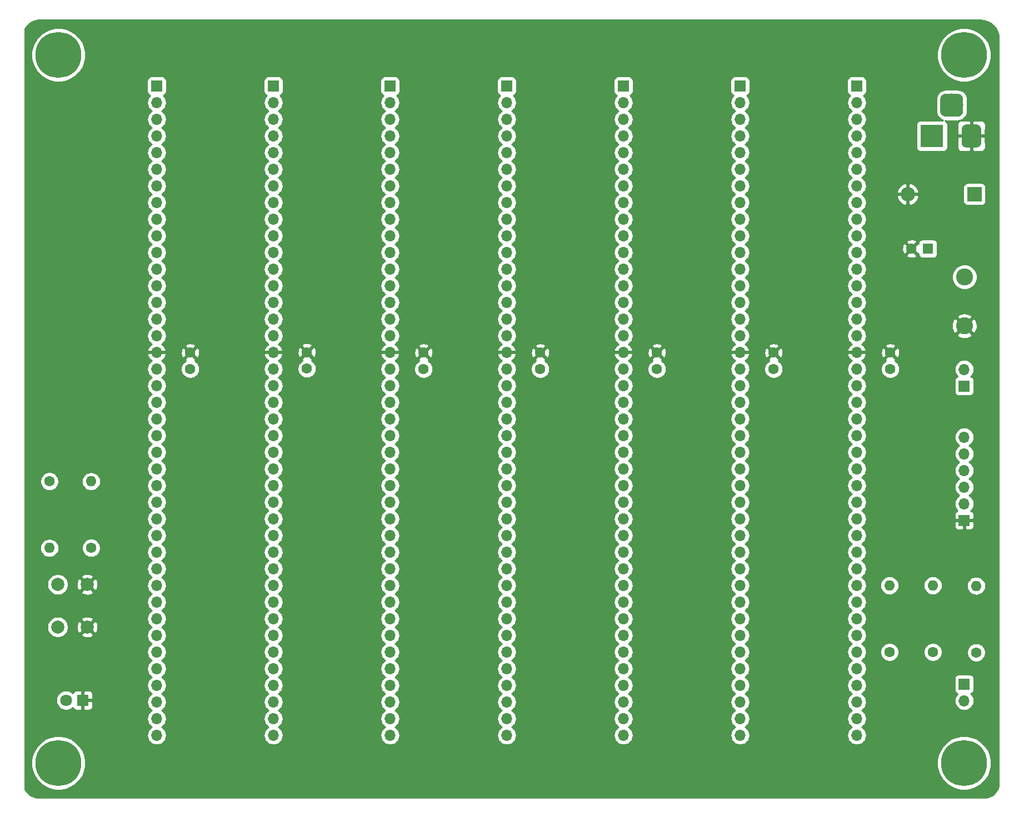
<source format=gbl>
G04 #@! TF.GenerationSoftware,KiCad,Pcbnew,(5.1.2)-2*
G04 #@! TF.CreationDate,2021-05-14T22:55:01+02:00*
G04 #@! TF.ProjectId,Backplane_V1.0,4261636b-706c-4616-9e65-5f56312e302e,rev?*
G04 #@! TF.SameCoordinates,Original*
G04 #@! TF.FileFunction,Copper,L2,Bot*
G04 #@! TF.FilePolarity,Positive*
%FSLAX46Y46*%
G04 Gerber Fmt 4.6, Leading zero omitted, Abs format (unit mm)*
G04 Created by KiCad (PCBNEW (5.1.2)-2) date 2021-05-14 22:55:01*
%MOMM*%
%LPD*%
G04 APERTURE LIST*
%ADD10O,1.700000X1.700000*%
%ADD11R,1.700000X1.700000*%
%ADD12C,2.600000*%
%ADD13O,1.600000X1.600000*%
%ADD14C,1.600000*%
%ADD15C,7.000000*%
%ADD16C,0.800000*%
%ADD17C,2.000000*%
%ADD18R,3.500000X3.500000*%
%ADD19C,0.100000*%
%ADD20C,3.000000*%
%ADD21C,3.500000*%
%ADD22C,1.800000*%
%ADD23R,1.800000X1.800000*%
%ADD24O,2.200000X2.200000*%
%ADD25R,2.200000X2.200000*%
%ADD26R,1.600000X1.600000*%
%ADD27C,0.254000*%
G04 APERTURE END LIST*
D10*
X194000000Y-88960000D03*
D11*
X194000000Y-91500000D03*
D10*
X194000000Y-139506000D03*
D11*
X194000000Y-136966000D03*
D12*
X194056000Y-82318000D03*
X194056000Y-74863000D03*
D13*
X195834000Y-121980000D03*
D14*
X195834000Y-132140000D03*
D15*
X194000000Y-149000000D03*
D16*
X196625000Y-149000000D03*
X195856155Y-150856155D03*
X194000000Y-151625000D03*
X192143845Y-150856155D03*
X191375000Y-149000000D03*
X192143845Y-147143845D03*
X194000000Y-146375000D03*
X195856155Y-147143845D03*
D15*
X56000000Y-149000000D03*
D16*
X58625000Y-149000000D03*
X57856155Y-150856155D03*
X56000000Y-151625000D03*
X54143845Y-150856155D03*
X53375000Y-149000000D03*
X54143845Y-147143845D03*
X56000000Y-146375000D03*
X57856155Y-147143845D03*
X195856155Y-39143845D03*
X194000000Y-38375000D03*
X192143845Y-39143845D03*
X191375000Y-41000000D03*
X192143845Y-42856155D03*
X194000000Y-43625000D03*
X195856155Y-42856155D03*
X196625000Y-41000000D03*
D15*
X194000000Y-41000000D03*
D16*
X57856155Y-39143845D03*
X56000000Y-38375000D03*
X54143845Y-39143845D03*
X53375000Y-41000000D03*
X54143845Y-42856155D03*
X56000000Y-43625000D03*
X57856155Y-42856155D03*
X58625000Y-41000000D03*
D15*
X56000000Y-41000000D03*
D14*
X182753000Y-86400000D03*
X182753000Y-88900000D03*
X164973000Y-86400000D03*
X164973000Y-88900000D03*
X147193000Y-86400000D03*
X147193000Y-88900000D03*
X129413000Y-86400000D03*
X129413000Y-88900000D03*
X111633000Y-86400000D03*
X111633000Y-88900000D03*
X93853000Y-86360000D03*
X93853000Y-88860000D03*
X76073000Y-86400000D03*
X76073000Y-88900000D03*
D17*
X55880000Y-121770000D03*
X60380000Y-121770000D03*
X55880000Y-128270000D03*
X60380000Y-128270000D03*
D13*
X60960000Y-106045000D03*
D14*
X60960000Y-116205000D03*
D13*
X54610000Y-116205000D03*
D14*
X54610000Y-106045000D03*
D13*
X182626000Y-121920000D03*
D14*
X182626000Y-132080000D03*
D13*
X189230000Y-121920000D03*
D14*
X189230000Y-132080000D03*
D10*
X194000000Y-99300000D03*
X194000000Y-101840000D03*
X194000000Y-104380000D03*
X194000000Y-106920000D03*
X194000000Y-109460000D03*
D11*
X194000000Y-112000000D03*
D18*
X189103000Y-53340000D03*
D19*
G36*
X195926513Y-51593611D02*
G01*
X195999318Y-51604411D01*
X196070714Y-51622295D01*
X196140013Y-51647090D01*
X196206548Y-51678559D01*
X196269678Y-51716398D01*
X196328795Y-51760242D01*
X196383330Y-51809670D01*
X196432758Y-51864205D01*
X196476602Y-51923322D01*
X196514441Y-51986452D01*
X196545910Y-52052987D01*
X196570705Y-52122286D01*
X196588589Y-52193682D01*
X196599389Y-52266487D01*
X196603000Y-52340000D01*
X196603000Y-54340000D01*
X196599389Y-54413513D01*
X196588589Y-54486318D01*
X196570705Y-54557714D01*
X196545910Y-54627013D01*
X196514441Y-54693548D01*
X196476602Y-54756678D01*
X196432758Y-54815795D01*
X196383330Y-54870330D01*
X196328795Y-54919758D01*
X196269678Y-54963602D01*
X196206548Y-55001441D01*
X196140013Y-55032910D01*
X196070714Y-55057705D01*
X195999318Y-55075589D01*
X195926513Y-55086389D01*
X195853000Y-55090000D01*
X194353000Y-55090000D01*
X194279487Y-55086389D01*
X194206682Y-55075589D01*
X194135286Y-55057705D01*
X194065987Y-55032910D01*
X193999452Y-55001441D01*
X193936322Y-54963602D01*
X193877205Y-54919758D01*
X193822670Y-54870330D01*
X193773242Y-54815795D01*
X193729398Y-54756678D01*
X193691559Y-54693548D01*
X193660090Y-54627013D01*
X193635295Y-54557714D01*
X193617411Y-54486318D01*
X193606611Y-54413513D01*
X193603000Y-54340000D01*
X193603000Y-52340000D01*
X193606611Y-52266487D01*
X193617411Y-52193682D01*
X193635295Y-52122286D01*
X193660090Y-52052987D01*
X193691559Y-51986452D01*
X193729398Y-51923322D01*
X193773242Y-51864205D01*
X193822670Y-51809670D01*
X193877205Y-51760242D01*
X193936322Y-51716398D01*
X193999452Y-51678559D01*
X194065987Y-51647090D01*
X194135286Y-51622295D01*
X194206682Y-51604411D01*
X194279487Y-51593611D01*
X194353000Y-51590000D01*
X195853000Y-51590000D01*
X195926513Y-51593611D01*
X195926513Y-51593611D01*
G37*
D20*
X195103000Y-53340000D03*
D19*
G36*
X193063765Y-46894213D02*
G01*
X193148704Y-46906813D01*
X193231999Y-46927677D01*
X193312848Y-46956605D01*
X193390472Y-46993319D01*
X193464124Y-47037464D01*
X193533094Y-47088616D01*
X193596718Y-47146282D01*
X193654384Y-47209906D01*
X193705536Y-47278876D01*
X193749681Y-47352528D01*
X193786395Y-47430152D01*
X193815323Y-47511001D01*
X193836187Y-47594296D01*
X193848787Y-47679235D01*
X193853000Y-47765000D01*
X193853000Y-49515000D01*
X193848787Y-49600765D01*
X193836187Y-49685704D01*
X193815323Y-49768999D01*
X193786395Y-49849848D01*
X193749681Y-49927472D01*
X193705536Y-50001124D01*
X193654384Y-50070094D01*
X193596718Y-50133718D01*
X193533094Y-50191384D01*
X193464124Y-50242536D01*
X193390472Y-50286681D01*
X193312848Y-50323395D01*
X193231999Y-50352323D01*
X193148704Y-50373187D01*
X193063765Y-50385787D01*
X192978000Y-50390000D01*
X191228000Y-50390000D01*
X191142235Y-50385787D01*
X191057296Y-50373187D01*
X190974001Y-50352323D01*
X190893152Y-50323395D01*
X190815528Y-50286681D01*
X190741876Y-50242536D01*
X190672906Y-50191384D01*
X190609282Y-50133718D01*
X190551616Y-50070094D01*
X190500464Y-50001124D01*
X190456319Y-49927472D01*
X190419605Y-49849848D01*
X190390677Y-49768999D01*
X190369813Y-49685704D01*
X190357213Y-49600765D01*
X190353000Y-49515000D01*
X190353000Y-47765000D01*
X190357213Y-47679235D01*
X190369813Y-47594296D01*
X190390677Y-47511001D01*
X190419605Y-47430152D01*
X190456319Y-47352528D01*
X190500464Y-47278876D01*
X190551616Y-47209906D01*
X190609282Y-47146282D01*
X190672906Y-47088616D01*
X190741876Y-47037464D01*
X190815528Y-46993319D01*
X190893152Y-46956605D01*
X190974001Y-46927677D01*
X191057296Y-46906813D01*
X191142235Y-46894213D01*
X191228000Y-46890000D01*
X192978000Y-46890000D01*
X193063765Y-46894213D01*
X193063765Y-46894213D01*
G37*
D21*
X192103000Y-48640000D03*
D22*
X57150000Y-139446000D03*
D23*
X59690000Y-139446000D03*
D24*
X185420000Y-62230000D03*
D25*
X195580000Y-62230000D03*
D14*
X185968000Y-70545000D03*
D26*
X188468000Y-70545000D03*
D10*
X177640000Y-144780000D03*
X177640000Y-142240000D03*
X177640000Y-139700000D03*
X177640000Y-137160000D03*
X177640000Y-134620000D03*
X177640000Y-132080000D03*
X177640000Y-129540000D03*
X177640000Y-127000000D03*
X177640000Y-124460000D03*
X177640000Y-121920000D03*
X177640000Y-119380000D03*
X177640000Y-116840000D03*
X177640000Y-114300000D03*
X177640000Y-111760000D03*
X177640000Y-109220000D03*
X177640000Y-106680000D03*
X177640000Y-104140000D03*
X177640000Y-101600000D03*
X177640000Y-99060000D03*
X177640000Y-96520000D03*
X177640000Y-93980000D03*
X177640000Y-91440000D03*
X177640000Y-88900000D03*
X177640000Y-86360000D03*
X177640000Y-83820000D03*
X177640000Y-81280000D03*
X177640000Y-78740000D03*
X177640000Y-76200000D03*
X177640000Y-73660000D03*
X177640000Y-71120000D03*
X177640000Y-68580000D03*
X177640000Y-66040000D03*
X177640000Y-63500000D03*
X177640000Y-60960000D03*
X177640000Y-58420000D03*
X177640000Y-55880000D03*
X177640000Y-53340000D03*
X177640000Y-50800000D03*
X177640000Y-48260000D03*
D11*
X177640000Y-45720000D03*
D10*
X159860000Y-144780000D03*
X159860000Y-142240000D03*
X159860000Y-139700000D03*
X159860000Y-137160000D03*
X159860000Y-134620000D03*
X159860000Y-132080000D03*
X159860000Y-129540000D03*
X159860000Y-127000000D03*
X159860000Y-124460000D03*
X159860000Y-121920000D03*
X159860000Y-119380000D03*
X159860000Y-116840000D03*
X159860000Y-114300000D03*
X159860000Y-111760000D03*
X159860000Y-109220000D03*
X159860000Y-106680000D03*
X159860000Y-104140000D03*
X159860000Y-101600000D03*
X159860000Y-99060000D03*
X159860000Y-96520000D03*
X159860000Y-93980000D03*
X159860000Y-91440000D03*
X159860000Y-88900000D03*
X159860000Y-86360000D03*
X159860000Y-83820000D03*
X159860000Y-81280000D03*
X159860000Y-78740000D03*
X159860000Y-76200000D03*
X159860000Y-73660000D03*
X159860000Y-71120000D03*
X159860000Y-68580000D03*
X159860000Y-66040000D03*
X159860000Y-63500000D03*
X159860000Y-60960000D03*
X159860000Y-58420000D03*
X159860000Y-55880000D03*
X159860000Y-53340000D03*
X159860000Y-50800000D03*
X159860000Y-48260000D03*
D11*
X159860000Y-45720000D03*
D10*
X142080000Y-144780000D03*
X142080000Y-142240000D03*
X142080000Y-139700000D03*
X142080000Y-137160000D03*
X142080000Y-134620000D03*
X142080000Y-132080000D03*
X142080000Y-129540000D03*
X142080000Y-127000000D03*
X142080000Y-124460000D03*
X142080000Y-121920000D03*
X142080000Y-119380000D03*
X142080000Y-116840000D03*
X142080000Y-114300000D03*
X142080000Y-111760000D03*
X142080000Y-109220000D03*
X142080000Y-106680000D03*
X142080000Y-104140000D03*
X142080000Y-101600000D03*
X142080000Y-99060000D03*
X142080000Y-96520000D03*
X142080000Y-93980000D03*
X142080000Y-91440000D03*
X142080000Y-88900000D03*
X142080000Y-86360000D03*
X142080000Y-83820000D03*
X142080000Y-81280000D03*
X142080000Y-78740000D03*
X142080000Y-76200000D03*
X142080000Y-73660000D03*
X142080000Y-71120000D03*
X142080000Y-68580000D03*
X142080000Y-66040000D03*
X142080000Y-63500000D03*
X142080000Y-60960000D03*
X142080000Y-58420000D03*
X142080000Y-55880000D03*
X142080000Y-53340000D03*
X142080000Y-50800000D03*
X142080000Y-48260000D03*
D11*
X142080000Y-45720000D03*
D10*
X124300000Y-144780000D03*
X124300000Y-142240000D03*
X124300000Y-139700000D03*
X124300000Y-137160000D03*
X124300000Y-134620000D03*
X124300000Y-132080000D03*
X124300000Y-129540000D03*
X124300000Y-127000000D03*
X124300000Y-124460000D03*
X124300000Y-121920000D03*
X124300000Y-119380000D03*
X124300000Y-116840000D03*
X124300000Y-114300000D03*
X124300000Y-111760000D03*
X124300000Y-109220000D03*
X124300000Y-106680000D03*
X124300000Y-104140000D03*
X124300000Y-101600000D03*
X124300000Y-99060000D03*
X124300000Y-96520000D03*
X124300000Y-93980000D03*
X124300000Y-91440000D03*
X124300000Y-88900000D03*
X124300000Y-86360000D03*
X124300000Y-83820000D03*
X124300000Y-81280000D03*
X124300000Y-78740000D03*
X124300000Y-76200000D03*
X124300000Y-73660000D03*
X124300000Y-71120000D03*
X124300000Y-68580000D03*
X124300000Y-66040000D03*
X124300000Y-63500000D03*
X124300000Y-60960000D03*
X124300000Y-58420000D03*
X124300000Y-55880000D03*
X124300000Y-53340000D03*
X124300000Y-50800000D03*
X124300000Y-48260000D03*
D11*
X124300000Y-45720000D03*
D10*
X106520000Y-144780000D03*
X106520000Y-142240000D03*
X106520000Y-139700000D03*
X106520000Y-137160000D03*
X106520000Y-134620000D03*
X106520000Y-132080000D03*
X106520000Y-129540000D03*
X106520000Y-127000000D03*
X106520000Y-124460000D03*
X106520000Y-121920000D03*
X106520000Y-119380000D03*
X106520000Y-116840000D03*
X106520000Y-114300000D03*
X106520000Y-111760000D03*
X106520000Y-109220000D03*
X106520000Y-106680000D03*
X106520000Y-104140000D03*
X106520000Y-101600000D03*
X106520000Y-99060000D03*
X106520000Y-96520000D03*
X106520000Y-93980000D03*
X106520000Y-91440000D03*
X106520000Y-88900000D03*
X106520000Y-86360000D03*
X106520000Y-83820000D03*
X106520000Y-81280000D03*
X106520000Y-78740000D03*
X106520000Y-76200000D03*
X106520000Y-73660000D03*
X106520000Y-71120000D03*
X106520000Y-68580000D03*
X106520000Y-66040000D03*
X106520000Y-63500000D03*
X106520000Y-60960000D03*
X106520000Y-58420000D03*
X106520000Y-55880000D03*
X106520000Y-53340000D03*
X106520000Y-50800000D03*
X106520000Y-48260000D03*
D11*
X106520000Y-45720000D03*
D10*
X88740000Y-144780000D03*
X88740000Y-142240000D03*
X88740000Y-139700000D03*
X88740000Y-137160000D03*
X88740000Y-134620000D03*
X88740000Y-132080000D03*
X88740000Y-129540000D03*
X88740000Y-127000000D03*
X88740000Y-124460000D03*
X88740000Y-121920000D03*
X88740000Y-119380000D03*
X88740000Y-116840000D03*
X88740000Y-114300000D03*
X88740000Y-111760000D03*
X88740000Y-109220000D03*
X88740000Y-106680000D03*
X88740000Y-104140000D03*
X88740000Y-101600000D03*
X88740000Y-99060000D03*
X88740000Y-96520000D03*
X88740000Y-93980000D03*
X88740000Y-91440000D03*
X88740000Y-88900000D03*
X88740000Y-86360000D03*
X88740000Y-83820000D03*
X88740000Y-81280000D03*
X88740000Y-78740000D03*
X88740000Y-76200000D03*
X88740000Y-73660000D03*
X88740000Y-71120000D03*
X88740000Y-68580000D03*
X88740000Y-66040000D03*
X88740000Y-63500000D03*
X88740000Y-60960000D03*
X88740000Y-58420000D03*
X88740000Y-55880000D03*
X88740000Y-53340000D03*
X88740000Y-50800000D03*
X88740000Y-48260000D03*
D11*
X88740000Y-45720000D03*
D10*
X70960000Y-144780000D03*
X70960000Y-142240000D03*
X70960000Y-139700000D03*
X70960000Y-137160000D03*
X70960000Y-134620000D03*
X70960000Y-132080000D03*
X70960000Y-129540000D03*
X70960000Y-127000000D03*
X70960000Y-124460000D03*
X70960000Y-121920000D03*
X70960000Y-119380000D03*
X70960000Y-116840000D03*
X70960000Y-114300000D03*
X70960000Y-111760000D03*
X70960000Y-109220000D03*
X70960000Y-106680000D03*
X70960000Y-104140000D03*
X70960000Y-101600000D03*
X70960000Y-99060000D03*
X70960000Y-96520000D03*
X70960000Y-93980000D03*
X70960000Y-91440000D03*
X70960000Y-88900000D03*
X70960000Y-86360000D03*
X70960000Y-83820000D03*
X70960000Y-81280000D03*
X70960000Y-78740000D03*
X70960000Y-76200000D03*
X70960000Y-73660000D03*
X70960000Y-71120000D03*
X70960000Y-68580000D03*
X70960000Y-66040000D03*
X70960000Y-63500000D03*
X70960000Y-60960000D03*
X70960000Y-58420000D03*
X70960000Y-55880000D03*
X70960000Y-53340000D03*
X70960000Y-50800000D03*
X70960000Y-48260000D03*
D11*
X70960000Y-45720000D03*
D27*
G36*
X197044180Y-35751690D02*
G01*
X197567633Y-35909730D01*
X198050416Y-36166431D01*
X198474150Y-36512018D01*
X198822688Y-36933328D01*
X199082753Y-37414309D01*
X199244443Y-37936646D01*
X199263000Y-38113202D01*
X199263000Y-152394356D01*
X199257832Y-152447063D01*
X199127997Y-152877097D01*
X198917108Y-153273723D01*
X198633197Y-153621832D01*
X198287074Y-153908170D01*
X197891931Y-154121823D01*
X197462817Y-154254656D01*
X196983824Y-154305000D01*
X53033991Y-154305000D01*
X52552937Y-154257832D01*
X52122903Y-154127997D01*
X51726277Y-153917108D01*
X51378168Y-153633197D01*
X51091830Y-153287074D01*
X50927000Y-152982227D01*
X50927000Y-148592738D01*
X51865000Y-148592738D01*
X51865000Y-149407262D01*
X52023906Y-150206135D01*
X52335611Y-150958657D01*
X52788136Y-151635909D01*
X53364091Y-152211864D01*
X54041343Y-152664389D01*
X54793865Y-152976094D01*
X55592738Y-153135000D01*
X56407262Y-153135000D01*
X57206135Y-152976094D01*
X57958657Y-152664389D01*
X58635909Y-152211864D01*
X59211864Y-151635909D01*
X59664389Y-150958657D01*
X59976094Y-150206135D01*
X60135000Y-149407262D01*
X60135000Y-148592738D01*
X189865000Y-148592738D01*
X189865000Y-149407262D01*
X190023906Y-150206135D01*
X190335611Y-150958657D01*
X190788136Y-151635909D01*
X191364091Y-152211864D01*
X192041343Y-152664389D01*
X192793865Y-152976094D01*
X193592738Y-153135000D01*
X194407262Y-153135000D01*
X195206135Y-152976094D01*
X195958657Y-152664389D01*
X196635909Y-152211864D01*
X197211864Y-151635909D01*
X197664389Y-150958657D01*
X197976094Y-150206135D01*
X198135000Y-149407262D01*
X198135000Y-148592738D01*
X197976094Y-147793865D01*
X197664389Y-147041343D01*
X197211864Y-146364091D01*
X196635909Y-145788136D01*
X195958657Y-145335611D01*
X195206135Y-145023906D01*
X194407262Y-144865000D01*
X193592738Y-144865000D01*
X192793865Y-145023906D01*
X192041343Y-145335611D01*
X191364091Y-145788136D01*
X190788136Y-146364091D01*
X190335611Y-147041343D01*
X190023906Y-147793865D01*
X189865000Y-148592738D01*
X60135000Y-148592738D01*
X59976094Y-147793865D01*
X59664389Y-147041343D01*
X59211864Y-146364091D01*
X58635909Y-145788136D01*
X57958657Y-145335611D01*
X57206135Y-145023906D01*
X56407262Y-144865000D01*
X55592738Y-144865000D01*
X54793865Y-145023906D01*
X54041343Y-145335611D01*
X53364091Y-145788136D01*
X52788136Y-146364091D01*
X52335611Y-147041343D01*
X52023906Y-147793865D01*
X51865000Y-148592738D01*
X50927000Y-148592738D01*
X50927000Y-139294816D01*
X55615000Y-139294816D01*
X55615000Y-139597184D01*
X55673989Y-139893743D01*
X55789701Y-140173095D01*
X55957688Y-140424505D01*
X56171495Y-140638312D01*
X56422905Y-140806299D01*
X56702257Y-140922011D01*
X56998816Y-140981000D01*
X57301184Y-140981000D01*
X57597743Y-140922011D01*
X57877095Y-140806299D01*
X58128505Y-140638312D01*
X58194944Y-140571873D01*
X58200498Y-140590180D01*
X58259463Y-140700494D01*
X58338815Y-140797185D01*
X58435506Y-140876537D01*
X58545820Y-140935502D01*
X58665518Y-140971812D01*
X58790000Y-140984072D01*
X59404250Y-140981000D01*
X59563000Y-140822250D01*
X59563000Y-139573000D01*
X59817000Y-139573000D01*
X59817000Y-140822250D01*
X59975750Y-140981000D01*
X60590000Y-140984072D01*
X60714482Y-140971812D01*
X60834180Y-140935502D01*
X60944494Y-140876537D01*
X61041185Y-140797185D01*
X61120537Y-140700494D01*
X61179502Y-140590180D01*
X61215812Y-140470482D01*
X61228072Y-140346000D01*
X61225000Y-139731750D01*
X61066250Y-139573000D01*
X59817000Y-139573000D01*
X59563000Y-139573000D01*
X59543000Y-139573000D01*
X59543000Y-139319000D01*
X59563000Y-139319000D01*
X59563000Y-138069750D01*
X59817000Y-138069750D01*
X59817000Y-139319000D01*
X61066250Y-139319000D01*
X61225000Y-139160250D01*
X61228072Y-138546000D01*
X61215812Y-138421518D01*
X61179502Y-138301820D01*
X61120537Y-138191506D01*
X61041185Y-138094815D01*
X60944494Y-138015463D01*
X60834180Y-137956498D01*
X60714482Y-137920188D01*
X60590000Y-137907928D01*
X59975750Y-137911000D01*
X59817000Y-138069750D01*
X59563000Y-138069750D01*
X59404250Y-137911000D01*
X58790000Y-137907928D01*
X58665518Y-137920188D01*
X58545820Y-137956498D01*
X58435506Y-138015463D01*
X58338815Y-138094815D01*
X58259463Y-138191506D01*
X58200498Y-138301820D01*
X58194944Y-138320127D01*
X58128505Y-138253688D01*
X57877095Y-138085701D01*
X57597743Y-137969989D01*
X57301184Y-137911000D01*
X56998816Y-137911000D01*
X56702257Y-137969989D01*
X56422905Y-138085701D01*
X56171495Y-138253688D01*
X55957688Y-138467495D01*
X55789701Y-138718905D01*
X55673989Y-138998257D01*
X55615000Y-139294816D01*
X50927000Y-139294816D01*
X50927000Y-128108967D01*
X54245000Y-128108967D01*
X54245000Y-128431033D01*
X54307832Y-128746912D01*
X54431082Y-129044463D01*
X54610013Y-129312252D01*
X54837748Y-129539987D01*
X55105537Y-129718918D01*
X55403088Y-129842168D01*
X55718967Y-129905000D01*
X56041033Y-129905000D01*
X56356912Y-129842168D01*
X56654463Y-129718918D01*
X56922252Y-129539987D01*
X57056826Y-129405413D01*
X59424192Y-129405413D01*
X59519956Y-129669814D01*
X59809571Y-129810704D01*
X60121108Y-129892384D01*
X60442595Y-129911718D01*
X60761675Y-129867961D01*
X61066088Y-129762795D01*
X61240044Y-129669814D01*
X61335808Y-129405413D01*
X60380000Y-128449605D01*
X59424192Y-129405413D01*
X57056826Y-129405413D01*
X57149987Y-129312252D01*
X57328918Y-129044463D01*
X57452168Y-128746912D01*
X57515000Y-128431033D01*
X57515000Y-128332595D01*
X58738282Y-128332595D01*
X58782039Y-128651675D01*
X58887205Y-128956088D01*
X58980186Y-129130044D01*
X59244587Y-129225808D01*
X60200395Y-128270000D01*
X60559605Y-128270000D01*
X61515413Y-129225808D01*
X61779814Y-129130044D01*
X61920704Y-128840429D01*
X62002384Y-128528892D01*
X62021718Y-128207405D01*
X61977961Y-127888325D01*
X61872795Y-127583912D01*
X61779814Y-127409956D01*
X61515413Y-127314192D01*
X60559605Y-128270000D01*
X60200395Y-128270000D01*
X59244587Y-127314192D01*
X58980186Y-127409956D01*
X58839296Y-127699571D01*
X58757616Y-128011108D01*
X58738282Y-128332595D01*
X57515000Y-128332595D01*
X57515000Y-128108967D01*
X57452168Y-127793088D01*
X57328918Y-127495537D01*
X57149987Y-127227748D01*
X57056826Y-127134587D01*
X59424192Y-127134587D01*
X60380000Y-128090395D01*
X61335808Y-127134587D01*
X61240044Y-126870186D01*
X60950429Y-126729296D01*
X60638892Y-126647616D01*
X60317405Y-126628282D01*
X59998325Y-126672039D01*
X59693912Y-126777205D01*
X59519956Y-126870186D01*
X59424192Y-127134587D01*
X57056826Y-127134587D01*
X56922252Y-127000013D01*
X56654463Y-126821082D01*
X56356912Y-126697832D01*
X56041033Y-126635000D01*
X55718967Y-126635000D01*
X55403088Y-126697832D01*
X55105537Y-126821082D01*
X54837748Y-127000013D01*
X54610013Y-127227748D01*
X54431082Y-127495537D01*
X54307832Y-127793088D01*
X54245000Y-128108967D01*
X50927000Y-128108967D01*
X50927000Y-121608967D01*
X54245000Y-121608967D01*
X54245000Y-121931033D01*
X54307832Y-122246912D01*
X54431082Y-122544463D01*
X54610013Y-122812252D01*
X54837748Y-123039987D01*
X55105537Y-123218918D01*
X55403088Y-123342168D01*
X55718967Y-123405000D01*
X56041033Y-123405000D01*
X56356912Y-123342168D01*
X56654463Y-123218918D01*
X56922252Y-123039987D01*
X57056826Y-122905413D01*
X59424192Y-122905413D01*
X59519956Y-123169814D01*
X59809571Y-123310704D01*
X60121108Y-123392384D01*
X60442595Y-123411718D01*
X60761675Y-123367961D01*
X61066088Y-123262795D01*
X61240044Y-123169814D01*
X61335808Y-122905413D01*
X60380000Y-121949605D01*
X59424192Y-122905413D01*
X57056826Y-122905413D01*
X57149987Y-122812252D01*
X57328918Y-122544463D01*
X57452168Y-122246912D01*
X57515000Y-121931033D01*
X57515000Y-121832595D01*
X58738282Y-121832595D01*
X58782039Y-122151675D01*
X58887205Y-122456088D01*
X58980186Y-122630044D01*
X59244587Y-122725808D01*
X60200395Y-121770000D01*
X60559605Y-121770000D01*
X61515413Y-122725808D01*
X61779814Y-122630044D01*
X61920704Y-122340429D01*
X62002384Y-122028892D01*
X62021718Y-121707405D01*
X61977961Y-121388325D01*
X61872795Y-121083912D01*
X61779814Y-120909956D01*
X61515413Y-120814192D01*
X60559605Y-121770000D01*
X60200395Y-121770000D01*
X59244587Y-120814192D01*
X58980186Y-120909956D01*
X58839296Y-121199571D01*
X58757616Y-121511108D01*
X58738282Y-121832595D01*
X57515000Y-121832595D01*
X57515000Y-121608967D01*
X57452168Y-121293088D01*
X57328918Y-120995537D01*
X57149987Y-120727748D01*
X57056826Y-120634587D01*
X59424192Y-120634587D01*
X60380000Y-121590395D01*
X61335808Y-120634587D01*
X61240044Y-120370186D01*
X60950429Y-120229296D01*
X60638892Y-120147616D01*
X60317405Y-120128282D01*
X59998325Y-120172039D01*
X59693912Y-120277205D01*
X59519956Y-120370186D01*
X59424192Y-120634587D01*
X57056826Y-120634587D01*
X56922252Y-120500013D01*
X56654463Y-120321082D01*
X56356912Y-120197832D01*
X56041033Y-120135000D01*
X55718967Y-120135000D01*
X55403088Y-120197832D01*
X55105537Y-120321082D01*
X54837748Y-120500013D01*
X54610013Y-120727748D01*
X54431082Y-120995537D01*
X54307832Y-121293088D01*
X54245000Y-121608967D01*
X50927000Y-121608967D01*
X50927000Y-116205000D01*
X53168057Y-116205000D01*
X53195764Y-116486309D01*
X53277818Y-116756808D01*
X53411068Y-117006101D01*
X53590392Y-117224608D01*
X53808899Y-117403932D01*
X54058192Y-117537182D01*
X54328691Y-117619236D01*
X54539508Y-117640000D01*
X54680492Y-117640000D01*
X54891309Y-117619236D01*
X55161808Y-117537182D01*
X55411101Y-117403932D01*
X55629608Y-117224608D01*
X55808932Y-117006101D01*
X55942182Y-116756808D01*
X56024236Y-116486309D01*
X56051943Y-116205000D01*
X56038023Y-116063665D01*
X59525000Y-116063665D01*
X59525000Y-116346335D01*
X59580147Y-116623574D01*
X59688320Y-116884727D01*
X59845363Y-117119759D01*
X60045241Y-117319637D01*
X60280273Y-117476680D01*
X60541426Y-117584853D01*
X60818665Y-117640000D01*
X61101335Y-117640000D01*
X61378574Y-117584853D01*
X61639727Y-117476680D01*
X61874759Y-117319637D01*
X62074637Y-117119759D01*
X62231680Y-116884727D01*
X62339853Y-116623574D01*
X62395000Y-116346335D01*
X62395000Y-116063665D01*
X62339853Y-115786426D01*
X62231680Y-115525273D01*
X62074637Y-115290241D01*
X61874759Y-115090363D01*
X61639727Y-114933320D01*
X61378574Y-114825147D01*
X61101335Y-114770000D01*
X60818665Y-114770000D01*
X60541426Y-114825147D01*
X60280273Y-114933320D01*
X60045241Y-115090363D01*
X59845363Y-115290241D01*
X59688320Y-115525273D01*
X59580147Y-115786426D01*
X59525000Y-116063665D01*
X56038023Y-116063665D01*
X56024236Y-115923691D01*
X55942182Y-115653192D01*
X55808932Y-115403899D01*
X55629608Y-115185392D01*
X55411101Y-115006068D01*
X55161808Y-114872818D01*
X54891309Y-114790764D01*
X54680492Y-114770000D01*
X54539508Y-114770000D01*
X54328691Y-114790764D01*
X54058192Y-114872818D01*
X53808899Y-115006068D01*
X53590392Y-115185392D01*
X53411068Y-115403899D01*
X53277818Y-115653192D01*
X53195764Y-115923691D01*
X53168057Y-116205000D01*
X50927000Y-116205000D01*
X50927000Y-105903665D01*
X53175000Y-105903665D01*
X53175000Y-106186335D01*
X53230147Y-106463574D01*
X53338320Y-106724727D01*
X53495363Y-106959759D01*
X53695241Y-107159637D01*
X53930273Y-107316680D01*
X54191426Y-107424853D01*
X54468665Y-107480000D01*
X54751335Y-107480000D01*
X55028574Y-107424853D01*
X55289727Y-107316680D01*
X55524759Y-107159637D01*
X55724637Y-106959759D01*
X55881680Y-106724727D01*
X55989853Y-106463574D01*
X56045000Y-106186335D01*
X56045000Y-106045000D01*
X59518057Y-106045000D01*
X59545764Y-106326309D01*
X59627818Y-106596808D01*
X59761068Y-106846101D01*
X59940392Y-107064608D01*
X60158899Y-107243932D01*
X60408192Y-107377182D01*
X60678691Y-107459236D01*
X60889508Y-107480000D01*
X61030492Y-107480000D01*
X61241309Y-107459236D01*
X61511808Y-107377182D01*
X61761101Y-107243932D01*
X61979608Y-107064608D01*
X62158932Y-106846101D01*
X62292182Y-106596808D01*
X62374236Y-106326309D01*
X62401943Y-106045000D01*
X62374236Y-105763691D01*
X62292182Y-105493192D01*
X62158932Y-105243899D01*
X61979608Y-105025392D01*
X61761101Y-104846068D01*
X61511808Y-104712818D01*
X61241309Y-104630764D01*
X61030492Y-104610000D01*
X60889508Y-104610000D01*
X60678691Y-104630764D01*
X60408192Y-104712818D01*
X60158899Y-104846068D01*
X59940392Y-105025392D01*
X59761068Y-105243899D01*
X59627818Y-105493192D01*
X59545764Y-105763691D01*
X59518057Y-106045000D01*
X56045000Y-106045000D01*
X56045000Y-105903665D01*
X55989853Y-105626426D01*
X55881680Y-105365273D01*
X55724637Y-105130241D01*
X55524759Y-104930363D01*
X55289727Y-104773320D01*
X55028574Y-104665147D01*
X54751335Y-104610000D01*
X54468665Y-104610000D01*
X54191426Y-104665147D01*
X53930273Y-104773320D01*
X53695241Y-104930363D01*
X53495363Y-105130241D01*
X53338320Y-105365273D01*
X53230147Y-105626426D01*
X53175000Y-105903665D01*
X50927000Y-105903665D01*
X50927000Y-88900000D01*
X69467815Y-88900000D01*
X69496487Y-89191111D01*
X69581401Y-89471034D01*
X69719294Y-89729014D01*
X69904866Y-89955134D01*
X70130986Y-90140706D01*
X70185791Y-90170000D01*
X70130986Y-90199294D01*
X69904866Y-90384866D01*
X69719294Y-90610986D01*
X69581401Y-90868966D01*
X69496487Y-91148889D01*
X69467815Y-91440000D01*
X69496487Y-91731111D01*
X69581401Y-92011034D01*
X69719294Y-92269014D01*
X69904866Y-92495134D01*
X70130986Y-92680706D01*
X70185791Y-92710000D01*
X70130986Y-92739294D01*
X69904866Y-92924866D01*
X69719294Y-93150986D01*
X69581401Y-93408966D01*
X69496487Y-93688889D01*
X69467815Y-93980000D01*
X69496487Y-94271111D01*
X69581401Y-94551034D01*
X69719294Y-94809014D01*
X69904866Y-95035134D01*
X70130986Y-95220706D01*
X70185791Y-95250000D01*
X70130986Y-95279294D01*
X69904866Y-95464866D01*
X69719294Y-95690986D01*
X69581401Y-95948966D01*
X69496487Y-96228889D01*
X69467815Y-96520000D01*
X69496487Y-96811111D01*
X69581401Y-97091034D01*
X69719294Y-97349014D01*
X69904866Y-97575134D01*
X70130986Y-97760706D01*
X70185791Y-97790000D01*
X70130986Y-97819294D01*
X69904866Y-98004866D01*
X69719294Y-98230986D01*
X69581401Y-98488966D01*
X69496487Y-98768889D01*
X69467815Y-99060000D01*
X69496487Y-99351111D01*
X69581401Y-99631034D01*
X69719294Y-99889014D01*
X69904866Y-100115134D01*
X70130986Y-100300706D01*
X70185791Y-100330000D01*
X70130986Y-100359294D01*
X69904866Y-100544866D01*
X69719294Y-100770986D01*
X69581401Y-101028966D01*
X69496487Y-101308889D01*
X69467815Y-101600000D01*
X69496487Y-101891111D01*
X69581401Y-102171034D01*
X69719294Y-102429014D01*
X69904866Y-102655134D01*
X70130986Y-102840706D01*
X70185791Y-102870000D01*
X70130986Y-102899294D01*
X69904866Y-103084866D01*
X69719294Y-103310986D01*
X69581401Y-103568966D01*
X69496487Y-103848889D01*
X69467815Y-104140000D01*
X69496487Y-104431111D01*
X69581401Y-104711034D01*
X69719294Y-104969014D01*
X69904866Y-105195134D01*
X70130986Y-105380706D01*
X70185791Y-105410000D01*
X70130986Y-105439294D01*
X69904866Y-105624866D01*
X69719294Y-105850986D01*
X69581401Y-106108966D01*
X69496487Y-106388889D01*
X69467815Y-106680000D01*
X69496487Y-106971111D01*
X69581401Y-107251034D01*
X69719294Y-107509014D01*
X69904866Y-107735134D01*
X70130986Y-107920706D01*
X70185791Y-107950000D01*
X70130986Y-107979294D01*
X69904866Y-108164866D01*
X69719294Y-108390986D01*
X69581401Y-108648966D01*
X69496487Y-108928889D01*
X69467815Y-109220000D01*
X69496487Y-109511111D01*
X69581401Y-109791034D01*
X69719294Y-110049014D01*
X69904866Y-110275134D01*
X70130986Y-110460706D01*
X70185791Y-110490000D01*
X70130986Y-110519294D01*
X69904866Y-110704866D01*
X69719294Y-110930986D01*
X69581401Y-111188966D01*
X69496487Y-111468889D01*
X69467815Y-111760000D01*
X69496487Y-112051111D01*
X69581401Y-112331034D01*
X69719294Y-112589014D01*
X69904866Y-112815134D01*
X70130986Y-113000706D01*
X70185791Y-113030000D01*
X70130986Y-113059294D01*
X69904866Y-113244866D01*
X69719294Y-113470986D01*
X69581401Y-113728966D01*
X69496487Y-114008889D01*
X69467815Y-114300000D01*
X69496487Y-114591111D01*
X69581401Y-114871034D01*
X69719294Y-115129014D01*
X69904866Y-115355134D01*
X70130986Y-115540706D01*
X70185791Y-115570000D01*
X70130986Y-115599294D01*
X69904866Y-115784866D01*
X69719294Y-116010986D01*
X69581401Y-116268966D01*
X69496487Y-116548889D01*
X69467815Y-116840000D01*
X69496487Y-117131111D01*
X69581401Y-117411034D01*
X69719294Y-117669014D01*
X69904866Y-117895134D01*
X70130986Y-118080706D01*
X70185791Y-118110000D01*
X70130986Y-118139294D01*
X69904866Y-118324866D01*
X69719294Y-118550986D01*
X69581401Y-118808966D01*
X69496487Y-119088889D01*
X69467815Y-119380000D01*
X69496487Y-119671111D01*
X69581401Y-119951034D01*
X69719294Y-120209014D01*
X69904866Y-120435134D01*
X70130986Y-120620706D01*
X70185791Y-120650000D01*
X70130986Y-120679294D01*
X69904866Y-120864866D01*
X69719294Y-121090986D01*
X69581401Y-121348966D01*
X69496487Y-121628889D01*
X69467815Y-121920000D01*
X69496487Y-122211111D01*
X69581401Y-122491034D01*
X69719294Y-122749014D01*
X69904866Y-122975134D01*
X70130986Y-123160706D01*
X70185791Y-123190000D01*
X70130986Y-123219294D01*
X69904866Y-123404866D01*
X69719294Y-123630986D01*
X69581401Y-123888966D01*
X69496487Y-124168889D01*
X69467815Y-124460000D01*
X69496487Y-124751111D01*
X69581401Y-125031034D01*
X69719294Y-125289014D01*
X69904866Y-125515134D01*
X70130986Y-125700706D01*
X70185791Y-125730000D01*
X70130986Y-125759294D01*
X69904866Y-125944866D01*
X69719294Y-126170986D01*
X69581401Y-126428966D01*
X69496487Y-126708889D01*
X69467815Y-127000000D01*
X69496487Y-127291111D01*
X69581401Y-127571034D01*
X69719294Y-127829014D01*
X69904866Y-128055134D01*
X70130986Y-128240706D01*
X70185791Y-128270000D01*
X70130986Y-128299294D01*
X69904866Y-128484866D01*
X69719294Y-128710986D01*
X69581401Y-128968966D01*
X69496487Y-129248889D01*
X69467815Y-129540000D01*
X69496487Y-129831111D01*
X69581401Y-130111034D01*
X69719294Y-130369014D01*
X69904866Y-130595134D01*
X70130986Y-130780706D01*
X70185791Y-130810000D01*
X70130986Y-130839294D01*
X69904866Y-131024866D01*
X69719294Y-131250986D01*
X69581401Y-131508966D01*
X69496487Y-131788889D01*
X69467815Y-132080000D01*
X69496487Y-132371111D01*
X69581401Y-132651034D01*
X69719294Y-132909014D01*
X69904866Y-133135134D01*
X70130986Y-133320706D01*
X70185791Y-133350000D01*
X70130986Y-133379294D01*
X69904866Y-133564866D01*
X69719294Y-133790986D01*
X69581401Y-134048966D01*
X69496487Y-134328889D01*
X69467815Y-134620000D01*
X69496487Y-134911111D01*
X69581401Y-135191034D01*
X69719294Y-135449014D01*
X69904866Y-135675134D01*
X70130986Y-135860706D01*
X70185791Y-135890000D01*
X70130986Y-135919294D01*
X69904866Y-136104866D01*
X69719294Y-136330986D01*
X69581401Y-136588966D01*
X69496487Y-136868889D01*
X69467815Y-137160000D01*
X69496487Y-137451111D01*
X69581401Y-137731034D01*
X69719294Y-137989014D01*
X69904866Y-138215134D01*
X70130986Y-138400706D01*
X70185791Y-138430000D01*
X70130986Y-138459294D01*
X69904866Y-138644866D01*
X69719294Y-138870986D01*
X69581401Y-139128966D01*
X69496487Y-139408889D01*
X69467815Y-139700000D01*
X69496487Y-139991111D01*
X69581401Y-140271034D01*
X69719294Y-140529014D01*
X69904866Y-140755134D01*
X70130986Y-140940706D01*
X70185791Y-140970000D01*
X70130986Y-140999294D01*
X69904866Y-141184866D01*
X69719294Y-141410986D01*
X69581401Y-141668966D01*
X69496487Y-141948889D01*
X69467815Y-142240000D01*
X69496487Y-142531111D01*
X69581401Y-142811034D01*
X69719294Y-143069014D01*
X69904866Y-143295134D01*
X70130986Y-143480706D01*
X70185791Y-143510000D01*
X70130986Y-143539294D01*
X69904866Y-143724866D01*
X69719294Y-143950986D01*
X69581401Y-144208966D01*
X69496487Y-144488889D01*
X69467815Y-144780000D01*
X69496487Y-145071111D01*
X69581401Y-145351034D01*
X69719294Y-145609014D01*
X69904866Y-145835134D01*
X70130986Y-146020706D01*
X70388966Y-146158599D01*
X70668889Y-146243513D01*
X70887050Y-146265000D01*
X71032950Y-146265000D01*
X71251111Y-146243513D01*
X71531034Y-146158599D01*
X71789014Y-146020706D01*
X72015134Y-145835134D01*
X72200706Y-145609014D01*
X72338599Y-145351034D01*
X72423513Y-145071111D01*
X72452185Y-144780000D01*
X72423513Y-144488889D01*
X72338599Y-144208966D01*
X72200706Y-143950986D01*
X72015134Y-143724866D01*
X71789014Y-143539294D01*
X71734209Y-143510000D01*
X71789014Y-143480706D01*
X72015134Y-143295134D01*
X72200706Y-143069014D01*
X72338599Y-142811034D01*
X72423513Y-142531111D01*
X72452185Y-142240000D01*
X72423513Y-141948889D01*
X72338599Y-141668966D01*
X72200706Y-141410986D01*
X72015134Y-141184866D01*
X71789014Y-140999294D01*
X71734209Y-140970000D01*
X71789014Y-140940706D01*
X72015134Y-140755134D01*
X72200706Y-140529014D01*
X72338599Y-140271034D01*
X72423513Y-139991111D01*
X72452185Y-139700000D01*
X72423513Y-139408889D01*
X72338599Y-139128966D01*
X72200706Y-138870986D01*
X72015134Y-138644866D01*
X71789014Y-138459294D01*
X71734209Y-138430000D01*
X71789014Y-138400706D01*
X72015134Y-138215134D01*
X72200706Y-137989014D01*
X72338599Y-137731034D01*
X72423513Y-137451111D01*
X72452185Y-137160000D01*
X72423513Y-136868889D01*
X72338599Y-136588966D01*
X72200706Y-136330986D01*
X72015134Y-136104866D01*
X71789014Y-135919294D01*
X71734209Y-135890000D01*
X71789014Y-135860706D01*
X72015134Y-135675134D01*
X72200706Y-135449014D01*
X72338599Y-135191034D01*
X72423513Y-134911111D01*
X72452185Y-134620000D01*
X72423513Y-134328889D01*
X72338599Y-134048966D01*
X72200706Y-133790986D01*
X72015134Y-133564866D01*
X71789014Y-133379294D01*
X71734209Y-133350000D01*
X71789014Y-133320706D01*
X72015134Y-133135134D01*
X72200706Y-132909014D01*
X72338599Y-132651034D01*
X72423513Y-132371111D01*
X72452185Y-132080000D01*
X72423513Y-131788889D01*
X72338599Y-131508966D01*
X72200706Y-131250986D01*
X72015134Y-131024866D01*
X71789014Y-130839294D01*
X71734209Y-130810000D01*
X71789014Y-130780706D01*
X72015134Y-130595134D01*
X72200706Y-130369014D01*
X72338599Y-130111034D01*
X72423513Y-129831111D01*
X72452185Y-129540000D01*
X72423513Y-129248889D01*
X72338599Y-128968966D01*
X72200706Y-128710986D01*
X72015134Y-128484866D01*
X71789014Y-128299294D01*
X71734209Y-128270000D01*
X71789014Y-128240706D01*
X72015134Y-128055134D01*
X72200706Y-127829014D01*
X72338599Y-127571034D01*
X72423513Y-127291111D01*
X72452185Y-127000000D01*
X72423513Y-126708889D01*
X72338599Y-126428966D01*
X72200706Y-126170986D01*
X72015134Y-125944866D01*
X71789014Y-125759294D01*
X71734209Y-125730000D01*
X71789014Y-125700706D01*
X72015134Y-125515134D01*
X72200706Y-125289014D01*
X72338599Y-125031034D01*
X72423513Y-124751111D01*
X72452185Y-124460000D01*
X72423513Y-124168889D01*
X72338599Y-123888966D01*
X72200706Y-123630986D01*
X72015134Y-123404866D01*
X71789014Y-123219294D01*
X71734209Y-123190000D01*
X71789014Y-123160706D01*
X72015134Y-122975134D01*
X72200706Y-122749014D01*
X72338599Y-122491034D01*
X72423513Y-122211111D01*
X72452185Y-121920000D01*
X72423513Y-121628889D01*
X72338599Y-121348966D01*
X72200706Y-121090986D01*
X72015134Y-120864866D01*
X71789014Y-120679294D01*
X71734209Y-120650000D01*
X71789014Y-120620706D01*
X72015134Y-120435134D01*
X72200706Y-120209014D01*
X72338599Y-119951034D01*
X72423513Y-119671111D01*
X72452185Y-119380000D01*
X72423513Y-119088889D01*
X72338599Y-118808966D01*
X72200706Y-118550986D01*
X72015134Y-118324866D01*
X71789014Y-118139294D01*
X71734209Y-118110000D01*
X71789014Y-118080706D01*
X72015134Y-117895134D01*
X72200706Y-117669014D01*
X72338599Y-117411034D01*
X72423513Y-117131111D01*
X72452185Y-116840000D01*
X72423513Y-116548889D01*
X72338599Y-116268966D01*
X72200706Y-116010986D01*
X72015134Y-115784866D01*
X71789014Y-115599294D01*
X71734209Y-115570000D01*
X71789014Y-115540706D01*
X72015134Y-115355134D01*
X72200706Y-115129014D01*
X72338599Y-114871034D01*
X72423513Y-114591111D01*
X72452185Y-114300000D01*
X72423513Y-114008889D01*
X72338599Y-113728966D01*
X72200706Y-113470986D01*
X72015134Y-113244866D01*
X71789014Y-113059294D01*
X71734209Y-113030000D01*
X71789014Y-113000706D01*
X72015134Y-112815134D01*
X72200706Y-112589014D01*
X72338599Y-112331034D01*
X72423513Y-112051111D01*
X72452185Y-111760000D01*
X72423513Y-111468889D01*
X72338599Y-111188966D01*
X72200706Y-110930986D01*
X72015134Y-110704866D01*
X71789014Y-110519294D01*
X71734209Y-110490000D01*
X71789014Y-110460706D01*
X72015134Y-110275134D01*
X72200706Y-110049014D01*
X72338599Y-109791034D01*
X72423513Y-109511111D01*
X72452185Y-109220000D01*
X72423513Y-108928889D01*
X72338599Y-108648966D01*
X72200706Y-108390986D01*
X72015134Y-108164866D01*
X71789014Y-107979294D01*
X71734209Y-107950000D01*
X71789014Y-107920706D01*
X72015134Y-107735134D01*
X72200706Y-107509014D01*
X72338599Y-107251034D01*
X72423513Y-106971111D01*
X72452185Y-106680000D01*
X72423513Y-106388889D01*
X72338599Y-106108966D01*
X72200706Y-105850986D01*
X72015134Y-105624866D01*
X71789014Y-105439294D01*
X71734209Y-105410000D01*
X71789014Y-105380706D01*
X72015134Y-105195134D01*
X72200706Y-104969014D01*
X72338599Y-104711034D01*
X72423513Y-104431111D01*
X72452185Y-104140000D01*
X72423513Y-103848889D01*
X72338599Y-103568966D01*
X72200706Y-103310986D01*
X72015134Y-103084866D01*
X71789014Y-102899294D01*
X71734209Y-102870000D01*
X71789014Y-102840706D01*
X72015134Y-102655134D01*
X72200706Y-102429014D01*
X72338599Y-102171034D01*
X72423513Y-101891111D01*
X72452185Y-101600000D01*
X72423513Y-101308889D01*
X72338599Y-101028966D01*
X72200706Y-100770986D01*
X72015134Y-100544866D01*
X71789014Y-100359294D01*
X71734209Y-100330000D01*
X71789014Y-100300706D01*
X72015134Y-100115134D01*
X72200706Y-99889014D01*
X72338599Y-99631034D01*
X72423513Y-99351111D01*
X72452185Y-99060000D01*
X72423513Y-98768889D01*
X72338599Y-98488966D01*
X72200706Y-98230986D01*
X72015134Y-98004866D01*
X71789014Y-97819294D01*
X71734209Y-97790000D01*
X71789014Y-97760706D01*
X72015134Y-97575134D01*
X72200706Y-97349014D01*
X72338599Y-97091034D01*
X72423513Y-96811111D01*
X72452185Y-96520000D01*
X72423513Y-96228889D01*
X72338599Y-95948966D01*
X72200706Y-95690986D01*
X72015134Y-95464866D01*
X71789014Y-95279294D01*
X71734209Y-95250000D01*
X71789014Y-95220706D01*
X72015134Y-95035134D01*
X72200706Y-94809014D01*
X72338599Y-94551034D01*
X72423513Y-94271111D01*
X72452185Y-93980000D01*
X72423513Y-93688889D01*
X72338599Y-93408966D01*
X72200706Y-93150986D01*
X72015134Y-92924866D01*
X71789014Y-92739294D01*
X71734209Y-92710000D01*
X71789014Y-92680706D01*
X72015134Y-92495134D01*
X72200706Y-92269014D01*
X72338599Y-92011034D01*
X72423513Y-91731111D01*
X72452185Y-91440000D01*
X72423513Y-91148889D01*
X72338599Y-90868966D01*
X72200706Y-90610986D01*
X72015134Y-90384866D01*
X71789014Y-90199294D01*
X71734209Y-90170000D01*
X71789014Y-90140706D01*
X72015134Y-89955134D01*
X72200706Y-89729014D01*
X72338599Y-89471034D01*
X72423513Y-89191111D01*
X72452185Y-88900000D01*
X72438265Y-88758665D01*
X74638000Y-88758665D01*
X74638000Y-89041335D01*
X74693147Y-89318574D01*
X74801320Y-89579727D01*
X74958363Y-89814759D01*
X75158241Y-90014637D01*
X75393273Y-90171680D01*
X75654426Y-90279853D01*
X75931665Y-90335000D01*
X76214335Y-90335000D01*
X76491574Y-90279853D01*
X76752727Y-90171680D01*
X76987759Y-90014637D01*
X77187637Y-89814759D01*
X77344680Y-89579727D01*
X77452853Y-89318574D01*
X77508000Y-89041335D01*
X77508000Y-88900000D01*
X87247815Y-88900000D01*
X87276487Y-89191111D01*
X87361401Y-89471034D01*
X87499294Y-89729014D01*
X87684866Y-89955134D01*
X87910986Y-90140706D01*
X87965791Y-90170000D01*
X87910986Y-90199294D01*
X87684866Y-90384866D01*
X87499294Y-90610986D01*
X87361401Y-90868966D01*
X87276487Y-91148889D01*
X87247815Y-91440000D01*
X87276487Y-91731111D01*
X87361401Y-92011034D01*
X87499294Y-92269014D01*
X87684866Y-92495134D01*
X87910986Y-92680706D01*
X87965791Y-92710000D01*
X87910986Y-92739294D01*
X87684866Y-92924866D01*
X87499294Y-93150986D01*
X87361401Y-93408966D01*
X87276487Y-93688889D01*
X87247815Y-93980000D01*
X87276487Y-94271111D01*
X87361401Y-94551034D01*
X87499294Y-94809014D01*
X87684866Y-95035134D01*
X87910986Y-95220706D01*
X87965791Y-95250000D01*
X87910986Y-95279294D01*
X87684866Y-95464866D01*
X87499294Y-95690986D01*
X87361401Y-95948966D01*
X87276487Y-96228889D01*
X87247815Y-96520000D01*
X87276487Y-96811111D01*
X87361401Y-97091034D01*
X87499294Y-97349014D01*
X87684866Y-97575134D01*
X87910986Y-97760706D01*
X87965791Y-97790000D01*
X87910986Y-97819294D01*
X87684866Y-98004866D01*
X87499294Y-98230986D01*
X87361401Y-98488966D01*
X87276487Y-98768889D01*
X87247815Y-99060000D01*
X87276487Y-99351111D01*
X87361401Y-99631034D01*
X87499294Y-99889014D01*
X87684866Y-100115134D01*
X87910986Y-100300706D01*
X87965791Y-100330000D01*
X87910986Y-100359294D01*
X87684866Y-100544866D01*
X87499294Y-100770986D01*
X87361401Y-101028966D01*
X87276487Y-101308889D01*
X87247815Y-101600000D01*
X87276487Y-101891111D01*
X87361401Y-102171034D01*
X87499294Y-102429014D01*
X87684866Y-102655134D01*
X87910986Y-102840706D01*
X87965791Y-102870000D01*
X87910986Y-102899294D01*
X87684866Y-103084866D01*
X87499294Y-103310986D01*
X87361401Y-103568966D01*
X87276487Y-103848889D01*
X87247815Y-104140000D01*
X87276487Y-104431111D01*
X87361401Y-104711034D01*
X87499294Y-104969014D01*
X87684866Y-105195134D01*
X87910986Y-105380706D01*
X87965791Y-105410000D01*
X87910986Y-105439294D01*
X87684866Y-105624866D01*
X87499294Y-105850986D01*
X87361401Y-106108966D01*
X87276487Y-106388889D01*
X87247815Y-106680000D01*
X87276487Y-106971111D01*
X87361401Y-107251034D01*
X87499294Y-107509014D01*
X87684866Y-107735134D01*
X87910986Y-107920706D01*
X87965791Y-107950000D01*
X87910986Y-107979294D01*
X87684866Y-108164866D01*
X87499294Y-108390986D01*
X87361401Y-108648966D01*
X87276487Y-108928889D01*
X87247815Y-109220000D01*
X87276487Y-109511111D01*
X87361401Y-109791034D01*
X87499294Y-110049014D01*
X87684866Y-110275134D01*
X87910986Y-110460706D01*
X87965791Y-110490000D01*
X87910986Y-110519294D01*
X87684866Y-110704866D01*
X87499294Y-110930986D01*
X87361401Y-111188966D01*
X87276487Y-111468889D01*
X87247815Y-111760000D01*
X87276487Y-112051111D01*
X87361401Y-112331034D01*
X87499294Y-112589014D01*
X87684866Y-112815134D01*
X87910986Y-113000706D01*
X87965791Y-113030000D01*
X87910986Y-113059294D01*
X87684866Y-113244866D01*
X87499294Y-113470986D01*
X87361401Y-113728966D01*
X87276487Y-114008889D01*
X87247815Y-114300000D01*
X87276487Y-114591111D01*
X87361401Y-114871034D01*
X87499294Y-115129014D01*
X87684866Y-115355134D01*
X87910986Y-115540706D01*
X87965791Y-115570000D01*
X87910986Y-115599294D01*
X87684866Y-115784866D01*
X87499294Y-116010986D01*
X87361401Y-116268966D01*
X87276487Y-116548889D01*
X87247815Y-116840000D01*
X87276487Y-117131111D01*
X87361401Y-117411034D01*
X87499294Y-117669014D01*
X87684866Y-117895134D01*
X87910986Y-118080706D01*
X87965791Y-118110000D01*
X87910986Y-118139294D01*
X87684866Y-118324866D01*
X87499294Y-118550986D01*
X87361401Y-118808966D01*
X87276487Y-119088889D01*
X87247815Y-119380000D01*
X87276487Y-119671111D01*
X87361401Y-119951034D01*
X87499294Y-120209014D01*
X87684866Y-120435134D01*
X87910986Y-120620706D01*
X87965791Y-120650000D01*
X87910986Y-120679294D01*
X87684866Y-120864866D01*
X87499294Y-121090986D01*
X87361401Y-121348966D01*
X87276487Y-121628889D01*
X87247815Y-121920000D01*
X87276487Y-122211111D01*
X87361401Y-122491034D01*
X87499294Y-122749014D01*
X87684866Y-122975134D01*
X87910986Y-123160706D01*
X87965791Y-123190000D01*
X87910986Y-123219294D01*
X87684866Y-123404866D01*
X87499294Y-123630986D01*
X87361401Y-123888966D01*
X87276487Y-124168889D01*
X87247815Y-124460000D01*
X87276487Y-124751111D01*
X87361401Y-125031034D01*
X87499294Y-125289014D01*
X87684866Y-125515134D01*
X87910986Y-125700706D01*
X87965791Y-125730000D01*
X87910986Y-125759294D01*
X87684866Y-125944866D01*
X87499294Y-126170986D01*
X87361401Y-126428966D01*
X87276487Y-126708889D01*
X87247815Y-127000000D01*
X87276487Y-127291111D01*
X87361401Y-127571034D01*
X87499294Y-127829014D01*
X87684866Y-128055134D01*
X87910986Y-128240706D01*
X87965791Y-128270000D01*
X87910986Y-128299294D01*
X87684866Y-128484866D01*
X87499294Y-128710986D01*
X87361401Y-128968966D01*
X87276487Y-129248889D01*
X87247815Y-129540000D01*
X87276487Y-129831111D01*
X87361401Y-130111034D01*
X87499294Y-130369014D01*
X87684866Y-130595134D01*
X87910986Y-130780706D01*
X87965791Y-130810000D01*
X87910986Y-130839294D01*
X87684866Y-131024866D01*
X87499294Y-131250986D01*
X87361401Y-131508966D01*
X87276487Y-131788889D01*
X87247815Y-132080000D01*
X87276487Y-132371111D01*
X87361401Y-132651034D01*
X87499294Y-132909014D01*
X87684866Y-133135134D01*
X87910986Y-133320706D01*
X87965791Y-133350000D01*
X87910986Y-133379294D01*
X87684866Y-133564866D01*
X87499294Y-133790986D01*
X87361401Y-134048966D01*
X87276487Y-134328889D01*
X87247815Y-134620000D01*
X87276487Y-134911111D01*
X87361401Y-135191034D01*
X87499294Y-135449014D01*
X87684866Y-135675134D01*
X87910986Y-135860706D01*
X87965791Y-135890000D01*
X87910986Y-135919294D01*
X87684866Y-136104866D01*
X87499294Y-136330986D01*
X87361401Y-136588966D01*
X87276487Y-136868889D01*
X87247815Y-137160000D01*
X87276487Y-137451111D01*
X87361401Y-137731034D01*
X87499294Y-137989014D01*
X87684866Y-138215134D01*
X87910986Y-138400706D01*
X87965791Y-138430000D01*
X87910986Y-138459294D01*
X87684866Y-138644866D01*
X87499294Y-138870986D01*
X87361401Y-139128966D01*
X87276487Y-139408889D01*
X87247815Y-139700000D01*
X87276487Y-139991111D01*
X87361401Y-140271034D01*
X87499294Y-140529014D01*
X87684866Y-140755134D01*
X87910986Y-140940706D01*
X87965791Y-140970000D01*
X87910986Y-140999294D01*
X87684866Y-141184866D01*
X87499294Y-141410986D01*
X87361401Y-141668966D01*
X87276487Y-141948889D01*
X87247815Y-142240000D01*
X87276487Y-142531111D01*
X87361401Y-142811034D01*
X87499294Y-143069014D01*
X87684866Y-143295134D01*
X87910986Y-143480706D01*
X87965791Y-143510000D01*
X87910986Y-143539294D01*
X87684866Y-143724866D01*
X87499294Y-143950986D01*
X87361401Y-144208966D01*
X87276487Y-144488889D01*
X87247815Y-144780000D01*
X87276487Y-145071111D01*
X87361401Y-145351034D01*
X87499294Y-145609014D01*
X87684866Y-145835134D01*
X87910986Y-146020706D01*
X88168966Y-146158599D01*
X88448889Y-146243513D01*
X88667050Y-146265000D01*
X88812950Y-146265000D01*
X89031111Y-146243513D01*
X89311034Y-146158599D01*
X89569014Y-146020706D01*
X89795134Y-145835134D01*
X89980706Y-145609014D01*
X90118599Y-145351034D01*
X90203513Y-145071111D01*
X90232185Y-144780000D01*
X90203513Y-144488889D01*
X90118599Y-144208966D01*
X89980706Y-143950986D01*
X89795134Y-143724866D01*
X89569014Y-143539294D01*
X89514209Y-143510000D01*
X89569014Y-143480706D01*
X89795134Y-143295134D01*
X89980706Y-143069014D01*
X90118599Y-142811034D01*
X90203513Y-142531111D01*
X90232185Y-142240000D01*
X90203513Y-141948889D01*
X90118599Y-141668966D01*
X89980706Y-141410986D01*
X89795134Y-141184866D01*
X89569014Y-140999294D01*
X89514209Y-140970000D01*
X89569014Y-140940706D01*
X89795134Y-140755134D01*
X89980706Y-140529014D01*
X90118599Y-140271034D01*
X90203513Y-139991111D01*
X90232185Y-139700000D01*
X90203513Y-139408889D01*
X90118599Y-139128966D01*
X89980706Y-138870986D01*
X89795134Y-138644866D01*
X89569014Y-138459294D01*
X89514209Y-138430000D01*
X89569014Y-138400706D01*
X89795134Y-138215134D01*
X89980706Y-137989014D01*
X90118599Y-137731034D01*
X90203513Y-137451111D01*
X90232185Y-137160000D01*
X90203513Y-136868889D01*
X90118599Y-136588966D01*
X89980706Y-136330986D01*
X89795134Y-136104866D01*
X89569014Y-135919294D01*
X89514209Y-135890000D01*
X89569014Y-135860706D01*
X89795134Y-135675134D01*
X89980706Y-135449014D01*
X90118599Y-135191034D01*
X90203513Y-134911111D01*
X90232185Y-134620000D01*
X90203513Y-134328889D01*
X90118599Y-134048966D01*
X89980706Y-133790986D01*
X89795134Y-133564866D01*
X89569014Y-133379294D01*
X89514209Y-133350000D01*
X89569014Y-133320706D01*
X89795134Y-133135134D01*
X89980706Y-132909014D01*
X90118599Y-132651034D01*
X90203513Y-132371111D01*
X90232185Y-132080000D01*
X90203513Y-131788889D01*
X90118599Y-131508966D01*
X89980706Y-131250986D01*
X89795134Y-131024866D01*
X89569014Y-130839294D01*
X89514209Y-130810000D01*
X89569014Y-130780706D01*
X89795134Y-130595134D01*
X89980706Y-130369014D01*
X90118599Y-130111034D01*
X90203513Y-129831111D01*
X90232185Y-129540000D01*
X90203513Y-129248889D01*
X90118599Y-128968966D01*
X89980706Y-128710986D01*
X89795134Y-128484866D01*
X89569014Y-128299294D01*
X89514209Y-128270000D01*
X89569014Y-128240706D01*
X89795134Y-128055134D01*
X89980706Y-127829014D01*
X90118599Y-127571034D01*
X90203513Y-127291111D01*
X90232185Y-127000000D01*
X90203513Y-126708889D01*
X90118599Y-126428966D01*
X89980706Y-126170986D01*
X89795134Y-125944866D01*
X89569014Y-125759294D01*
X89514209Y-125730000D01*
X89569014Y-125700706D01*
X89795134Y-125515134D01*
X89980706Y-125289014D01*
X90118599Y-125031034D01*
X90203513Y-124751111D01*
X90232185Y-124460000D01*
X90203513Y-124168889D01*
X90118599Y-123888966D01*
X89980706Y-123630986D01*
X89795134Y-123404866D01*
X89569014Y-123219294D01*
X89514209Y-123190000D01*
X89569014Y-123160706D01*
X89795134Y-122975134D01*
X89980706Y-122749014D01*
X90118599Y-122491034D01*
X90203513Y-122211111D01*
X90232185Y-121920000D01*
X90203513Y-121628889D01*
X90118599Y-121348966D01*
X89980706Y-121090986D01*
X89795134Y-120864866D01*
X89569014Y-120679294D01*
X89514209Y-120650000D01*
X89569014Y-120620706D01*
X89795134Y-120435134D01*
X89980706Y-120209014D01*
X90118599Y-119951034D01*
X90203513Y-119671111D01*
X90232185Y-119380000D01*
X90203513Y-119088889D01*
X90118599Y-118808966D01*
X89980706Y-118550986D01*
X89795134Y-118324866D01*
X89569014Y-118139294D01*
X89514209Y-118110000D01*
X89569014Y-118080706D01*
X89795134Y-117895134D01*
X89980706Y-117669014D01*
X90118599Y-117411034D01*
X90203513Y-117131111D01*
X90232185Y-116840000D01*
X90203513Y-116548889D01*
X90118599Y-116268966D01*
X89980706Y-116010986D01*
X89795134Y-115784866D01*
X89569014Y-115599294D01*
X89514209Y-115570000D01*
X89569014Y-115540706D01*
X89795134Y-115355134D01*
X89980706Y-115129014D01*
X90118599Y-114871034D01*
X90203513Y-114591111D01*
X90232185Y-114300000D01*
X90203513Y-114008889D01*
X90118599Y-113728966D01*
X89980706Y-113470986D01*
X89795134Y-113244866D01*
X89569014Y-113059294D01*
X89514209Y-113030000D01*
X89569014Y-113000706D01*
X89795134Y-112815134D01*
X89980706Y-112589014D01*
X90118599Y-112331034D01*
X90203513Y-112051111D01*
X90232185Y-111760000D01*
X90203513Y-111468889D01*
X90118599Y-111188966D01*
X89980706Y-110930986D01*
X89795134Y-110704866D01*
X89569014Y-110519294D01*
X89514209Y-110490000D01*
X89569014Y-110460706D01*
X89795134Y-110275134D01*
X89980706Y-110049014D01*
X90118599Y-109791034D01*
X90203513Y-109511111D01*
X90232185Y-109220000D01*
X90203513Y-108928889D01*
X90118599Y-108648966D01*
X89980706Y-108390986D01*
X89795134Y-108164866D01*
X89569014Y-107979294D01*
X89514209Y-107950000D01*
X89569014Y-107920706D01*
X89795134Y-107735134D01*
X89980706Y-107509014D01*
X90118599Y-107251034D01*
X90203513Y-106971111D01*
X90232185Y-106680000D01*
X90203513Y-106388889D01*
X90118599Y-106108966D01*
X89980706Y-105850986D01*
X89795134Y-105624866D01*
X89569014Y-105439294D01*
X89514209Y-105410000D01*
X89569014Y-105380706D01*
X89795134Y-105195134D01*
X89980706Y-104969014D01*
X90118599Y-104711034D01*
X90203513Y-104431111D01*
X90232185Y-104140000D01*
X90203513Y-103848889D01*
X90118599Y-103568966D01*
X89980706Y-103310986D01*
X89795134Y-103084866D01*
X89569014Y-102899294D01*
X89514209Y-102870000D01*
X89569014Y-102840706D01*
X89795134Y-102655134D01*
X89980706Y-102429014D01*
X90118599Y-102171034D01*
X90203513Y-101891111D01*
X90232185Y-101600000D01*
X90203513Y-101308889D01*
X90118599Y-101028966D01*
X89980706Y-100770986D01*
X89795134Y-100544866D01*
X89569014Y-100359294D01*
X89514209Y-100330000D01*
X89569014Y-100300706D01*
X89795134Y-100115134D01*
X89980706Y-99889014D01*
X90118599Y-99631034D01*
X90203513Y-99351111D01*
X90232185Y-99060000D01*
X90203513Y-98768889D01*
X90118599Y-98488966D01*
X89980706Y-98230986D01*
X89795134Y-98004866D01*
X89569014Y-97819294D01*
X89514209Y-97790000D01*
X89569014Y-97760706D01*
X89795134Y-97575134D01*
X89980706Y-97349014D01*
X90118599Y-97091034D01*
X90203513Y-96811111D01*
X90232185Y-96520000D01*
X90203513Y-96228889D01*
X90118599Y-95948966D01*
X89980706Y-95690986D01*
X89795134Y-95464866D01*
X89569014Y-95279294D01*
X89514209Y-95250000D01*
X89569014Y-95220706D01*
X89795134Y-95035134D01*
X89980706Y-94809014D01*
X90118599Y-94551034D01*
X90203513Y-94271111D01*
X90232185Y-93980000D01*
X90203513Y-93688889D01*
X90118599Y-93408966D01*
X89980706Y-93150986D01*
X89795134Y-92924866D01*
X89569014Y-92739294D01*
X89514209Y-92710000D01*
X89569014Y-92680706D01*
X89795134Y-92495134D01*
X89980706Y-92269014D01*
X90118599Y-92011034D01*
X90203513Y-91731111D01*
X90232185Y-91440000D01*
X90203513Y-91148889D01*
X90118599Y-90868966D01*
X89980706Y-90610986D01*
X89795134Y-90384866D01*
X89569014Y-90199294D01*
X89514209Y-90170000D01*
X89569014Y-90140706D01*
X89795134Y-89955134D01*
X89980706Y-89729014D01*
X90118599Y-89471034D01*
X90203513Y-89191111D01*
X90232185Y-88900000D01*
X90214326Y-88718665D01*
X92418000Y-88718665D01*
X92418000Y-89001335D01*
X92473147Y-89278574D01*
X92581320Y-89539727D01*
X92738363Y-89774759D01*
X92938241Y-89974637D01*
X93173273Y-90131680D01*
X93434426Y-90239853D01*
X93711665Y-90295000D01*
X93994335Y-90295000D01*
X94271574Y-90239853D01*
X94532727Y-90131680D01*
X94767759Y-89974637D01*
X94967637Y-89774759D01*
X95124680Y-89539727D01*
X95232853Y-89278574D01*
X95288000Y-89001335D01*
X95288000Y-88900000D01*
X105027815Y-88900000D01*
X105056487Y-89191111D01*
X105141401Y-89471034D01*
X105279294Y-89729014D01*
X105464866Y-89955134D01*
X105690986Y-90140706D01*
X105745791Y-90170000D01*
X105690986Y-90199294D01*
X105464866Y-90384866D01*
X105279294Y-90610986D01*
X105141401Y-90868966D01*
X105056487Y-91148889D01*
X105027815Y-91440000D01*
X105056487Y-91731111D01*
X105141401Y-92011034D01*
X105279294Y-92269014D01*
X105464866Y-92495134D01*
X105690986Y-92680706D01*
X105745791Y-92710000D01*
X105690986Y-92739294D01*
X105464866Y-92924866D01*
X105279294Y-93150986D01*
X105141401Y-93408966D01*
X105056487Y-93688889D01*
X105027815Y-93980000D01*
X105056487Y-94271111D01*
X105141401Y-94551034D01*
X105279294Y-94809014D01*
X105464866Y-95035134D01*
X105690986Y-95220706D01*
X105745791Y-95250000D01*
X105690986Y-95279294D01*
X105464866Y-95464866D01*
X105279294Y-95690986D01*
X105141401Y-95948966D01*
X105056487Y-96228889D01*
X105027815Y-96520000D01*
X105056487Y-96811111D01*
X105141401Y-97091034D01*
X105279294Y-97349014D01*
X105464866Y-97575134D01*
X105690986Y-97760706D01*
X105745791Y-97790000D01*
X105690986Y-97819294D01*
X105464866Y-98004866D01*
X105279294Y-98230986D01*
X105141401Y-98488966D01*
X105056487Y-98768889D01*
X105027815Y-99060000D01*
X105056487Y-99351111D01*
X105141401Y-99631034D01*
X105279294Y-99889014D01*
X105464866Y-100115134D01*
X105690986Y-100300706D01*
X105745791Y-100330000D01*
X105690986Y-100359294D01*
X105464866Y-100544866D01*
X105279294Y-100770986D01*
X105141401Y-101028966D01*
X105056487Y-101308889D01*
X105027815Y-101600000D01*
X105056487Y-101891111D01*
X105141401Y-102171034D01*
X105279294Y-102429014D01*
X105464866Y-102655134D01*
X105690986Y-102840706D01*
X105745791Y-102870000D01*
X105690986Y-102899294D01*
X105464866Y-103084866D01*
X105279294Y-103310986D01*
X105141401Y-103568966D01*
X105056487Y-103848889D01*
X105027815Y-104140000D01*
X105056487Y-104431111D01*
X105141401Y-104711034D01*
X105279294Y-104969014D01*
X105464866Y-105195134D01*
X105690986Y-105380706D01*
X105745791Y-105410000D01*
X105690986Y-105439294D01*
X105464866Y-105624866D01*
X105279294Y-105850986D01*
X105141401Y-106108966D01*
X105056487Y-106388889D01*
X105027815Y-106680000D01*
X105056487Y-106971111D01*
X105141401Y-107251034D01*
X105279294Y-107509014D01*
X105464866Y-107735134D01*
X105690986Y-107920706D01*
X105745791Y-107950000D01*
X105690986Y-107979294D01*
X105464866Y-108164866D01*
X105279294Y-108390986D01*
X105141401Y-108648966D01*
X105056487Y-108928889D01*
X105027815Y-109220000D01*
X105056487Y-109511111D01*
X105141401Y-109791034D01*
X105279294Y-110049014D01*
X105464866Y-110275134D01*
X105690986Y-110460706D01*
X105745791Y-110490000D01*
X105690986Y-110519294D01*
X105464866Y-110704866D01*
X105279294Y-110930986D01*
X105141401Y-111188966D01*
X105056487Y-111468889D01*
X105027815Y-111760000D01*
X105056487Y-112051111D01*
X105141401Y-112331034D01*
X105279294Y-112589014D01*
X105464866Y-112815134D01*
X105690986Y-113000706D01*
X105745791Y-113030000D01*
X105690986Y-113059294D01*
X105464866Y-113244866D01*
X105279294Y-113470986D01*
X105141401Y-113728966D01*
X105056487Y-114008889D01*
X105027815Y-114300000D01*
X105056487Y-114591111D01*
X105141401Y-114871034D01*
X105279294Y-115129014D01*
X105464866Y-115355134D01*
X105690986Y-115540706D01*
X105745791Y-115570000D01*
X105690986Y-115599294D01*
X105464866Y-115784866D01*
X105279294Y-116010986D01*
X105141401Y-116268966D01*
X105056487Y-116548889D01*
X105027815Y-116840000D01*
X105056487Y-117131111D01*
X105141401Y-117411034D01*
X105279294Y-117669014D01*
X105464866Y-117895134D01*
X105690986Y-118080706D01*
X105745791Y-118110000D01*
X105690986Y-118139294D01*
X105464866Y-118324866D01*
X105279294Y-118550986D01*
X105141401Y-118808966D01*
X105056487Y-119088889D01*
X105027815Y-119380000D01*
X105056487Y-119671111D01*
X105141401Y-119951034D01*
X105279294Y-120209014D01*
X105464866Y-120435134D01*
X105690986Y-120620706D01*
X105745791Y-120650000D01*
X105690986Y-120679294D01*
X105464866Y-120864866D01*
X105279294Y-121090986D01*
X105141401Y-121348966D01*
X105056487Y-121628889D01*
X105027815Y-121920000D01*
X105056487Y-122211111D01*
X105141401Y-122491034D01*
X105279294Y-122749014D01*
X105464866Y-122975134D01*
X105690986Y-123160706D01*
X105745791Y-123190000D01*
X105690986Y-123219294D01*
X105464866Y-123404866D01*
X105279294Y-123630986D01*
X105141401Y-123888966D01*
X105056487Y-124168889D01*
X105027815Y-124460000D01*
X105056487Y-124751111D01*
X105141401Y-125031034D01*
X105279294Y-125289014D01*
X105464866Y-125515134D01*
X105690986Y-125700706D01*
X105745791Y-125730000D01*
X105690986Y-125759294D01*
X105464866Y-125944866D01*
X105279294Y-126170986D01*
X105141401Y-126428966D01*
X105056487Y-126708889D01*
X105027815Y-127000000D01*
X105056487Y-127291111D01*
X105141401Y-127571034D01*
X105279294Y-127829014D01*
X105464866Y-128055134D01*
X105690986Y-128240706D01*
X105745791Y-128270000D01*
X105690986Y-128299294D01*
X105464866Y-128484866D01*
X105279294Y-128710986D01*
X105141401Y-128968966D01*
X105056487Y-129248889D01*
X105027815Y-129540000D01*
X105056487Y-129831111D01*
X105141401Y-130111034D01*
X105279294Y-130369014D01*
X105464866Y-130595134D01*
X105690986Y-130780706D01*
X105745791Y-130810000D01*
X105690986Y-130839294D01*
X105464866Y-131024866D01*
X105279294Y-131250986D01*
X105141401Y-131508966D01*
X105056487Y-131788889D01*
X105027815Y-132080000D01*
X105056487Y-132371111D01*
X105141401Y-132651034D01*
X105279294Y-132909014D01*
X105464866Y-133135134D01*
X105690986Y-133320706D01*
X105745791Y-133350000D01*
X105690986Y-133379294D01*
X105464866Y-133564866D01*
X105279294Y-133790986D01*
X105141401Y-134048966D01*
X105056487Y-134328889D01*
X105027815Y-134620000D01*
X105056487Y-134911111D01*
X105141401Y-135191034D01*
X105279294Y-135449014D01*
X105464866Y-135675134D01*
X105690986Y-135860706D01*
X105745791Y-135890000D01*
X105690986Y-135919294D01*
X105464866Y-136104866D01*
X105279294Y-136330986D01*
X105141401Y-136588966D01*
X105056487Y-136868889D01*
X105027815Y-137160000D01*
X105056487Y-137451111D01*
X105141401Y-137731034D01*
X105279294Y-137989014D01*
X105464866Y-138215134D01*
X105690986Y-138400706D01*
X105745791Y-138430000D01*
X105690986Y-138459294D01*
X105464866Y-138644866D01*
X105279294Y-138870986D01*
X105141401Y-139128966D01*
X105056487Y-139408889D01*
X105027815Y-139700000D01*
X105056487Y-139991111D01*
X105141401Y-140271034D01*
X105279294Y-140529014D01*
X105464866Y-140755134D01*
X105690986Y-140940706D01*
X105745791Y-140970000D01*
X105690986Y-140999294D01*
X105464866Y-141184866D01*
X105279294Y-141410986D01*
X105141401Y-141668966D01*
X105056487Y-141948889D01*
X105027815Y-142240000D01*
X105056487Y-142531111D01*
X105141401Y-142811034D01*
X105279294Y-143069014D01*
X105464866Y-143295134D01*
X105690986Y-143480706D01*
X105745791Y-143510000D01*
X105690986Y-143539294D01*
X105464866Y-143724866D01*
X105279294Y-143950986D01*
X105141401Y-144208966D01*
X105056487Y-144488889D01*
X105027815Y-144780000D01*
X105056487Y-145071111D01*
X105141401Y-145351034D01*
X105279294Y-145609014D01*
X105464866Y-145835134D01*
X105690986Y-146020706D01*
X105948966Y-146158599D01*
X106228889Y-146243513D01*
X106447050Y-146265000D01*
X106592950Y-146265000D01*
X106811111Y-146243513D01*
X107091034Y-146158599D01*
X107349014Y-146020706D01*
X107575134Y-145835134D01*
X107760706Y-145609014D01*
X107898599Y-145351034D01*
X107983513Y-145071111D01*
X108012185Y-144780000D01*
X107983513Y-144488889D01*
X107898599Y-144208966D01*
X107760706Y-143950986D01*
X107575134Y-143724866D01*
X107349014Y-143539294D01*
X107294209Y-143510000D01*
X107349014Y-143480706D01*
X107575134Y-143295134D01*
X107760706Y-143069014D01*
X107898599Y-142811034D01*
X107983513Y-142531111D01*
X108012185Y-142240000D01*
X107983513Y-141948889D01*
X107898599Y-141668966D01*
X107760706Y-141410986D01*
X107575134Y-141184866D01*
X107349014Y-140999294D01*
X107294209Y-140970000D01*
X107349014Y-140940706D01*
X107575134Y-140755134D01*
X107760706Y-140529014D01*
X107898599Y-140271034D01*
X107983513Y-139991111D01*
X108012185Y-139700000D01*
X107983513Y-139408889D01*
X107898599Y-139128966D01*
X107760706Y-138870986D01*
X107575134Y-138644866D01*
X107349014Y-138459294D01*
X107294209Y-138430000D01*
X107349014Y-138400706D01*
X107575134Y-138215134D01*
X107760706Y-137989014D01*
X107898599Y-137731034D01*
X107983513Y-137451111D01*
X108012185Y-137160000D01*
X107983513Y-136868889D01*
X107898599Y-136588966D01*
X107760706Y-136330986D01*
X107575134Y-136104866D01*
X107349014Y-135919294D01*
X107294209Y-135890000D01*
X107349014Y-135860706D01*
X107575134Y-135675134D01*
X107760706Y-135449014D01*
X107898599Y-135191034D01*
X107983513Y-134911111D01*
X108012185Y-134620000D01*
X107983513Y-134328889D01*
X107898599Y-134048966D01*
X107760706Y-133790986D01*
X107575134Y-133564866D01*
X107349014Y-133379294D01*
X107294209Y-133350000D01*
X107349014Y-133320706D01*
X107575134Y-133135134D01*
X107760706Y-132909014D01*
X107898599Y-132651034D01*
X107983513Y-132371111D01*
X108012185Y-132080000D01*
X107983513Y-131788889D01*
X107898599Y-131508966D01*
X107760706Y-131250986D01*
X107575134Y-131024866D01*
X107349014Y-130839294D01*
X107294209Y-130810000D01*
X107349014Y-130780706D01*
X107575134Y-130595134D01*
X107760706Y-130369014D01*
X107898599Y-130111034D01*
X107983513Y-129831111D01*
X108012185Y-129540000D01*
X107983513Y-129248889D01*
X107898599Y-128968966D01*
X107760706Y-128710986D01*
X107575134Y-128484866D01*
X107349014Y-128299294D01*
X107294209Y-128270000D01*
X107349014Y-128240706D01*
X107575134Y-128055134D01*
X107760706Y-127829014D01*
X107898599Y-127571034D01*
X107983513Y-127291111D01*
X108012185Y-127000000D01*
X107983513Y-126708889D01*
X107898599Y-126428966D01*
X107760706Y-126170986D01*
X107575134Y-125944866D01*
X107349014Y-125759294D01*
X107294209Y-125730000D01*
X107349014Y-125700706D01*
X107575134Y-125515134D01*
X107760706Y-125289014D01*
X107898599Y-125031034D01*
X107983513Y-124751111D01*
X108012185Y-124460000D01*
X107983513Y-124168889D01*
X107898599Y-123888966D01*
X107760706Y-123630986D01*
X107575134Y-123404866D01*
X107349014Y-123219294D01*
X107294209Y-123190000D01*
X107349014Y-123160706D01*
X107575134Y-122975134D01*
X107760706Y-122749014D01*
X107898599Y-122491034D01*
X107983513Y-122211111D01*
X108012185Y-121920000D01*
X107983513Y-121628889D01*
X107898599Y-121348966D01*
X107760706Y-121090986D01*
X107575134Y-120864866D01*
X107349014Y-120679294D01*
X107294209Y-120650000D01*
X107349014Y-120620706D01*
X107575134Y-120435134D01*
X107760706Y-120209014D01*
X107898599Y-119951034D01*
X107983513Y-119671111D01*
X108012185Y-119380000D01*
X107983513Y-119088889D01*
X107898599Y-118808966D01*
X107760706Y-118550986D01*
X107575134Y-118324866D01*
X107349014Y-118139294D01*
X107294209Y-118110000D01*
X107349014Y-118080706D01*
X107575134Y-117895134D01*
X107760706Y-117669014D01*
X107898599Y-117411034D01*
X107983513Y-117131111D01*
X108012185Y-116840000D01*
X107983513Y-116548889D01*
X107898599Y-116268966D01*
X107760706Y-116010986D01*
X107575134Y-115784866D01*
X107349014Y-115599294D01*
X107294209Y-115570000D01*
X107349014Y-115540706D01*
X107575134Y-115355134D01*
X107760706Y-115129014D01*
X107898599Y-114871034D01*
X107983513Y-114591111D01*
X108012185Y-114300000D01*
X107983513Y-114008889D01*
X107898599Y-113728966D01*
X107760706Y-113470986D01*
X107575134Y-113244866D01*
X107349014Y-113059294D01*
X107294209Y-113030000D01*
X107349014Y-113000706D01*
X107575134Y-112815134D01*
X107760706Y-112589014D01*
X107898599Y-112331034D01*
X107983513Y-112051111D01*
X108012185Y-111760000D01*
X107983513Y-111468889D01*
X107898599Y-111188966D01*
X107760706Y-110930986D01*
X107575134Y-110704866D01*
X107349014Y-110519294D01*
X107294209Y-110490000D01*
X107349014Y-110460706D01*
X107575134Y-110275134D01*
X107760706Y-110049014D01*
X107898599Y-109791034D01*
X107983513Y-109511111D01*
X108012185Y-109220000D01*
X107983513Y-108928889D01*
X107898599Y-108648966D01*
X107760706Y-108390986D01*
X107575134Y-108164866D01*
X107349014Y-107979294D01*
X107294209Y-107950000D01*
X107349014Y-107920706D01*
X107575134Y-107735134D01*
X107760706Y-107509014D01*
X107898599Y-107251034D01*
X107983513Y-106971111D01*
X108012185Y-106680000D01*
X107983513Y-106388889D01*
X107898599Y-106108966D01*
X107760706Y-105850986D01*
X107575134Y-105624866D01*
X107349014Y-105439294D01*
X107294209Y-105410000D01*
X107349014Y-105380706D01*
X107575134Y-105195134D01*
X107760706Y-104969014D01*
X107898599Y-104711034D01*
X107983513Y-104431111D01*
X108012185Y-104140000D01*
X107983513Y-103848889D01*
X107898599Y-103568966D01*
X107760706Y-103310986D01*
X107575134Y-103084866D01*
X107349014Y-102899294D01*
X107294209Y-102870000D01*
X107349014Y-102840706D01*
X107575134Y-102655134D01*
X107760706Y-102429014D01*
X107898599Y-102171034D01*
X107983513Y-101891111D01*
X108012185Y-101600000D01*
X107983513Y-101308889D01*
X107898599Y-101028966D01*
X107760706Y-100770986D01*
X107575134Y-100544866D01*
X107349014Y-100359294D01*
X107294209Y-100330000D01*
X107349014Y-100300706D01*
X107575134Y-100115134D01*
X107760706Y-99889014D01*
X107898599Y-99631034D01*
X107983513Y-99351111D01*
X108012185Y-99060000D01*
X107983513Y-98768889D01*
X107898599Y-98488966D01*
X107760706Y-98230986D01*
X107575134Y-98004866D01*
X107349014Y-97819294D01*
X107294209Y-97790000D01*
X107349014Y-97760706D01*
X107575134Y-97575134D01*
X107760706Y-97349014D01*
X107898599Y-97091034D01*
X107983513Y-96811111D01*
X108012185Y-96520000D01*
X107983513Y-96228889D01*
X107898599Y-95948966D01*
X107760706Y-95690986D01*
X107575134Y-95464866D01*
X107349014Y-95279294D01*
X107294209Y-95250000D01*
X107349014Y-95220706D01*
X107575134Y-95035134D01*
X107760706Y-94809014D01*
X107898599Y-94551034D01*
X107983513Y-94271111D01*
X108012185Y-93980000D01*
X107983513Y-93688889D01*
X107898599Y-93408966D01*
X107760706Y-93150986D01*
X107575134Y-92924866D01*
X107349014Y-92739294D01*
X107294209Y-92710000D01*
X107349014Y-92680706D01*
X107575134Y-92495134D01*
X107760706Y-92269014D01*
X107898599Y-92011034D01*
X107983513Y-91731111D01*
X108012185Y-91440000D01*
X107983513Y-91148889D01*
X107898599Y-90868966D01*
X107760706Y-90610986D01*
X107575134Y-90384866D01*
X107349014Y-90199294D01*
X107294209Y-90170000D01*
X107349014Y-90140706D01*
X107575134Y-89955134D01*
X107760706Y-89729014D01*
X107898599Y-89471034D01*
X107983513Y-89191111D01*
X108012185Y-88900000D01*
X107998265Y-88758665D01*
X110198000Y-88758665D01*
X110198000Y-89041335D01*
X110253147Y-89318574D01*
X110361320Y-89579727D01*
X110518363Y-89814759D01*
X110718241Y-90014637D01*
X110953273Y-90171680D01*
X111214426Y-90279853D01*
X111491665Y-90335000D01*
X111774335Y-90335000D01*
X112051574Y-90279853D01*
X112312727Y-90171680D01*
X112547759Y-90014637D01*
X112747637Y-89814759D01*
X112904680Y-89579727D01*
X113012853Y-89318574D01*
X113068000Y-89041335D01*
X113068000Y-88900000D01*
X122807815Y-88900000D01*
X122836487Y-89191111D01*
X122921401Y-89471034D01*
X123059294Y-89729014D01*
X123244866Y-89955134D01*
X123470986Y-90140706D01*
X123525791Y-90170000D01*
X123470986Y-90199294D01*
X123244866Y-90384866D01*
X123059294Y-90610986D01*
X122921401Y-90868966D01*
X122836487Y-91148889D01*
X122807815Y-91440000D01*
X122836487Y-91731111D01*
X122921401Y-92011034D01*
X123059294Y-92269014D01*
X123244866Y-92495134D01*
X123470986Y-92680706D01*
X123525791Y-92710000D01*
X123470986Y-92739294D01*
X123244866Y-92924866D01*
X123059294Y-93150986D01*
X122921401Y-93408966D01*
X122836487Y-93688889D01*
X122807815Y-93980000D01*
X122836487Y-94271111D01*
X122921401Y-94551034D01*
X123059294Y-94809014D01*
X123244866Y-95035134D01*
X123470986Y-95220706D01*
X123525791Y-95250000D01*
X123470986Y-95279294D01*
X123244866Y-95464866D01*
X123059294Y-95690986D01*
X122921401Y-95948966D01*
X122836487Y-96228889D01*
X122807815Y-96520000D01*
X122836487Y-96811111D01*
X122921401Y-97091034D01*
X123059294Y-97349014D01*
X123244866Y-97575134D01*
X123470986Y-97760706D01*
X123525791Y-97790000D01*
X123470986Y-97819294D01*
X123244866Y-98004866D01*
X123059294Y-98230986D01*
X122921401Y-98488966D01*
X122836487Y-98768889D01*
X122807815Y-99060000D01*
X122836487Y-99351111D01*
X122921401Y-99631034D01*
X123059294Y-99889014D01*
X123244866Y-100115134D01*
X123470986Y-100300706D01*
X123525791Y-100330000D01*
X123470986Y-100359294D01*
X123244866Y-100544866D01*
X123059294Y-100770986D01*
X122921401Y-101028966D01*
X122836487Y-101308889D01*
X122807815Y-101600000D01*
X122836487Y-101891111D01*
X122921401Y-102171034D01*
X123059294Y-102429014D01*
X123244866Y-102655134D01*
X123470986Y-102840706D01*
X123525791Y-102870000D01*
X123470986Y-102899294D01*
X123244866Y-103084866D01*
X123059294Y-103310986D01*
X122921401Y-103568966D01*
X122836487Y-103848889D01*
X122807815Y-104140000D01*
X122836487Y-104431111D01*
X122921401Y-104711034D01*
X123059294Y-104969014D01*
X123244866Y-105195134D01*
X123470986Y-105380706D01*
X123525791Y-105410000D01*
X123470986Y-105439294D01*
X123244866Y-105624866D01*
X123059294Y-105850986D01*
X122921401Y-106108966D01*
X122836487Y-106388889D01*
X122807815Y-106680000D01*
X122836487Y-106971111D01*
X122921401Y-107251034D01*
X123059294Y-107509014D01*
X123244866Y-107735134D01*
X123470986Y-107920706D01*
X123525791Y-107950000D01*
X123470986Y-107979294D01*
X123244866Y-108164866D01*
X123059294Y-108390986D01*
X122921401Y-108648966D01*
X122836487Y-108928889D01*
X122807815Y-109220000D01*
X122836487Y-109511111D01*
X122921401Y-109791034D01*
X123059294Y-110049014D01*
X123244866Y-110275134D01*
X123470986Y-110460706D01*
X123525791Y-110490000D01*
X123470986Y-110519294D01*
X123244866Y-110704866D01*
X123059294Y-110930986D01*
X122921401Y-111188966D01*
X122836487Y-111468889D01*
X122807815Y-111760000D01*
X122836487Y-112051111D01*
X122921401Y-112331034D01*
X123059294Y-112589014D01*
X123244866Y-112815134D01*
X123470986Y-113000706D01*
X123525791Y-113030000D01*
X123470986Y-113059294D01*
X123244866Y-113244866D01*
X123059294Y-113470986D01*
X122921401Y-113728966D01*
X122836487Y-114008889D01*
X122807815Y-114300000D01*
X122836487Y-114591111D01*
X122921401Y-114871034D01*
X123059294Y-115129014D01*
X123244866Y-115355134D01*
X123470986Y-115540706D01*
X123525791Y-115570000D01*
X123470986Y-115599294D01*
X123244866Y-115784866D01*
X123059294Y-116010986D01*
X122921401Y-116268966D01*
X122836487Y-116548889D01*
X122807815Y-116840000D01*
X122836487Y-117131111D01*
X122921401Y-117411034D01*
X123059294Y-117669014D01*
X123244866Y-117895134D01*
X123470986Y-118080706D01*
X123525791Y-118110000D01*
X123470986Y-118139294D01*
X123244866Y-118324866D01*
X123059294Y-118550986D01*
X122921401Y-118808966D01*
X122836487Y-119088889D01*
X122807815Y-119380000D01*
X122836487Y-119671111D01*
X122921401Y-119951034D01*
X123059294Y-120209014D01*
X123244866Y-120435134D01*
X123470986Y-120620706D01*
X123525791Y-120650000D01*
X123470986Y-120679294D01*
X123244866Y-120864866D01*
X123059294Y-121090986D01*
X122921401Y-121348966D01*
X122836487Y-121628889D01*
X122807815Y-121920000D01*
X122836487Y-122211111D01*
X122921401Y-122491034D01*
X123059294Y-122749014D01*
X123244866Y-122975134D01*
X123470986Y-123160706D01*
X123525791Y-123190000D01*
X123470986Y-123219294D01*
X123244866Y-123404866D01*
X123059294Y-123630986D01*
X122921401Y-123888966D01*
X122836487Y-124168889D01*
X122807815Y-124460000D01*
X122836487Y-124751111D01*
X122921401Y-125031034D01*
X123059294Y-125289014D01*
X123244866Y-125515134D01*
X123470986Y-125700706D01*
X123525791Y-125730000D01*
X123470986Y-125759294D01*
X123244866Y-125944866D01*
X123059294Y-126170986D01*
X122921401Y-126428966D01*
X122836487Y-126708889D01*
X122807815Y-127000000D01*
X122836487Y-127291111D01*
X122921401Y-127571034D01*
X123059294Y-127829014D01*
X123244866Y-128055134D01*
X123470986Y-128240706D01*
X123525791Y-128270000D01*
X123470986Y-128299294D01*
X123244866Y-128484866D01*
X123059294Y-128710986D01*
X122921401Y-128968966D01*
X122836487Y-129248889D01*
X122807815Y-129540000D01*
X122836487Y-129831111D01*
X122921401Y-130111034D01*
X123059294Y-130369014D01*
X123244866Y-130595134D01*
X123470986Y-130780706D01*
X123525791Y-130810000D01*
X123470986Y-130839294D01*
X123244866Y-131024866D01*
X123059294Y-131250986D01*
X122921401Y-131508966D01*
X122836487Y-131788889D01*
X122807815Y-132080000D01*
X122836487Y-132371111D01*
X122921401Y-132651034D01*
X123059294Y-132909014D01*
X123244866Y-133135134D01*
X123470986Y-133320706D01*
X123525791Y-133350000D01*
X123470986Y-133379294D01*
X123244866Y-133564866D01*
X123059294Y-133790986D01*
X122921401Y-134048966D01*
X122836487Y-134328889D01*
X122807815Y-134620000D01*
X122836487Y-134911111D01*
X122921401Y-135191034D01*
X123059294Y-135449014D01*
X123244866Y-135675134D01*
X123470986Y-135860706D01*
X123525791Y-135890000D01*
X123470986Y-135919294D01*
X123244866Y-136104866D01*
X123059294Y-136330986D01*
X122921401Y-136588966D01*
X122836487Y-136868889D01*
X122807815Y-137160000D01*
X122836487Y-137451111D01*
X122921401Y-137731034D01*
X123059294Y-137989014D01*
X123244866Y-138215134D01*
X123470986Y-138400706D01*
X123525791Y-138430000D01*
X123470986Y-138459294D01*
X123244866Y-138644866D01*
X123059294Y-138870986D01*
X122921401Y-139128966D01*
X122836487Y-139408889D01*
X122807815Y-139700000D01*
X122836487Y-139991111D01*
X122921401Y-140271034D01*
X123059294Y-140529014D01*
X123244866Y-140755134D01*
X123470986Y-140940706D01*
X123525791Y-140970000D01*
X123470986Y-140999294D01*
X123244866Y-141184866D01*
X123059294Y-141410986D01*
X122921401Y-141668966D01*
X122836487Y-141948889D01*
X122807815Y-142240000D01*
X122836487Y-142531111D01*
X122921401Y-142811034D01*
X123059294Y-143069014D01*
X123244866Y-143295134D01*
X123470986Y-143480706D01*
X123525791Y-143510000D01*
X123470986Y-143539294D01*
X123244866Y-143724866D01*
X123059294Y-143950986D01*
X122921401Y-144208966D01*
X122836487Y-144488889D01*
X122807815Y-144780000D01*
X122836487Y-145071111D01*
X122921401Y-145351034D01*
X123059294Y-145609014D01*
X123244866Y-145835134D01*
X123470986Y-146020706D01*
X123728966Y-146158599D01*
X124008889Y-146243513D01*
X124227050Y-146265000D01*
X124372950Y-146265000D01*
X124591111Y-146243513D01*
X124871034Y-146158599D01*
X125129014Y-146020706D01*
X125355134Y-145835134D01*
X125540706Y-145609014D01*
X125678599Y-145351034D01*
X125763513Y-145071111D01*
X125792185Y-144780000D01*
X125763513Y-144488889D01*
X125678599Y-144208966D01*
X125540706Y-143950986D01*
X125355134Y-143724866D01*
X125129014Y-143539294D01*
X125074209Y-143510000D01*
X125129014Y-143480706D01*
X125355134Y-143295134D01*
X125540706Y-143069014D01*
X125678599Y-142811034D01*
X125763513Y-142531111D01*
X125792185Y-142240000D01*
X125763513Y-141948889D01*
X125678599Y-141668966D01*
X125540706Y-141410986D01*
X125355134Y-141184866D01*
X125129014Y-140999294D01*
X125074209Y-140970000D01*
X125129014Y-140940706D01*
X125355134Y-140755134D01*
X125540706Y-140529014D01*
X125678599Y-140271034D01*
X125763513Y-139991111D01*
X125792185Y-139700000D01*
X125763513Y-139408889D01*
X125678599Y-139128966D01*
X125540706Y-138870986D01*
X125355134Y-138644866D01*
X125129014Y-138459294D01*
X125074209Y-138430000D01*
X125129014Y-138400706D01*
X125355134Y-138215134D01*
X125540706Y-137989014D01*
X125678599Y-137731034D01*
X125763513Y-137451111D01*
X125792185Y-137160000D01*
X125763513Y-136868889D01*
X125678599Y-136588966D01*
X125540706Y-136330986D01*
X125355134Y-136104866D01*
X125129014Y-135919294D01*
X125074209Y-135890000D01*
X125129014Y-135860706D01*
X125355134Y-135675134D01*
X125540706Y-135449014D01*
X125678599Y-135191034D01*
X125763513Y-134911111D01*
X125792185Y-134620000D01*
X125763513Y-134328889D01*
X125678599Y-134048966D01*
X125540706Y-133790986D01*
X125355134Y-133564866D01*
X125129014Y-133379294D01*
X125074209Y-133350000D01*
X125129014Y-133320706D01*
X125355134Y-133135134D01*
X125540706Y-132909014D01*
X125678599Y-132651034D01*
X125763513Y-132371111D01*
X125792185Y-132080000D01*
X125763513Y-131788889D01*
X125678599Y-131508966D01*
X125540706Y-131250986D01*
X125355134Y-131024866D01*
X125129014Y-130839294D01*
X125074209Y-130810000D01*
X125129014Y-130780706D01*
X125355134Y-130595134D01*
X125540706Y-130369014D01*
X125678599Y-130111034D01*
X125763513Y-129831111D01*
X125792185Y-129540000D01*
X125763513Y-129248889D01*
X125678599Y-128968966D01*
X125540706Y-128710986D01*
X125355134Y-128484866D01*
X125129014Y-128299294D01*
X125074209Y-128270000D01*
X125129014Y-128240706D01*
X125355134Y-128055134D01*
X125540706Y-127829014D01*
X125678599Y-127571034D01*
X125763513Y-127291111D01*
X125792185Y-127000000D01*
X125763513Y-126708889D01*
X125678599Y-126428966D01*
X125540706Y-126170986D01*
X125355134Y-125944866D01*
X125129014Y-125759294D01*
X125074209Y-125730000D01*
X125129014Y-125700706D01*
X125355134Y-125515134D01*
X125540706Y-125289014D01*
X125678599Y-125031034D01*
X125763513Y-124751111D01*
X125792185Y-124460000D01*
X125763513Y-124168889D01*
X125678599Y-123888966D01*
X125540706Y-123630986D01*
X125355134Y-123404866D01*
X125129014Y-123219294D01*
X125074209Y-123190000D01*
X125129014Y-123160706D01*
X125355134Y-122975134D01*
X125540706Y-122749014D01*
X125678599Y-122491034D01*
X125763513Y-122211111D01*
X125792185Y-121920000D01*
X125763513Y-121628889D01*
X125678599Y-121348966D01*
X125540706Y-121090986D01*
X125355134Y-120864866D01*
X125129014Y-120679294D01*
X125074209Y-120650000D01*
X125129014Y-120620706D01*
X125355134Y-120435134D01*
X125540706Y-120209014D01*
X125678599Y-119951034D01*
X125763513Y-119671111D01*
X125792185Y-119380000D01*
X125763513Y-119088889D01*
X125678599Y-118808966D01*
X125540706Y-118550986D01*
X125355134Y-118324866D01*
X125129014Y-118139294D01*
X125074209Y-118110000D01*
X125129014Y-118080706D01*
X125355134Y-117895134D01*
X125540706Y-117669014D01*
X125678599Y-117411034D01*
X125763513Y-117131111D01*
X125792185Y-116840000D01*
X125763513Y-116548889D01*
X125678599Y-116268966D01*
X125540706Y-116010986D01*
X125355134Y-115784866D01*
X125129014Y-115599294D01*
X125074209Y-115570000D01*
X125129014Y-115540706D01*
X125355134Y-115355134D01*
X125540706Y-115129014D01*
X125678599Y-114871034D01*
X125763513Y-114591111D01*
X125792185Y-114300000D01*
X125763513Y-114008889D01*
X125678599Y-113728966D01*
X125540706Y-113470986D01*
X125355134Y-113244866D01*
X125129014Y-113059294D01*
X125074209Y-113030000D01*
X125129014Y-113000706D01*
X125355134Y-112815134D01*
X125540706Y-112589014D01*
X125678599Y-112331034D01*
X125763513Y-112051111D01*
X125792185Y-111760000D01*
X125763513Y-111468889D01*
X125678599Y-111188966D01*
X125540706Y-110930986D01*
X125355134Y-110704866D01*
X125129014Y-110519294D01*
X125074209Y-110490000D01*
X125129014Y-110460706D01*
X125355134Y-110275134D01*
X125540706Y-110049014D01*
X125678599Y-109791034D01*
X125763513Y-109511111D01*
X125792185Y-109220000D01*
X125763513Y-108928889D01*
X125678599Y-108648966D01*
X125540706Y-108390986D01*
X125355134Y-108164866D01*
X125129014Y-107979294D01*
X125074209Y-107950000D01*
X125129014Y-107920706D01*
X125355134Y-107735134D01*
X125540706Y-107509014D01*
X125678599Y-107251034D01*
X125763513Y-106971111D01*
X125792185Y-106680000D01*
X125763513Y-106388889D01*
X125678599Y-106108966D01*
X125540706Y-105850986D01*
X125355134Y-105624866D01*
X125129014Y-105439294D01*
X125074209Y-105410000D01*
X125129014Y-105380706D01*
X125355134Y-105195134D01*
X125540706Y-104969014D01*
X125678599Y-104711034D01*
X125763513Y-104431111D01*
X125792185Y-104140000D01*
X125763513Y-103848889D01*
X125678599Y-103568966D01*
X125540706Y-103310986D01*
X125355134Y-103084866D01*
X125129014Y-102899294D01*
X125074209Y-102870000D01*
X125129014Y-102840706D01*
X125355134Y-102655134D01*
X125540706Y-102429014D01*
X125678599Y-102171034D01*
X125763513Y-101891111D01*
X125792185Y-101600000D01*
X125763513Y-101308889D01*
X125678599Y-101028966D01*
X125540706Y-100770986D01*
X125355134Y-100544866D01*
X125129014Y-100359294D01*
X125074209Y-100330000D01*
X125129014Y-100300706D01*
X125355134Y-100115134D01*
X125540706Y-99889014D01*
X125678599Y-99631034D01*
X125763513Y-99351111D01*
X125792185Y-99060000D01*
X125763513Y-98768889D01*
X125678599Y-98488966D01*
X125540706Y-98230986D01*
X125355134Y-98004866D01*
X125129014Y-97819294D01*
X125074209Y-97790000D01*
X125129014Y-97760706D01*
X125355134Y-97575134D01*
X125540706Y-97349014D01*
X125678599Y-97091034D01*
X125763513Y-96811111D01*
X125792185Y-96520000D01*
X125763513Y-96228889D01*
X125678599Y-95948966D01*
X125540706Y-95690986D01*
X125355134Y-95464866D01*
X125129014Y-95279294D01*
X125074209Y-95250000D01*
X125129014Y-95220706D01*
X125355134Y-95035134D01*
X125540706Y-94809014D01*
X125678599Y-94551034D01*
X125763513Y-94271111D01*
X125792185Y-93980000D01*
X125763513Y-93688889D01*
X125678599Y-93408966D01*
X125540706Y-93150986D01*
X125355134Y-92924866D01*
X125129014Y-92739294D01*
X125074209Y-92710000D01*
X125129014Y-92680706D01*
X125355134Y-92495134D01*
X125540706Y-92269014D01*
X125678599Y-92011034D01*
X125763513Y-91731111D01*
X125792185Y-91440000D01*
X125763513Y-91148889D01*
X125678599Y-90868966D01*
X125540706Y-90610986D01*
X125355134Y-90384866D01*
X125129014Y-90199294D01*
X125074209Y-90170000D01*
X125129014Y-90140706D01*
X125355134Y-89955134D01*
X125540706Y-89729014D01*
X125678599Y-89471034D01*
X125763513Y-89191111D01*
X125792185Y-88900000D01*
X125778265Y-88758665D01*
X127978000Y-88758665D01*
X127978000Y-89041335D01*
X128033147Y-89318574D01*
X128141320Y-89579727D01*
X128298363Y-89814759D01*
X128498241Y-90014637D01*
X128733273Y-90171680D01*
X128994426Y-90279853D01*
X129271665Y-90335000D01*
X129554335Y-90335000D01*
X129831574Y-90279853D01*
X130092727Y-90171680D01*
X130327759Y-90014637D01*
X130527637Y-89814759D01*
X130684680Y-89579727D01*
X130792853Y-89318574D01*
X130848000Y-89041335D01*
X130848000Y-88900000D01*
X140587815Y-88900000D01*
X140616487Y-89191111D01*
X140701401Y-89471034D01*
X140839294Y-89729014D01*
X141024866Y-89955134D01*
X141250986Y-90140706D01*
X141305791Y-90170000D01*
X141250986Y-90199294D01*
X141024866Y-90384866D01*
X140839294Y-90610986D01*
X140701401Y-90868966D01*
X140616487Y-91148889D01*
X140587815Y-91440000D01*
X140616487Y-91731111D01*
X140701401Y-92011034D01*
X140839294Y-92269014D01*
X141024866Y-92495134D01*
X141250986Y-92680706D01*
X141305791Y-92710000D01*
X141250986Y-92739294D01*
X141024866Y-92924866D01*
X140839294Y-93150986D01*
X140701401Y-93408966D01*
X140616487Y-93688889D01*
X140587815Y-93980000D01*
X140616487Y-94271111D01*
X140701401Y-94551034D01*
X140839294Y-94809014D01*
X141024866Y-95035134D01*
X141250986Y-95220706D01*
X141305791Y-95250000D01*
X141250986Y-95279294D01*
X141024866Y-95464866D01*
X140839294Y-95690986D01*
X140701401Y-95948966D01*
X140616487Y-96228889D01*
X140587815Y-96520000D01*
X140616487Y-96811111D01*
X140701401Y-97091034D01*
X140839294Y-97349014D01*
X141024866Y-97575134D01*
X141250986Y-97760706D01*
X141305791Y-97790000D01*
X141250986Y-97819294D01*
X141024866Y-98004866D01*
X140839294Y-98230986D01*
X140701401Y-98488966D01*
X140616487Y-98768889D01*
X140587815Y-99060000D01*
X140616487Y-99351111D01*
X140701401Y-99631034D01*
X140839294Y-99889014D01*
X141024866Y-100115134D01*
X141250986Y-100300706D01*
X141305791Y-100330000D01*
X141250986Y-100359294D01*
X141024866Y-100544866D01*
X140839294Y-100770986D01*
X140701401Y-101028966D01*
X140616487Y-101308889D01*
X140587815Y-101600000D01*
X140616487Y-101891111D01*
X140701401Y-102171034D01*
X140839294Y-102429014D01*
X141024866Y-102655134D01*
X141250986Y-102840706D01*
X141305791Y-102870000D01*
X141250986Y-102899294D01*
X141024866Y-103084866D01*
X140839294Y-103310986D01*
X140701401Y-103568966D01*
X140616487Y-103848889D01*
X140587815Y-104140000D01*
X140616487Y-104431111D01*
X140701401Y-104711034D01*
X140839294Y-104969014D01*
X141024866Y-105195134D01*
X141250986Y-105380706D01*
X141305791Y-105410000D01*
X141250986Y-105439294D01*
X141024866Y-105624866D01*
X140839294Y-105850986D01*
X140701401Y-106108966D01*
X140616487Y-106388889D01*
X140587815Y-106680000D01*
X140616487Y-106971111D01*
X140701401Y-107251034D01*
X140839294Y-107509014D01*
X141024866Y-107735134D01*
X141250986Y-107920706D01*
X141305791Y-107950000D01*
X141250986Y-107979294D01*
X141024866Y-108164866D01*
X140839294Y-108390986D01*
X140701401Y-108648966D01*
X140616487Y-108928889D01*
X140587815Y-109220000D01*
X140616487Y-109511111D01*
X140701401Y-109791034D01*
X140839294Y-110049014D01*
X141024866Y-110275134D01*
X141250986Y-110460706D01*
X141305791Y-110490000D01*
X141250986Y-110519294D01*
X141024866Y-110704866D01*
X140839294Y-110930986D01*
X140701401Y-111188966D01*
X140616487Y-111468889D01*
X140587815Y-111760000D01*
X140616487Y-112051111D01*
X140701401Y-112331034D01*
X140839294Y-112589014D01*
X141024866Y-112815134D01*
X141250986Y-113000706D01*
X141305791Y-113030000D01*
X141250986Y-113059294D01*
X141024866Y-113244866D01*
X140839294Y-113470986D01*
X140701401Y-113728966D01*
X140616487Y-114008889D01*
X140587815Y-114300000D01*
X140616487Y-114591111D01*
X140701401Y-114871034D01*
X140839294Y-115129014D01*
X141024866Y-115355134D01*
X141250986Y-115540706D01*
X141305791Y-115570000D01*
X141250986Y-115599294D01*
X141024866Y-115784866D01*
X140839294Y-116010986D01*
X140701401Y-116268966D01*
X140616487Y-116548889D01*
X140587815Y-116840000D01*
X140616487Y-117131111D01*
X140701401Y-117411034D01*
X140839294Y-117669014D01*
X141024866Y-117895134D01*
X141250986Y-118080706D01*
X141305791Y-118110000D01*
X141250986Y-118139294D01*
X141024866Y-118324866D01*
X140839294Y-118550986D01*
X140701401Y-118808966D01*
X140616487Y-119088889D01*
X140587815Y-119380000D01*
X140616487Y-119671111D01*
X140701401Y-119951034D01*
X140839294Y-120209014D01*
X141024866Y-120435134D01*
X141250986Y-120620706D01*
X141305791Y-120650000D01*
X141250986Y-120679294D01*
X141024866Y-120864866D01*
X140839294Y-121090986D01*
X140701401Y-121348966D01*
X140616487Y-121628889D01*
X140587815Y-121920000D01*
X140616487Y-122211111D01*
X140701401Y-122491034D01*
X140839294Y-122749014D01*
X141024866Y-122975134D01*
X141250986Y-123160706D01*
X141305791Y-123190000D01*
X141250986Y-123219294D01*
X141024866Y-123404866D01*
X140839294Y-123630986D01*
X140701401Y-123888966D01*
X140616487Y-124168889D01*
X140587815Y-124460000D01*
X140616487Y-124751111D01*
X140701401Y-125031034D01*
X140839294Y-125289014D01*
X141024866Y-125515134D01*
X141250986Y-125700706D01*
X141305791Y-125730000D01*
X141250986Y-125759294D01*
X141024866Y-125944866D01*
X140839294Y-126170986D01*
X140701401Y-126428966D01*
X140616487Y-126708889D01*
X140587815Y-127000000D01*
X140616487Y-127291111D01*
X140701401Y-127571034D01*
X140839294Y-127829014D01*
X141024866Y-128055134D01*
X141250986Y-128240706D01*
X141305791Y-128270000D01*
X141250986Y-128299294D01*
X141024866Y-128484866D01*
X140839294Y-128710986D01*
X140701401Y-128968966D01*
X140616487Y-129248889D01*
X140587815Y-129540000D01*
X140616487Y-129831111D01*
X140701401Y-130111034D01*
X140839294Y-130369014D01*
X141024866Y-130595134D01*
X141250986Y-130780706D01*
X141305791Y-130810000D01*
X141250986Y-130839294D01*
X141024866Y-131024866D01*
X140839294Y-131250986D01*
X140701401Y-131508966D01*
X140616487Y-131788889D01*
X140587815Y-132080000D01*
X140616487Y-132371111D01*
X140701401Y-132651034D01*
X140839294Y-132909014D01*
X141024866Y-133135134D01*
X141250986Y-133320706D01*
X141305791Y-133350000D01*
X141250986Y-133379294D01*
X141024866Y-133564866D01*
X140839294Y-133790986D01*
X140701401Y-134048966D01*
X140616487Y-134328889D01*
X140587815Y-134620000D01*
X140616487Y-134911111D01*
X140701401Y-135191034D01*
X140839294Y-135449014D01*
X141024866Y-135675134D01*
X141250986Y-135860706D01*
X141305791Y-135890000D01*
X141250986Y-135919294D01*
X141024866Y-136104866D01*
X140839294Y-136330986D01*
X140701401Y-136588966D01*
X140616487Y-136868889D01*
X140587815Y-137160000D01*
X140616487Y-137451111D01*
X140701401Y-137731034D01*
X140839294Y-137989014D01*
X141024866Y-138215134D01*
X141250986Y-138400706D01*
X141305791Y-138430000D01*
X141250986Y-138459294D01*
X141024866Y-138644866D01*
X140839294Y-138870986D01*
X140701401Y-139128966D01*
X140616487Y-139408889D01*
X140587815Y-139700000D01*
X140616487Y-139991111D01*
X140701401Y-140271034D01*
X140839294Y-140529014D01*
X141024866Y-140755134D01*
X141250986Y-140940706D01*
X141305791Y-140970000D01*
X141250986Y-140999294D01*
X141024866Y-141184866D01*
X140839294Y-141410986D01*
X140701401Y-141668966D01*
X140616487Y-141948889D01*
X140587815Y-142240000D01*
X140616487Y-142531111D01*
X140701401Y-142811034D01*
X140839294Y-143069014D01*
X141024866Y-143295134D01*
X141250986Y-143480706D01*
X141305791Y-143510000D01*
X141250986Y-143539294D01*
X141024866Y-143724866D01*
X140839294Y-143950986D01*
X140701401Y-144208966D01*
X140616487Y-144488889D01*
X140587815Y-144780000D01*
X140616487Y-145071111D01*
X140701401Y-145351034D01*
X140839294Y-145609014D01*
X141024866Y-145835134D01*
X141250986Y-146020706D01*
X141508966Y-146158599D01*
X141788889Y-146243513D01*
X142007050Y-146265000D01*
X142152950Y-146265000D01*
X142371111Y-146243513D01*
X142651034Y-146158599D01*
X142909014Y-146020706D01*
X143135134Y-145835134D01*
X143320706Y-145609014D01*
X143458599Y-145351034D01*
X143543513Y-145071111D01*
X143572185Y-144780000D01*
X143543513Y-144488889D01*
X143458599Y-144208966D01*
X143320706Y-143950986D01*
X143135134Y-143724866D01*
X142909014Y-143539294D01*
X142854209Y-143510000D01*
X142909014Y-143480706D01*
X143135134Y-143295134D01*
X143320706Y-143069014D01*
X143458599Y-142811034D01*
X143543513Y-142531111D01*
X143572185Y-142240000D01*
X143543513Y-141948889D01*
X143458599Y-141668966D01*
X143320706Y-141410986D01*
X143135134Y-141184866D01*
X142909014Y-140999294D01*
X142854209Y-140970000D01*
X142909014Y-140940706D01*
X143135134Y-140755134D01*
X143320706Y-140529014D01*
X143458599Y-140271034D01*
X143543513Y-139991111D01*
X143572185Y-139700000D01*
X143543513Y-139408889D01*
X143458599Y-139128966D01*
X143320706Y-138870986D01*
X143135134Y-138644866D01*
X142909014Y-138459294D01*
X142854209Y-138430000D01*
X142909014Y-138400706D01*
X143135134Y-138215134D01*
X143320706Y-137989014D01*
X143458599Y-137731034D01*
X143543513Y-137451111D01*
X143572185Y-137160000D01*
X143543513Y-136868889D01*
X143458599Y-136588966D01*
X143320706Y-136330986D01*
X143135134Y-136104866D01*
X142909014Y-135919294D01*
X142854209Y-135890000D01*
X142909014Y-135860706D01*
X143135134Y-135675134D01*
X143320706Y-135449014D01*
X143458599Y-135191034D01*
X143543513Y-134911111D01*
X143572185Y-134620000D01*
X143543513Y-134328889D01*
X143458599Y-134048966D01*
X143320706Y-133790986D01*
X143135134Y-133564866D01*
X142909014Y-133379294D01*
X142854209Y-133350000D01*
X142909014Y-133320706D01*
X143135134Y-133135134D01*
X143320706Y-132909014D01*
X143458599Y-132651034D01*
X143543513Y-132371111D01*
X143572185Y-132080000D01*
X143543513Y-131788889D01*
X143458599Y-131508966D01*
X143320706Y-131250986D01*
X143135134Y-131024866D01*
X142909014Y-130839294D01*
X142854209Y-130810000D01*
X142909014Y-130780706D01*
X143135134Y-130595134D01*
X143320706Y-130369014D01*
X143458599Y-130111034D01*
X143543513Y-129831111D01*
X143572185Y-129540000D01*
X143543513Y-129248889D01*
X143458599Y-128968966D01*
X143320706Y-128710986D01*
X143135134Y-128484866D01*
X142909014Y-128299294D01*
X142854209Y-128270000D01*
X142909014Y-128240706D01*
X143135134Y-128055134D01*
X143320706Y-127829014D01*
X143458599Y-127571034D01*
X143543513Y-127291111D01*
X143572185Y-127000000D01*
X143543513Y-126708889D01*
X143458599Y-126428966D01*
X143320706Y-126170986D01*
X143135134Y-125944866D01*
X142909014Y-125759294D01*
X142854209Y-125730000D01*
X142909014Y-125700706D01*
X143135134Y-125515134D01*
X143320706Y-125289014D01*
X143458599Y-125031034D01*
X143543513Y-124751111D01*
X143572185Y-124460000D01*
X143543513Y-124168889D01*
X143458599Y-123888966D01*
X143320706Y-123630986D01*
X143135134Y-123404866D01*
X142909014Y-123219294D01*
X142854209Y-123190000D01*
X142909014Y-123160706D01*
X143135134Y-122975134D01*
X143320706Y-122749014D01*
X143458599Y-122491034D01*
X143543513Y-122211111D01*
X143572185Y-121920000D01*
X143543513Y-121628889D01*
X143458599Y-121348966D01*
X143320706Y-121090986D01*
X143135134Y-120864866D01*
X142909014Y-120679294D01*
X142854209Y-120650000D01*
X142909014Y-120620706D01*
X143135134Y-120435134D01*
X143320706Y-120209014D01*
X143458599Y-119951034D01*
X143543513Y-119671111D01*
X143572185Y-119380000D01*
X143543513Y-119088889D01*
X143458599Y-118808966D01*
X143320706Y-118550986D01*
X143135134Y-118324866D01*
X142909014Y-118139294D01*
X142854209Y-118110000D01*
X142909014Y-118080706D01*
X143135134Y-117895134D01*
X143320706Y-117669014D01*
X143458599Y-117411034D01*
X143543513Y-117131111D01*
X143572185Y-116840000D01*
X143543513Y-116548889D01*
X143458599Y-116268966D01*
X143320706Y-116010986D01*
X143135134Y-115784866D01*
X142909014Y-115599294D01*
X142854209Y-115570000D01*
X142909014Y-115540706D01*
X143135134Y-115355134D01*
X143320706Y-115129014D01*
X143458599Y-114871034D01*
X143543513Y-114591111D01*
X143572185Y-114300000D01*
X143543513Y-114008889D01*
X143458599Y-113728966D01*
X143320706Y-113470986D01*
X143135134Y-113244866D01*
X142909014Y-113059294D01*
X142854209Y-113030000D01*
X142909014Y-113000706D01*
X143135134Y-112815134D01*
X143320706Y-112589014D01*
X143458599Y-112331034D01*
X143543513Y-112051111D01*
X143572185Y-111760000D01*
X143543513Y-111468889D01*
X143458599Y-111188966D01*
X143320706Y-110930986D01*
X143135134Y-110704866D01*
X142909014Y-110519294D01*
X142854209Y-110490000D01*
X142909014Y-110460706D01*
X143135134Y-110275134D01*
X143320706Y-110049014D01*
X143458599Y-109791034D01*
X143543513Y-109511111D01*
X143572185Y-109220000D01*
X143543513Y-108928889D01*
X143458599Y-108648966D01*
X143320706Y-108390986D01*
X143135134Y-108164866D01*
X142909014Y-107979294D01*
X142854209Y-107950000D01*
X142909014Y-107920706D01*
X143135134Y-107735134D01*
X143320706Y-107509014D01*
X143458599Y-107251034D01*
X143543513Y-106971111D01*
X143572185Y-106680000D01*
X143543513Y-106388889D01*
X143458599Y-106108966D01*
X143320706Y-105850986D01*
X143135134Y-105624866D01*
X142909014Y-105439294D01*
X142854209Y-105410000D01*
X142909014Y-105380706D01*
X143135134Y-105195134D01*
X143320706Y-104969014D01*
X143458599Y-104711034D01*
X143543513Y-104431111D01*
X143572185Y-104140000D01*
X143543513Y-103848889D01*
X143458599Y-103568966D01*
X143320706Y-103310986D01*
X143135134Y-103084866D01*
X142909014Y-102899294D01*
X142854209Y-102870000D01*
X142909014Y-102840706D01*
X143135134Y-102655134D01*
X143320706Y-102429014D01*
X143458599Y-102171034D01*
X143543513Y-101891111D01*
X143572185Y-101600000D01*
X143543513Y-101308889D01*
X143458599Y-101028966D01*
X143320706Y-100770986D01*
X143135134Y-100544866D01*
X142909014Y-100359294D01*
X142854209Y-100330000D01*
X142909014Y-100300706D01*
X143135134Y-100115134D01*
X143320706Y-99889014D01*
X143458599Y-99631034D01*
X143543513Y-99351111D01*
X143572185Y-99060000D01*
X143543513Y-98768889D01*
X143458599Y-98488966D01*
X143320706Y-98230986D01*
X143135134Y-98004866D01*
X142909014Y-97819294D01*
X142854209Y-97790000D01*
X142909014Y-97760706D01*
X143135134Y-97575134D01*
X143320706Y-97349014D01*
X143458599Y-97091034D01*
X143543513Y-96811111D01*
X143572185Y-96520000D01*
X143543513Y-96228889D01*
X143458599Y-95948966D01*
X143320706Y-95690986D01*
X143135134Y-95464866D01*
X142909014Y-95279294D01*
X142854209Y-95250000D01*
X142909014Y-95220706D01*
X143135134Y-95035134D01*
X143320706Y-94809014D01*
X143458599Y-94551034D01*
X143543513Y-94271111D01*
X143572185Y-93980000D01*
X143543513Y-93688889D01*
X143458599Y-93408966D01*
X143320706Y-93150986D01*
X143135134Y-92924866D01*
X142909014Y-92739294D01*
X142854209Y-92710000D01*
X142909014Y-92680706D01*
X143135134Y-92495134D01*
X143320706Y-92269014D01*
X143458599Y-92011034D01*
X143543513Y-91731111D01*
X143572185Y-91440000D01*
X143543513Y-91148889D01*
X143458599Y-90868966D01*
X143320706Y-90610986D01*
X143135134Y-90384866D01*
X142909014Y-90199294D01*
X142854209Y-90170000D01*
X142909014Y-90140706D01*
X143135134Y-89955134D01*
X143320706Y-89729014D01*
X143458599Y-89471034D01*
X143543513Y-89191111D01*
X143572185Y-88900000D01*
X143558265Y-88758665D01*
X145758000Y-88758665D01*
X145758000Y-89041335D01*
X145813147Y-89318574D01*
X145921320Y-89579727D01*
X146078363Y-89814759D01*
X146278241Y-90014637D01*
X146513273Y-90171680D01*
X146774426Y-90279853D01*
X147051665Y-90335000D01*
X147334335Y-90335000D01*
X147611574Y-90279853D01*
X147872727Y-90171680D01*
X148107759Y-90014637D01*
X148307637Y-89814759D01*
X148464680Y-89579727D01*
X148572853Y-89318574D01*
X148628000Y-89041335D01*
X148628000Y-88900000D01*
X158367815Y-88900000D01*
X158396487Y-89191111D01*
X158481401Y-89471034D01*
X158619294Y-89729014D01*
X158804866Y-89955134D01*
X159030986Y-90140706D01*
X159085791Y-90170000D01*
X159030986Y-90199294D01*
X158804866Y-90384866D01*
X158619294Y-90610986D01*
X158481401Y-90868966D01*
X158396487Y-91148889D01*
X158367815Y-91440000D01*
X158396487Y-91731111D01*
X158481401Y-92011034D01*
X158619294Y-92269014D01*
X158804866Y-92495134D01*
X159030986Y-92680706D01*
X159085791Y-92710000D01*
X159030986Y-92739294D01*
X158804866Y-92924866D01*
X158619294Y-93150986D01*
X158481401Y-93408966D01*
X158396487Y-93688889D01*
X158367815Y-93980000D01*
X158396487Y-94271111D01*
X158481401Y-94551034D01*
X158619294Y-94809014D01*
X158804866Y-95035134D01*
X159030986Y-95220706D01*
X159085791Y-95250000D01*
X159030986Y-95279294D01*
X158804866Y-95464866D01*
X158619294Y-95690986D01*
X158481401Y-95948966D01*
X158396487Y-96228889D01*
X158367815Y-96520000D01*
X158396487Y-96811111D01*
X158481401Y-97091034D01*
X158619294Y-97349014D01*
X158804866Y-97575134D01*
X159030986Y-97760706D01*
X159085791Y-97790000D01*
X159030986Y-97819294D01*
X158804866Y-98004866D01*
X158619294Y-98230986D01*
X158481401Y-98488966D01*
X158396487Y-98768889D01*
X158367815Y-99060000D01*
X158396487Y-99351111D01*
X158481401Y-99631034D01*
X158619294Y-99889014D01*
X158804866Y-100115134D01*
X159030986Y-100300706D01*
X159085791Y-100330000D01*
X159030986Y-100359294D01*
X158804866Y-100544866D01*
X158619294Y-100770986D01*
X158481401Y-101028966D01*
X158396487Y-101308889D01*
X158367815Y-101600000D01*
X158396487Y-101891111D01*
X158481401Y-102171034D01*
X158619294Y-102429014D01*
X158804866Y-102655134D01*
X159030986Y-102840706D01*
X159085791Y-102870000D01*
X159030986Y-102899294D01*
X158804866Y-103084866D01*
X158619294Y-103310986D01*
X158481401Y-103568966D01*
X158396487Y-103848889D01*
X158367815Y-104140000D01*
X158396487Y-104431111D01*
X158481401Y-104711034D01*
X158619294Y-104969014D01*
X158804866Y-105195134D01*
X159030986Y-105380706D01*
X159085791Y-105410000D01*
X159030986Y-105439294D01*
X158804866Y-105624866D01*
X158619294Y-105850986D01*
X158481401Y-106108966D01*
X158396487Y-106388889D01*
X158367815Y-106680000D01*
X158396487Y-106971111D01*
X158481401Y-107251034D01*
X158619294Y-107509014D01*
X158804866Y-107735134D01*
X159030986Y-107920706D01*
X159085791Y-107950000D01*
X159030986Y-107979294D01*
X158804866Y-108164866D01*
X158619294Y-108390986D01*
X158481401Y-108648966D01*
X158396487Y-108928889D01*
X158367815Y-109220000D01*
X158396487Y-109511111D01*
X158481401Y-109791034D01*
X158619294Y-110049014D01*
X158804866Y-110275134D01*
X159030986Y-110460706D01*
X159085791Y-110490000D01*
X159030986Y-110519294D01*
X158804866Y-110704866D01*
X158619294Y-110930986D01*
X158481401Y-111188966D01*
X158396487Y-111468889D01*
X158367815Y-111760000D01*
X158396487Y-112051111D01*
X158481401Y-112331034D01*
X158619294Y-112589014D01*
X158804866Y-112815134D01*
X159030986Y-113000706D01*
X159085791Y-113030000D01*
X159030986Y-113059294D01*
X158804866Y-113244866D01*
X158619294Y-113470986D01*
X158481401Y-113728966D01*
X158396487Y-114008889D01*
X158367815Y-114300000D01*
X158396487Y-114591111D01*
X158481401Y-114871034D01*
X158619294Y-115129014D01*
X158804866Y-115355134D01*
X159030986Y-115540706D01*
X159085791Y-115570000D01*
X159030986Y-115599294D01*
X158804866Y-115784866D01*
X158619294Y-116010986D01*
X158481401Y-116268966D01*
X158396487Y-116548889D01*
X158367815Y-116840000D01*
X158396487Y-117131111D01*
X158481401Y-117411034D01*
X158619294Y-117669014D01*
X158804866Y-117895134D01*
X159030986Y-118080706D01*
X159085791Y-118110000D01*
X159030986Y-118139294D01*
X158804866Y-118324866D01*
X158619294Y-118550986D01*
X158481401Y-118808966D01*
X158396487Y-119088889D01*
X158367815Y-119380000D01*
X158396487Y-119671111D01*
X158481401Y-119951034D01*
X158619294Y-120209014D01*
X158804866Y-120435134D01*
X159030986Y-120620706D01*
X159085791Y-120650000D01*
X159030986Y-120679294D01*
X158804866Y-120864866D01*
X158619294Y-121090986D01*
X158481401Y-121348966D01*
X158396487Y-121628889D01*
X158367815Y-121920000D01*
X158396487Y-122211111D01*
X158481401Y-122491034D01*
X158619294Y-122749014D01*
X158804866Y-122975134D01*
X159030986Y-123160706D01*
X159085791Y-123190000D01*
X159030986Y-123219294D01*
X158804866Y-123404866D01*
X158619294Y-123630986D01*
X158481401Y-123888966D01*
X158396487Y-124168889D01*
X158367815Y-124460000D01*
X158396487Y-124751111D01*
X158481401Y-125031034D01*
X158619294Y-125289014D01*
X158804866Y-125515134D01*
X159030986Y-125700706D01*
X159085791Y-125730000D01*
X159030986Y-125759294D01*
X158804866Y-125944866D01*
X158619294Y-126170986D01*
X158481401Y-126428966D01*
X158396487Y-126708889D01*
X158367815Y-127000000D01*
X158396487Y-127291111D01*
X158481401Y-127571034D01*
X158619294Y-127829014D01*
X158804866Y-128055134D01*
X159030986Y-128240706D01*
X159085791Y-128270000D01*
X159030986Y-128299294D01*
X158804866Y-128484866D01*
X158619294Y-128710986D01*
X158481401Y-128968966D01*
X158396487Y-129248889D01*
X158367815Y-129540000D01*
X158396487Y-129831111D01*
X158481401Y-130111034D01*
X158619294Y-130369014D01*
X158804866Y-130595134D01*
X159030986Y-130780706D01*
X159085791Y-130810000D01*
X159030986Y-130839294D01*
X158804866Y-131024866D01*
X158619294Y-131250986D01*
X158481401Y-131508966D01*
X158396487Y-131788889D01*
X158367815Y-132080000D01*
X158396487Y-132371111D01*
X158481401Y-132651034D01*
X158619294Y-132909014D01*
X158804866Y-133135134D01*
X159030986Y-133320706D01*
X159085791Y-133350000D01*
X159030986Y-133379294D01*
X158804866Y-133564866D01*
X158619294Y-133790986D01*
X158481401Y-134048966D01*
X158396487Y-134328889D01*
X158367815Y-134620000D01*
X158396487Y-134911111D01*
X158481401Y-135191034D01*
X158619294Y-135449014D01*
X158804866Y-135675134D01*
X159030986Y-135860706D01*
X159085791Y-135890000D01*
X159030986Y-135919294D01*
X158804866Y-136104866D01*
X158619294Y-136330986D01*
X158481401Y-136588966D01*
X158396487Y-136868889D01*
X158367815Y-137160000D01*
X158396487Y-137451111D01*
X158481401Y-137731034D01*
X158619294Y-137989014D01*
X158804866Y-138215134D01*
X159030986Y-138400706D01*
X159085791Y-138430000D01*
X159030986Y-138459294D01*
X158804866Y-138644866D01*
X158619294Y-138870986D01*
X158481401Y-139128966D01*
X158396487Y-139408889D01*
X158367815Y-139700000D01*
X158396487Y-139991111D01*
X158481401Y-140271034D01*
X158619294Y-140529014D01*
X158804866Y-140755134D01*
X159030986Y-140940706D01*
X159085791Y-140970000D01*
X159030986Y-140999294D01*
X158804866Y-141184866D01*
X158619294Y-141410986D01*
X158481401Y-141668966D01*
X158396487Y-141948889D01*
X158367815Y-142240000D01*
X158396487Y-142531111D01*
X158481401Y-142811034D01*
X158619294Y-143069014D01*
X158804866Y-143295134D01*
X159030986Y-143480706D01*
X159085791Y-143510000D01*
X159030986Y-143539294D01*
X158804866Y-143724866D01*
X158619294Y-143950986D01*
X158481401Y-144208966D01*
X158396487Y-144488889D01*
X158367815Y-144780000D01*
X158396487Y-145071111D01*
X158481401Y-145351034D01*
X158619294Y-145609014D01*
X158804866Y-145835134D01*
X159030986Y-146020706D01*
X159288966Y-146158599D01*
X159568889Y-146243513D01*
X159787050Y-146265000D01*
X159932950Y-146265000D01*
X160151111Y-146243513D01*
X160431034Y-146158599D01*
X160689014Y-146020706D01*
X160915134Y-145835134D01*
X161100706Y-145609014D01*
X161238599Y-145351034D01*
X161323513Y-145071111D01*
X161352185Y-144780000D01*
X161323513Y-144488889D01*
X161238599Y-144208966D01*
X161100706Y-143950986D01*
X160915134Y-143724866D01*
X160689014Y-143539294D01*
X160634209Y-143510000D01*
X160689014Y-143480706D01*
X160915134Y-143295134D01*
X161100706Y-143069014D01*
X161238599Y-142811034D01*
X161323513Y-142531111D01*
X161352185Y-142240000D01*
X161323513Y-141948889D01*
X161238599Y-141668966D01*
X161100706Y-141410986D01*
X160915134Y-141184866D01*
X160689014Y-140999294D01*
X160634209Y-140970000D01*
X160689014Y-140940706D01*
X160915134Y-140755134D01*
X161100706Y-140529014D01*
X161238599Y-140271034D01*
X161323513Y-139991111D01*
X161352185Y-139700000D01*
X161323513Y-139408889D01*
X161238599Y-139128966D01*
X161100706Y-138870986D01*
X160915134Y-138644866D01*
X160689014Y-138459294D01*
X160634209Y-138430000D01*
X160689014Y-138400706D01*
X160915134Y-138215134D01*
X161100706Y-137989014D01*
X161238599Y-137731034D01*
X161323513Y-137451111D01*
X161352185Y-137160000D01*
X161323513Y-136868889D01*
X161238599Y-136588966D01*
X161100706Y-136330986D01*
X160915134Y-136104866D01*
X160689014Y-135919294D01*
X160634209Y-135890000D01*
X160689014Y-135860706D01*
X160915134Y-135675134D01*
X161100706Y-135449014D01*
X161238599Y-135191034D01*
X161323513Y-134911111D01*
X161352185Y-134620000D01*
X161323513Y-134328889D01*
X161238599Y-134048966D01*
X161100706Y-133790986D01*
X160915134Y-133564866D01*
X160689014Y-133379294D01*
X160634209Y-133350000D01*
X160689014Y-133320706D01*
X160915134Y-133135134D01*
X161100706Y-132909014D01*
X161238599Y-132651034D01*
X161323513Y-132371111D01*
X161352185Y-132080000D01*
X161323513Y-131788889D01*
X161238599Y-131508966D01*
X161100706Y-131250986D01*
X160915134Y-131024866D01*
X160689014Y-130839294D01*
X160634209Y-130810000D01*
X160689014Y-130780706D01*
X160915134Y-130595134D01*
X161100706Y-130369014D01*
X161238599Y-130111034D01*
X161323513Y-129831111D01*
X161352185Y-129540000D01*
X161323513Y-129248889D01*
X161238599Y-128968966D01*
X161100706Y-128710986D01*
X160915134Y-128484866D01*
X160689014Y-128299294D01*
X160634209Y-128270000D01*
X160689014Y-128240706D01*
X160915134Y-128055134D01*
X161100706Y-127829014D01*
X161238599Y-127571034D01*
X161323513Y-127291111D01*
X161352185Y-127000000D01*
X161323513Y-126708889D01*
X161238599Y-126428966D01*
X161100706Y-126170986D01*
X160915134Y-125944866D01*
X160689014Y-125759294D01*
X160634209Y-125730000D01*
X160689014Y-125700706D01*
X160915134Y-125515134D01*
X161100706Y-125289014D01*
X161238599Y-125031034D01*
X161323513Y-124751111D01*
X161352185Y-124460000D01*
X161323513Y-124168889D01*
X161238599Y-123888966D01*
X161100706Y-123630986D01*
X160915134Y-123404866D01*
X160689014Y-123219294D01*
X160634209Y-123190000D01*
X160689014Y-123160706D01*
X160915134Y-122975134D01*
X161100706Y-122749014D01*
X161238599Y-122491034D01*
X161323513Y-122211111D01*
X161352185Y-121920000D01*
X161323513Y-121628889D01*
X161238599Y-121348966D01*
X161100706Y-121090986D01*
X160915134Y-120864866D01*
X160689014Y-120679294D01*
X160634209Y-120650000D01*
X160689014Y-120620706D01*
X160915134Y-120435134D01*
X161100706Y-120209014D01*
X161238599Y-119951034D01*
X161323513Y-119671111D01*
X161352185Y-119380000D01*
X161323513Y-119088889D01*
X161238599Y-118808966D01*
X161100706Y-118550986D01*
X160915134Y-118324866D01*
X160689014Y-118139294D01*
X160634209Y-118110000D01*
X160689014Y-118080706D01*
X160915134Y-117895134D01*
X161100706Y-117669014D01*
X161238599Y-117411034D01*
X161323513Y-117131111D01*
X161352185Y-116840000D01*
X161323513Y-116548889D01*
X161238599Y-116268966D01*
X161100706Y-116010986D01*
X160915134Y-115784866D01*
X160689014Y-115599294D01*
X160634209Y-115570000D01*
X160689014Y-115540706D01*
X160915134Y-115355134D01*
X161100706Y-115129014D01*
X161238599Y-114871034D01*
X161323513Y-114591111D01*
X161352185Y-114300000D01*
X161323513Y-114008889D01*
X161238599Y-113728966D01*
X161100706Y-113470986D01*
X160915134Y-113244866D01*
X160689014Y-113059294D01*
X160634209Y-113030000D01*
X160689014Y-113000706D01*
X160915134Y-112815134D01*
X161100706Y-112589014D01*
X161238599Y-112331034D01*
X161323513Y-112051111D01*
X161352185Y-111760000D01*
X161323513Y-111468889D01*
X161238599Y-111188966D01*
X161100706Y-110930986D01*
X160915134Y-110704866D01*
X160689014Y-110519294D01*
X160634209Y-110490000D01*
X160689014Y-110460706D01*
X160915134Y-110275134D01*
X161100706Y-110049014D01*
X161238599Y-109791034D01*
X161323513Y-109511111D01*
X161352185Y-109220000D01*
X161323513Y-108928889D01*
X161238599Y-108648966D01*
X161100706Y-108390986D01*
X160915134Y-108164866D01*
X160689014Y-107979294D01*
X160634209Y-107950000D01*
X160689014Y-107920706D01*
X160915134Y-107735134D01*
X161100706Y-107509014D01*
X161238599Y-107251034D01*
X161323513Y-106971111D01*
X161352185Y-106680000D01*
X161323513Y-106388889D01*
X161238599Y-106108966D01*
X161100706Y-105850986D01*
X160915134Y-105624866D01*
X160689014Y-105439294D01*
X160634209Y-105410000D01*
X160689014Y-105380706D01*
X160915134Y-105195134D01*
X161100706Y-104969014D01*
X161238599Y-104711034D01*
X161323513Y-104431111D01*
X161352185Y-104140000D01*
X161323513Y-103848889D01*
X161238599Y-103568966D01*
X161100706Y-103310986D01*
X160915134Y-103084866D01*
X160689014Y-102899294D01*
X160634209Y-102870000D01*
X160689014Y-102840706D01*
X160915134Y-102655134D01*
X161100706Y-102429014D01*
X161238599Y-102171034D01*
X161323513Y-101891111D01*
X161352185Y-101600000D01*
X161323513Y-101308889D01*
X161238599Y-101028966D01*
X161100706Y-100770986D01*
X160915134Y-100544866D01*
X160689014Y-100359294D01*
X160634209Y-100330000D01*
X160689014Y-100300706D01*
X160915134Y-100115134D01*
X161100706Y-99889014D01*
X161238599Y-99631034D01*
X161323513Y-99351111D01*
X161352185Y-99060000D01*
X161323513Y-98768889D01*
X161238599Y-98488966D01*
X161100706Y-98230986D01*
X160915134Y-98004866D01*
X160689014Y-97819294D01*
X160634209Y-97790000D01*
X160689014Y-97760706D01*
X160915134Y-97575134D01*
X161100706Y-97349014D01*
X161238599Y-97091034D01*
X161323513Y-96811111D01*
X161352185Y-96520000D01*
X161323513Y-96228889D01*
X161238599Y-95948966D01*
X161100706Y-95690986D01*
X160915134Y-95464866D01*
X160689014Y-95279294D01*
X160634209Y-95250000D01*
X160689014Y-95220706D01*
X160915134Y-95035134D01*
X161100706Y-94809014D01*
X161238599Y-94551034D01*
X161323513Y-94271111D01*
X161352185Y-93980000D01*
X161323513Y-93688889D01*
X161238599Y-93408966D01*
X161100706Y-93150986D01*
X160915134Y-92924866D01*
X160689014Y-92739294D01*
X160634209Y-92710000D01*
X160689014Y-92680706D01*
X160915134Y-92495134D01*
X161100706Y-92269014D01*
X161238599Y-92011034D01*
X161323513Y-91731111D01*
X161352185Y-91440000D01*
X161323513Y-91148889D01*
X161238599Y-90868966D01*
X161100706Y-90610986D01*
X160915134Y-90384866D01*
X160689014Y-90199294D01*
X160634209Y-90170000D01*
X160689014Y-90140706D01*
X160915134Y-89955134D01*
X161100706Y-89729014D01*
X161238599Y-89471034D01*
X161323513Y-89191111D01*
X161352185Y-88900000D01*
X161338265Y-88758665D01*
X163538000Y-88758665D01*
X163538000Y-89041335D01*
X163593147Y-89318574D01*
X163701320Y-89579727D01*
X163858363Y-89814759D01*
X164058241Y-90014637D01*
X164293273Y-90171680D01*
X164554426Y-90279853D01*
X164831665Y-90335000D01*
X165114335Y-90335000D01*
X165391574Y-90279853D01*
X165652727Y-90171680D01*
X165887759Y-90014637D01*
X166087637Y-89814759D01*
X166244680Y-89579727D01*
X166352853Y-89318574D01*
X166408000Y-89041335D01*
X166408000Y-88900000D01*
X176147815Y-88900000D01*
X176176487Y-89191111D01*
X176261401Y-89471034D01*
X176399294Y-89729014D01*
X176584866Y-89955134D01*
X176810986Y-90140706D01*
X176865791Y-90170000D01*
X176810986Y-90199294D01*
X176584866Y-90384866D01*
X176399294Y-90610986D01*
X176261401Y-90868966D01*
X176176487Y-91148889D01*
X176147815Y-91440000D01*
X176176487Y-91731111D01*
X176261401Y-92011034D01*
X176399294Y-92269014D01*
X176584866Y-92495134D01*
X176810986Y-92680706D01*
X176865791Y-92710000D01*
X176810986Y-92739294D01*
X176584866Y-92924866D01*
X176399294Y-93150986D01*
X176261401Y-93408966D01*
X176176487Y-93688889D01*
X176147815Y-93980000D01*
X176176487Y-94271111D01*
X176261401Y-94551034D01*
X176399294Y-94809014D01*
X176584866Y-95035134D01*
X176810986Y-95220706D01*
X176865791Y-95250000D01*
X176810986Y-95279294D01*
X176584866Y-95464866D01*
X176399294Y-95690986D01*
X176261401Y-95948966D01*
X176176487Y-96228889D01*
X176147815Y-96520000D01*
X176176487Y-96811111D01*
X176261401Y-97091034D01*
X176399294Y-97349014D01*
X176584866Y-97575134D01*
X176810986Y-97760706D01*
X176865791Y-97790000D01*
X176810986Y-97819294D01*
X176584866Y-98004866D01*
X176399294Y-98230986D01*
X176261401Y-98488966D01*
X176176487Y-98768889D01*
X176147815Y-99060000D01*
X176176487Y-99351111D01*
X176261401Y-99631034D01*
X176399294Y-99889014D01*
X176584866Y-100115134D01*
X176810986Y-100300706D01*
X176865791Y-100330000D01*
X176810986Y-100359294D01*
X176584866Y-100544866D01*
X176399294Y-100770986D01*
X176261401Y-101028966D01*
X176176487Y-101308889D01*
X176147815Y-101600000D01*
X176176487Y-101891111D01*
X176261401Y-102171034D01*
X176399294Y-102429014D01*
X176584866Y-102655134D01*
X176810986Y-102840706D01*
X176865791Y-102870000D01*
X176810986Y-102899294D01*
X176584866Y-103084866D01*
X176399294Y-103310986D01*
X176261401Y-103568966D01*
X176176487Y-103848889D01*
X176147815Y-104140000D01*
X176176487Y-104431111D01*
X176261401Y-104711034D01*
X176399294Y-104969014D01*
X176584866Y-105195134D01*
X176810986Y-105380706D01*
X176865791Y-105410000D01*
X176810986Y-105439294D01*
X176584866Y-105624866D01*
X176399294Y-105850986D01*
X176261401Y-106108966D01*
X176176487Y-106388889D01*
X176147815Y-106680000D01*
X176176487Y-106971111D01*
X176261401Y-107251034D01*
X176399294Y-107509014D01*
X176584866Y-107735134D01*
X176810986Y-107920706D01*
X176865791Y-107950000D01*
X176810986Y-107979294D01*
X176584866Y-108164866D01*
X176399294Y-108390986D01*
X176261401Y-108648966D01*
X176176487Y-108928889D01*
X176147815Y-109220000D01*
X176176487Y-109511111D01*
X176261401Y-109791034D01*
X176399294Y-110049014D01*
X176584866Y-110275134D01*
X176810986Y-110460706D01*
X176865791Y-110490000D01*
X176810986Y-110519294D01*
X176584866Y-110704866D01*
X176399294Y-110930986D01*
X176261401Y-111188966D01*
X176176487Y-111468889D01*
X176147815Y-111760000D01*
X176176487Y-112051111D01*
X176261401Y-112331034D01*
X176399294Y-112589014D01*
X176584866Y-112815134D01*
X176810986Y-113000706D01*
X176865791Y-113030000D01*
X176810986Y-113059294D01*
X176584866Y-113244866D01*
X176399294Y-113470986D01*
X176261401Y-113728966D01*
X176176487Y-114008889D01*
X176147815Y-114300000D01*
X176176487Y-114591111D01*
X176261401Y-114871034D01*
X176399294Y-115129014D01*
X176584866Y-115355134D01*
X176810986Y-115540706D01*
X176865791Y-115570000D01*
X176810986Y-115599294D01*
X176584866Y-115784866D01*
X176399294Y-116010986D01*
X176261401Y-116268966D01*
X176176487Y-116548889D01*
X176147815Y-116840000D01*
X176176487Y-117131111D01*
X176261401Y-117411034D01*
X176399294Y-117669014D01*
X176584866Y-117895134D01*
X176810986Y-118080706D01*
X176865791Y-118110000D01*
X176810986Y-118139294D01*
X176584866Y-118324866D01*
X176399294Y-118550986D01*
X176261401Y-118808966D01*
X176176487Y-119088889D01*
X176147815Y-119380000D01*
X176176487Y-119671111D01*
X176261401Y-119951034D01*
X176399294Y-120209014D01*
X176584866Y-120435134D01*
X176810986Y-120620706D01*
X176865791Y-120650000D01*
X176810986Y-120679294D01*
X176584866Y-120864866D01*
X176399294Y-121090986D01*
X176261401Y-121348966D01*
X176176487Y-121628889D01*
X176147815Y-121920000D01*
X176176487Y-122211111D01*
X176261401Y-122491034D01*
X176399294Y-122749014D01*
X176584866Y-122975134D01*
X176810986Y-123160706D01*
X176865791Y-123190000D01*
X176810986Y-123219294D01*
X176584866Y-123404866D01*
X176399294Y-123630986D01*
X176261401Y-123888966D01*
X176176487Y-124168889D01*
X176147815Y-124460000D01*
X176176487Y-124751111D01*
X176261401Y-125031034D01*
X176399294Y-125289014D01*
X176584866Y-125515134D01*
X176810986Y-125700706D01*
X176865791Y-125730000D01*
X176810986Y-125759294D01*
X176584866Y-125944866D01*
X176399294Y-126170986D01*
X176261401Y-126428966D01*
X176176487Y-126708889D01*
X176147815Y-127000000D01*
X176176487Y-127291111D01*
X176261401Y-127571034D01*
X176399294Y-127829014D01*
X176584866Y-128055134D01*
X176810986Y-128240706D01*
X176865791Y-128270000D01*
X176810986Y-128299294D01*
X176584866Y-128484866D01*
X176399294Y-128710986D01*
X176261401Y-128968966D01*
X176176487Y-129248889D01*
X176147815Y-129540000D01*
X176176487Y-129831111D01*
X176261401Y-130111034D01*
X176399294Y-130369014D01*
X176584866Y-130595134D01*
X176810986Y-130780706D01*
X176865791Y-130810000D01*
X176810986Y-130839294D01*
X176584866Y-131024866D01*
X176399294Y-131250986D01*
X176261401Y-131508966D01*
X176176487Y-131788889D01*
X176147815Y-132080000D01*
X176176487Y-132371111D01*
X176261401Y-132651034D01*
X176399294Y-132909014D01*
X176584866Y-133135134D01*
X176810986Y-133320706D01*
X176865791Y-133350000D01*
X176810986Y-133379294D01*
X176584866Y-133564866D01*
X176399294Y-133790986D01*
X176261401Y-134048966D01*
X176176487Y-134328889D01*
X176147815Y-134620000D01*
X176176487Y-134911111D01*
X176261401Y-135191034D01*
X176399294Y-135449014D01*
X176584866Y-135675134D01*
X176810986Y-135860706D01*
X176865791Y-135890000D01*
X176810986Y-135919294D01*
X176584866Y-136104866D01*
X176399294Y-136330986D01*
X176261401Y-136588966D01*
X176176487Y-136868889D01*
X176147815Y-137160000D01*
X176176487Y-137451111D01*
X176261401Y-137731034D01*
X176399294Y-137989014D01*
X176584866Y-138215134D01*
X176810986Y-138400706D01*
X176865791Y-138430000D01*
X176810986Y-138459294D01*
X176584866Y-138644866D01*
X176399294Y-138870986D01*
X176261401Y-139128966D01*
X176176487Y-139408889D01*
X176147815Y-139700000D01*
X176176487Y-139991111D01*
X176261401Y-140271034D01*
X176399294Y-140529014D01*
X176584866Y-140755134D01*
X176810986Y-140940706D01*
X176865791Y-140970000D01*
X176810986Y-140999294D01*
X176584866Y-141184866D01*
X176399294Y-141410986D01*
X176261401Y-141668966D01*
X176176487Y-141948889D01*
X176147815Y-142240000D01*
X176176487Y-142531111D01*
X176261401Y-142811034D01*
X176399294Y-143069014D01*
X176584866Y-143295134D01*
X176810986Y-143480706D01*
X176865791Y-143510000D01*
X176810986Y-143539294D01*
X176584866Y-143724866D01*
X176399294Y-143950986D01*
X176261401Y-144208966D01*
X176176487Y-144488889D01*
X176147815Y-144780000D01*
X176176487Y-145071111D01*
X176261401Y-145351034D01*
X176399294Y-145609014D01*
X176584866Y-145835134D01*
X176810986Y-146020706D01*
X177068966Y-146158599D01*
X177348889Y-146243513D01*
X177567050Y-146265000D01*
X177712950Y-146265000D01*
X177931111Y-146243513D01*
X178211034Y-146158599D01*
X178469014Y-146020706D01*
X178695134Y-145835134D01*
X178880706Y-145609014D01*
X179018599Y-145351034D01*
X179103513Y-145071111D01*
X179132185Y-144780000D01*
X179103513Y-144488889D01*
X179018599Y-144208966D01*
X178880706Y-143950986D01*
X178695134Y-143724866D01*
X178469014Y-143539294D01*
X178414209Y-143510000D01*
X178469014Y-143480706D01*
X178695134Y-143295134D01*
X178880706Y-143069014D01*
X179018599Y-142811034D01*
X179103513Y-142531111D01*
X179132185Y-142240000D01*
X179103513Y-141948889D01*
X179018599Y-141668966D01*
X178880706Y-141410986D01*
X178695134Y-141184866D01*
X178469014Y-140999294D01*
X178414209Y-140970000D01*
X178469014Y-140940706D01*
X178695134Y-140755134D01*
X178880706Y-140529014D01*
X179018599Y-140271034D01*
X179103513Y-139991111D01*
X179132185Y-139700000D01*
X179113078Y-139506000D01*
X192507815Y-139506000D01*
X192536487Y-139797111D01*
X192621401Y-140077034D01*
X192759294Y-140335014D01*
X192944866Y-140561134D01*
X193170986Y-140746706D01*
X193428966Y-140884599D01*
X193708889Y-140969513D01*
X193927050Y-140991000D01*
X194072950Y-140991000D01*
X194291111Y-140969513D01*
X194571034Y-140884599D01*
X194829014Y-140746706D01*
X195055134Y-140561134D01*
X195240706Y-140335014D01*
X195378599Y-140077034D01*
X195463513Y-139797111D01*
X195492185Y-139506000D01*
X195463513Y-139214889D01*
X195378599Y-138934966D01*
X195240706Y-138676986D01*
X195055134Y-138450866D01*
X195025313Y-138426393D01*
X195094180Y-138405502D01*
X195204494Y-138346537D01*
X195301185Y-138267185D01*
X195380537Y-138170494D01*
X195439502Y-138060180D01*
X195475812Y-137940482D01*
X195488072Y-137816000D01*
X195488072Y-136116000D01*
X195475812Y-135991518D01*
X195439502Y-135871820D01*
X195380537Y-135761506D01*
X195301185Y-135664815D01*
X195204494Y-135585463D01*
X195094180Y-135526498D01*
X194974482Y-135490188D01*
X194850000Y-135477928D01*
X193150000Y-135477928D01*
X193025518Y-135490188D01*
X192905820Y-135526498D01*
X192795506Y-135585463D01*
X192698815Y-135664815D01*
X192619463Y-135761506D01*
X192560498Y-135871820D01*
X192524188Y-135991518D01*
X192511928Y-136116000D01*
X192511928Y-137816000D01*
X192524188Y-137940482D01*
X192560498Y-138060180D01*
X192619463Y-138170494D01*
X192698815Y-138267185D01*
X192795506Y-138346537D01*
X192905820Y-138405502D01*
X192974687Y-138426393D01*
X192944866Y-138450866D01*
X192759294Y-138676986D01*
X192621401Y-138934966D01*
X192536487Y-139214889D01*
X192507815Y-139506000D01*
X179113078Y-139506000D01*
X179103513Y-139408889D01*
X179018599Y-139128966D01*
X178880706Y-138870986D01*
X178695134Y-138644866D01*
X178469014Y-138459294D01*
X178414209Y-138430000D01*
X178469014Y-138400706D01*
X178695134Y-138215134D01*
X178880706Y-137989014D01*
X179018599Y-137731034D01*
X179103513Y-137451111D01*
X179132185Y-137160000D01*
X179103513Y-136868889D01*
X179018599Y-136588966D01*
X178880706Y-136330986D01*
X178695134Y-136104866D01*
X178469014Y-135919294D01*
X178414209Y-135890000D01*
X178469014Y-135860706D01*
X178695134Y-135675134D01*
X178880706Y-135449014D01*
X179018599Y-135191034D01*
X179103513Y-134911111D01*
X179132185Y-134620000D01*
X179103513Y-134328889D01*
X179018599Y-134048966D01*
X178880706Y-133790986D01*
X178695134Y-133564866D01*
X178469014Y-133379294D01*
X178414209Y-133350000D01*
X178469014Y-133320706D01*
X178695134Y-133135134D01*
X178880706Y-132909014D01*
X179018599Y-132651034D01*
X179103513Y-132371111D01*
X179132185Y-132080000D01*
X179118265Y-131938665D01*
X181191000Y-131938665D01*
X181191000Y-132221335D01*
X181246147Y-132498574D01*
X181354320Y-132759727D01*
X181511363Y-132994759D01*
X181711241Y-133194637D01*
X181946273Y-133351680D01*
X182207426Y-133459853D01*
X182484665Y-133515000D01*
X182767335Y-133515000D01*
X183044574Y-133459853D01*
X183305727Y-133351680D01*
X183540759Y-133194637D01*
X183740637Y-132994759D01*
X183897680Y-132759727D01*
X184005853Y-132498574D01*
X184061000Y-132221335D01*
X184061000Y-131938665D01*
X187795000Y-131938665D01*
X187795000Y-132221335D01*
X187850147Y-132498574D01*
X187958320Y-132759727D01*
X188115363Y-132994759D01*
X188315241Y-133194637D01*
X188550273Y-133351680D01*
X188811426Y-133459853D01*
X189088665Y-133515000D01*
X189371335Y-133515000D01*
X189648574Y-133459853D01*
X189909727Y-133351680D01*
X190144759Y-133194637D01*
X190344637Y-132994759D01*
X190501680Y-132759727D01*
X190609853Y-132498574D01*
X190665000Y-132221335D01*
X190665000Y-131998665D01*
X194399000Y-131998665D01*
X194399000Y-132281335D01*
X194454147Y-132558574D01*
X194562320Y-132819727D01*
X194719363Y-133054759D01*
X194919241Y-133254637D01*
X195154273Y-133411680D01*
X195415426Y-133519853D01*
X195692665Y-133575000D01*
X195975335Y-133575000D01*
X196252574Y-133519853D01*
X196513727Y-133411680D01*
X196748759Y-133254637D01*
X196948637Y-133054759D01*
X197105680Y-132819727D01*
X197213853Y-132558574D01*
X197269000Y-132281335D01*
X197269000Y-131998665D01*
X197213853Y-131721426D01*
X197105680Y-131460273D01*
X196948637Y-131225241D01*
X196748759Y-131025363D01*
X196513727Y-130868320D01*
X196252574Y-130760147D01*
X195975335Y-130705000D01*
X195692665Y-130705000D01*
X195415426Y-130760147D01*
X195154273Y-130868320D01*
X194919241Y-131025363D01*
X194719363Y-131225241D01*
X194562320Y-131460273D01*
X194454147Y-131721426D01*
X194399000Y-131998665D01*
X190665000Y-131998665D01*
X190665000Y-131938665D01*
X190609853Y-131661426D01*
X190501680Y-131400273D01*
X190344637Y-131165241D01*
X190144759Y-130965363D01*
X189909727Y-130808320D01*
X189648574Y-130700147D01*
X189371335Y-130645000D01*
X189088665Y-130645000D01*
X188811426Y-130700147D01*
X188550273Y-130808320D01*
X188315241Y-130965363D01*
X188115363Y-131165241D01*
X187958320Y-131400273D01*
X187850147Y-131661426D01*
X187795000Y-131938665D01*
X184061000Y-131938665D01*
X184005853Y-131661426D01*
X183897680Y-131400273D01*
X183740637Y-131165241D01*
X183540759Y-130965363D01*
X183305727Y-130808320D01*
X183044574Y-130700147D01*
X182767335Y-130645000D01*
X182484665Y-130645000D01*
X182207426Y-130700147D01*
X181946273Y-130808320D01*
X181711241Y-130965363D01*
X181511363Y-131165241D01*
X181354320Y-131400273D01*
X181246147Y-131661426D01*
X181191000Y-131938665D01*
X179118265Y-131938665D01*
X179103513Y-131788889D01*
X179018599Y-131508966D01*
X178880706Y-131250986D01*
X178695134Y-131024866D01*
X178469014Y-130839294D01*
X178414209Y-130810000D01*
X178469014Y-130780706D01*
X178695134Y-130595134D01*
X178880706Y-130369014D01*
X179018599Y-130111034D01*
X179103513Y-129831111D01*
X179132185Y-129540000D01*
X179103513Y-129248889D01*
X179018599Y-128968966D01*
X178880706Y-128710986D01*
X178695134Y-128484866D01*
X178469014Y-128299294D01*
X178414209Y-128270000D01*
X178469014Y-128240706D01*
X178695134Y-128055134D01*
X178880706Y-127829014D01*
X179018599Y-127571034D01*
X179103513Y-127291111D01*
X179132185Y-127000000D01*
X179103513Y-126708889D01*
X179018599Y-126428966D01*
X178880706Y-126170986D01*
X178695134Y-125944866D01*
X178469014Y-125759294D01*
X178414209Y-125730000D01*
X178469014Y-125700706D01*
X178695134Y-125515134D01*
X178880706Y-125289014D01*
X179018599Y-125031034D01*
X179103513Y-124751111D01*
X179132185Y-124460000D01*
X179103513Y-124168889D01*
X179018599Y-123888966D01*
X178880706Y-123630986D01*
X178695134Y-123404866D01*
X178469014Y-123219294D01*
X178414209Y-123190000D01*
X178469014Y-123160706D01*
X178695134Y-122975134D01*
X178880706Y-122749014D01*
X179018599Y-122491034D01*
X179103513Y-122211111D01*
X179132185Y-121920000D01*
X181184057Y-121920000D01*
X181211764Y-122201309D01*
X181293818Y-122471808D01*
X181427068Y-122721101D01*
X181606392Y-122939608D01*
X181824899Y-123118932D01*
X182074192Y-123252182D01*
X182344691Y-123334236D01*
X182555508Y-123355000D01*
X182696492Y-123355000D01*
X182907309Y-123334236D01*
X183177808Y-123252182D01*
X183427101Y-123118932D01*
X183645608Y-122939608D01*
X183824932Y-122721101D01*
X183958182Y-122471808D01*
X184040236Y-122201309D01*
X184067943Y-121920000D01*
X187788057Y-121920000D01*
X187815764Y-122201309D01*
X187897818Y-122471808D01*
X188031068Y-122721101D01*
X188210392Y-122939608D01*
X188428899Y-123118932D01*
X188678192Y-123252182D01*
X188948691Y-123334236D01*
X189159508Y-123355000D01*
X189300492Y-123355000D01*
X189511309Y-123334236D01*
X189781808Y-123252182D01*
X190031101Y-123118932D01*
X190249608Y-122939608D01*
X190428932Y-122721101D01*
X190562182Y-122471808D01*
X190644236Y-122201309D01*
X190666033Y-121980000D01*
X194392057Y-121980000D01*
X194419764Y-122261309D01*
X194501818Y-122531808D01*
X194635068Y-122781101D01*
X194814392Y-122999608D01*
X195032899Y-123178932D01*
X195282192Y-123312182D01*
X195552691Y-123394236D01*
X195763508Y-123415000D01*
X195904492Y-123415000D01*
X196115309Y-123394236D01*
X196385808Y-123312182D01*
X196635101Y-123178932D01*
X196853608Y-122999608D01*
X197032932Y-122781101D01*
X197166182Y-122531808D01*
X197248236Y-122261309D01*
X197275943Y-121980000D01*
X197248236Y-121698691D01*
X197166182Y-121428192D01*
X197032932Y-121178899D01*
X196853608Y-120960392D01*
X196635101Y-120781068D01*
X196385808Y-120647818D01*
X196115309Y-120565764D01*
X195904492Y-120545000D01*
X195763508Y-120545000D01*
X195552691Y-120565764D01*
X195282192Y-120647818D01*
X195032899Y-120781068D01*
X194814392Y-120960392D01*
X194635068Y-121178899D01*
X194501818Y-121428192D01*
X194419764Y-121698691D01*
X194392057Y-121980000D01*
X190666033Y-121980000D01*
X190671943Y-121920000D01*
X190644236Y-121638691D01*
X190562182Y-121368192D01*
X190428932Y-121118899D01*
X190249608Y-120900392D01*
X190031101Y-120721068D01*
X189781808Y-120587818D01*
X189511309Y-120505764D01*
X189300492Y-120485000D01*
X189159508Y-120485000D01*
X188948691Y-120505764D01*
X188678192Y-120587818D01*
X188428899Y-120721068D01*
X188210392Y-120900392D01*
X188031068Y-121118899D01*
X187897818Y-121368192D01*
X187815764Y-121638691D01*
X187788057Y-121920000D01*
X184067943Y-121920000D01*
X184040236Y-121638691D01*
X183958182Y-121368192D01*
X183824932Y-121118899D01*
X183645608Y-120900392D01*
X183427101Y-120721068D01*
X183177808Y-120587818D01*
X182907309Y-120505764D01*
X182696492Y-120485000D01*
X182555508Y-120485000D01*
X182344691Y-120505764D01*
X182074192Y-120587818D01*
X181824899Y-120721068D01*
X181606392Y-120900392D01*
X181427068Y-121118899D01*
X181293818Y-121368192D01*
X181211764Y-121638691D01*
X181184057Y-121920000D01*
X179132185Y-121920000D01*
X179103513Y-121628889D01*
X179018599Y-121348966D01*
X178880706Y-121090986D01*
X178695134Y-120864866D01*
X178469014Y-120679294D01*
X178414209Y-120650000D01*
X178469014Y-120620706D01*
X178695134Y-120435134D01*
X178880706Y-120209014D01*
X179018599Y-119951034D01*
X179103513Y-119671111D01*
X179132185Y-119380000D01*
X179103513Y-119088889D01*
X179018599Y-118808966D01*
X178880706Y-118550986D01*
X178695134Y-118324866D01*
X178469014Y-118139294D01*
X178414209Y-118110000D01*
X178469014Y-118080706D01*
X178695134Y-117895134D01*
X178880706Y-117669014D01*
X179018599Y-117411034D01*
X179103513Y-117131111D01*
X179132185Y-116840000D01*
X179103513Y-116548889D01*
X179018599Y-116268966D01*
X178880706Y-116010986D01*
X178695134Y-115784866D01*
X178469014Y-115599294D01*
X178414209Y-115570000D01*
X178469014Y-115540706D01*
X178695134Y-115355134D01*
X178880706Y-115129014D01*
X179018599Y-114871034D01*
X179103513Y-114591111D01*
X179132185Y-114300000D01*
X179103513Y-114008889D01*
X179018599Y-113728966D01*
X178880706Y-113470986D01*
X178695134Y-113244866D01*
X178469014Y-113059294D01*
X178414209Y-113030000D01*
X178469014Y-113000706D01*
X178652649Y-112850000D01*
X192511928Y-112850000D01*
X192524188Y-112974482D01*
X192560498Y-113094180D01*
X192619463Y-113204494D01*
X192698815Y-113301185D01*
X192795506Y-113380537D01*
X192905820Y-113439502D01*
X193025518Y-113475812D01*
X193150000Y-113488072D01*
X193714250Y-113485000D01*
X193873000Y-113326250D01*
X193873000Y-112127000D01*
X194127000Y-112127000D01*
X194127000Y-113326250D01*
X194285750Y-113485000D01*
X194850000Y-113488072D01*
X194974482Y-113475812D01*
X195094180Y-113439502D01*
X195204494Y-113380537D01*
X195301185Y-113301185D01*
X195380537Y-113204494D01*
X195439502Y-113094180D01*
X195475812Y-112974482D01*
X195488072Y-112850000D01*
X195485000Y-112285750D01*
X195326250Y-112127000D01*
X194127000Y-112127000D01*
X193873000Y-112127000D01*
X192673750Y-112127000D01*
X192515000Y-112285750D01*
X192511928Y-112850000D01*
X178652649Y-112850000D01*
X178695134Y-112815134D01*
X178880706Y-112589014D01*
X179018599Y-112331034D01*
X179103513Y-112051111D01*
X179132185Y-111760000D01*
X179103513Y-111468889D01*
X179018599Y-111188966D01*
X178880706Y-110930986D01*
X178695134Y-110704866D01*
X178469014Y-110519294D01*
X178414209Y-110490000D01*
X178469014Y-110460706D01*
X178695134Y-110275134D01*
X178880706Y-110049014D01*
X179018599Y-109791034D01*
X179103513Y-109511111D01*
X179132185Y-109220000D01*
X179103513Y-108928889D01*
X179018599Y-108648966D01*
X178880706Y-108390986D01*
X178695134Y-108164866D01*
X178469014Y-107979294D01*
X178414209Y-107950000D01*
X178469014Y-107920706D01*
X178695134Y-107735134D01*
X178880706Y-107509014D01*
X179018599Y-107251034D01*
X179103513Y-106971111D01*
X179132185Y-106680000D01*
X179103513Y-106388889D01*
X179018599Y-106108966D01*
X178880706Y-105850986D01*
X178695134Y-105624866D01*
X178469014Y-105439294D01*
X178414209Y-105410000D01*
X178469014Y-105380706D01*
X178695134Y-105195134D01*
X178880706Y-104969014D01*
X179018599Y-104711034D01*
X179103513Y-104431111D01*
X179132185Y-104140000D01*
X179103513Y-103848889D01*
X179018599Y-103568966D01*
X178880706Y-103310986D01*
X178695134Y-103084866D01*
X178469014Y-102899294D01*
X178414209Y-102870000D01*
X178469014Y-102840706D01*
X178695134Y-102655134D01*
X178880706Y-102429014D01*
X179018599Y-102171034D01*
X179103513Y-101891111D01*
X179132185Y-101600000D01*
X179103513Y-101308889D01*
X179018599Y-101028966D01*
X178880706Y-100770986D01*
X178695134Y-100544866D01*
X178469014Y-100359294D01*
X178414209Y-100330000D01*
X178469014Y-100300706D01*
X178695134Y-100115134D01*
X178880706Y-99889014D01*
X179018599Y-99631034D01*
X179103513Y-99351111D01*
X179108547Y-99300000D01*
X192507815Y-99300000D01*
X192536487Y-99591111D01*
X192621401Y-99871034D01*
X192759294Y-100129014D01*
X192944866Y-100355134D01*
X193170986Y-100540706D01*
X193225791Y-100570000D01*
X193170986Y-100599294D01*
X192944866Y-100784866D01*
X192759294Y-101010986D01*
X192621401Y-101268966D01*
X192536487Y-101548889D01*
X192507815Y-101840000D01*
X192536487Y-102131111D01*
X192621401Y-102411034D01*
X192759294Y-102669014D01*
X192944866Y-102895134D01*
X193170986Y-103080706D01*
X193225791Y-103110000D01*
X193170986Y-103139294D01*
X192944866Y-103324866D01*
X192759294Y-103550986D01*
X192621401Y-103808966D01*
X192536487Y-104088889D01*
X192507815Y-104380000D01*
X192536487Y-104671111D01*
X192621401Y-104951034D01*
X192759294Y-105209014D01*
X192944866Y-105435134D01*
X193170986Y-105620706D01*
X193225791Y-105650000D01*
X193170986Y-105679294D01*
X192944866Y-105864866D01*
X192759294Y-106090986D01*
X192621401Y-106348966D01*
X192536487Y-106628889D01*
X192507815Y-106920000D01*
X192536487Y-107211111D01*
X192621401Y-107491034D01*
X192759294Y-107749014D01*
X192944866Y-107975134D01*
X193170986Y-108160706D01*
X193225791Y-108190000D01*
X193170986Y-108219294D01*
X192944866Y-108404866D01*
X192759294Y-108630986D01*
X192621401Y-108888966D01*
X192536487Y-109168889D01*
X192507815Y-109460000D01*
X192536487Y-109751111D01*
X192621401Y-110031034D01*
X192759294Y-110289014D01*
X192944866Y-110515134D01*
X192974687Y-110539607D01*
X192905820Y-110560498D01*
X192795506Y-110619463D01*
X192698815Y-110698815D01*
X192619463Y-110795506D01*
X192560498Y-110905820D01*
X192524188Y-111025518D01*
X192511928Y-111150000D01*
X192515000Y-111714250D01*
X192673750Y-111873000D01*
X193873000Y-111873000D01*
X193873000Y-111853000D01*
X194127000Y-111853000D01*
X194127000Y-111873000D01*
X195326250Y-111873000D01*
X195485000Y-111714250D01*
X195488072Y-111150000D01*
X195475812Y-111025518D01*
X195439502Y-110905820D01*
X195380537Y-110795506D01*
X195301185Y-110698815D01*
X195204494Y-110619463D01*
X195094180Y-110560498D01*
X195025313Y-110539607D01*
X195055134Y-110515134D01*
X195240706Y-110289014D01*
X195378599Y-110031034D01*
X195463513Y-109751111D01*
X195492185Y-109460000D01*
X195463513Y-109168889D01*
X195378599Y-108888966D01*
X195240706Y-108630986D01*
X195055134Y-108404866D01*
X194829014Y-108219294D01*
X194774209Y-108190000D01*
X194829014Y-108160706D01*
X195055134Y-107975134D01*
X195240706Y-107749014D01*
X195378599Y-107491034D01*
X195463513Y-107211111D01*
X195492185Y-106920000D01*
X195463513Y-106628889D01*
X195378599Y-106348966D01*
X195240706Y-106090986D01*
X195055134Y-105864866D01*
X194829014Y-105679294D01*
X194774209Y-105650000D01*
X194829014Y-105620706D01*
X195055134Y-105435134D01*
X195240706Y-105209014D01*
X195378599Y-104951034D01*
X195463513Y-104671111D01*
X195492185Y-104380000D01*
X195463513Y-104088889D01*
X195378599Y-103808966D01*
X195240706Y-103550986D01*
X195055134Y-103324866D01*
X194829014Y-103139294D01*
X194774209Y-103110000D01*
X194829014Y-103080706D01*
X195055134Y-102895134D01*
X195240706Y-102669014D01*
X195378599Y-102411034D01*
X195463513Y-102131111D01*
X195492185Y-101840000D01*
X195463513Y-101548889D01*
X195378599Y-101268966D01*
X195240706Y-101010986D01*
X195055134Y-100784866D01*
X194829014Y-100599294D01*
X194774209Y-100570000D01*
X194829014Y-100540706D01*
X195055134Y-100355134D01*
X195240706Y-100129014D01*
X195378599Y-99871034D01*
X195463513Y-99591111D01*
X195492185Y-99300000D01*
X195463513Y-99008889D01*
X195378599Y-98728966D01*
X195240706Y-98470986D01*
X195055134Y-98244866D01*
X194829014Y-98059294D01*
X194571034Y-97921401D01*
X194291111Y-97836487D01*
X194072950Y-97815000D01*
X193927050Y-97815000D01*
X193708889Y-97836487D01*
X193428966Y-97921401D01*
X193170986Y-98059294D01*
X192944866Y-98244866D01*
X192759294Y-98470986D01*
X192621401Y-98728966D01*
X192536487Y-99008889D01*
X192507815Y-99300000D01*
X179108547Y-99300000D01*
X179132185Y-99060000D01*
X179103513Y-98768889D01*
X179018599Y-98488966D01*
X178880706Y-98230986D01*
X178695134Y-98004866D01*
X178469014Y-97819294D01*
X178414209Y-97790000D01*
X178469014Y-97760706D01*
X178695134Y-97575134D01*
X178880706Y-97349014D01*
X179018599Y-97091034D01*
X179103513Y-96811111D01*
X179132185Y-96520000D01*
X179103513Y-96228889D01*
X179018599Y-95948966D01*
X178880706Y-95690986D01*
X178695134Y-95464866D01*
X178469014Y-95279294D01*
X178414209Y-95250000D01*
X178469014Y-95220706D01*
X178695134Y-95035134D01*
X178880706Y-94809014D01*
X179018599Y-94551034D01*
X179103513Y-94271111D01*
X179132185Y-93980000D01*
X179103513Y-93688889D01*
X179018599Y-93408966D01*
X178880706Y-93150986D01*
X178695134Y-92924866D01*
X178469014Y-92739294D01*
X178414209Y-92710000D01*
X178469014Y-92680706D01*
X178695134Y-92495134D01*
X178880706Y-92269014D01*
X179018599Y-92011034D01*
X179103513Y-91731111D01*
X179132185Y-91440000D01*
X179103513Y-91148889D01*
X179018599Y-90868966D01*
X178880706Y-90610986D01*
X178695134Y-90384866D01*
X178469014Y-90199294D01*
X178414209Y-90170000D01*
X178469014Y-90140706D01*
X178695134Y-89955134D01*
X178880706Y-89729014D01*
X179018599Y-89471034D01*
X179103513Y-89191111D01*
X179132185Y-88900000D01*
X179118265Y-88758665D01*
X181318000Y-88758665D01*
X181318000Y-89041335D01*
X181373147Y-89318574D01*
X181481320Y-89579727D01*
X181638363Y-89814759D01*
X181838241Y-90014637D01*
X182073273Y-90171680D01*
X182334426Y-90279853D01*
X182611665Y-90335000D01*
X182894335Y-90335000D01*
X183171574Y-90279853D01*
X183432727Y-90171680D01*
X183667759Y-90014637D01*
X183867637Y-89814759D01*
X184024680Y-89579727D01*
X184132853Y-89318574D01*
X184188000Y-89041335D01*
X184188000Y-88960000D01*
X192507815Y-88960000D01*
X192536487Y-89251111D01*
X192621401Y-89531034D01*
X192759294Y-89789014D01*
X192944866Y-90015134D01*
X192974687Y-90039607D01*
X192905820Y-90060498D01*
X192795506Y-90119463D01*
X192698815Y-90198815D01*
X192619463Y-90295506D01*
X192560498Y-90405820D01*
X192524188Y-90525518D01*
X192511928Y-90650000D01*
X192511928Y-92350000D01*
X192524188Y-92474482D01*
X192560498Y-92594180D01*
X192619463Y-92704494D01*
X192698815Y-92801185D01*
X192795506Y-92880537D01*
X192905820Y-92939502D01*
X193025518Y-92975812D01*
X193150000Y-92988072D01*
X194850000Y-92988072D01*
X194974482Y-92975812D01*
X195094180Y-92939502D01*
X195204494Y-92880537D01*
X195301185Y-92801185D01*
X195380537Y-92704494D01*
X195439502Y-92594180D01*
X195475812Y-92474482D01*
X195488072Y-92350000D01*
X195488072Y-90650000D01*
X195475812Y-90525518D01*
X195439502Y-90405820D01*
X195380537Y-90295506D01*
X195301185Y-90198815D01*
X195204494Y-90119463D01*
X195094180Y-90060498D01*
X195025313Y-90039607D01*
X195055134Y-90015134D01*
X195240706Y-89789014D01*
X195378599Y-89531034D01*
X195463513Y-89251111D01*
X195492185Y-88960000D01*
X195463513Y-88668889D01*
X195378599Y-88388966D01*
X195240706Y-88130986D01*
X195055134Y-87904866D01*
X194829014Y-87719294D01*
X194571034Y-87581401D01*
X194291111Y-87496487D01*
X194072950Y-87475000D01*
X193927050Y-87475000D01*
X193708889Y-87496487D01*
X193428966Y-87581401D01*
X193170986Y-87719294D01*
X192944866Y-87904866D01*
X192759294Y-88130986D01*
X192621401Y-88388966D01*
X192536487Y-88668889D01*
X192507815Y-88960000D01*
X184188000Y-88960000D01*
X184188000Y-88758665D01*
X184132853Y-88481426D01*
X184024680Y-88220273D01*
X183867637Y-87985241D01*
X183667759Y-87785363D01*
X183467131Y-87651308D01*
X183494514Y-87636671D01*
X183566097Y-87392702D01*
X182753000Y-86579605D01*
X181939903Y-87392702D01*
X182011486Y-87636671D01*
X182040341Y-87650324D01*
X181838241Y-87785363D01*
X181638363Y-87985241D01*
X181481320Y-88220273D01*
X181373147Y-88481426D01*
X181318000Y-88758665D01*
X179118265Y-88758665D01*
X179103513Y-88608889D01*
X179018599Y-88328966D01*
X178880706Y-88070986D01*
X178695134Y-87844866D01*
X178469014Y-87659294D01*
X178404477Y-87624799D01*
X178521355Y-87555178D01*
X178737588Y-87360269D01*
X178911641Y-87126920D01*
X179036825Y-86864099D01*
X179081476Y-86716890D01*
X178960155Y-86487000D01*
X177767000Y-86487000D01*
X177767000Y-86507000D01*
X177513000Y-86507000D01*
X177513000Y-86487000D01*
X176319845Y-86487000D01*
X176198524Y-86716890D01*
X176243175Y-86864099D01*
X176368359Y-87126920D01*
X176542412Y-87360269D01*
X176758645Y-87555178D01*
X176875523Y-87624799D01*
X176810986Y-87659294D01*
X176584866Y-87844866D01*
X176399294Y-88070986D01*
X176261401Y-88328966D01*
X176176487Y-88608889D01*
X176147815Y-88900000D01*
X166408000Y-88900000D01*
X166408000Y-88758665D01*
X166352853Y-88481426D01*
X166244680Y-88220273D01*
X166087637Y-87985241D01*
X165887759Y-87785363D01*
X165687131Y-87651308D01*
X165714514Y-87636671D01*
X165786097Y-87392702D01*
X164973000Y-86579605D01*
X164159903Y-87392702D01*
X164231486Y-87636671D01*
X164260341Y-87650324D01*
X164058241Y-87785363D01*
X163858363Y-87985241D01*
X163701320Y-88220273D01*
X163593147Y-88481426D01*
X163538000Y-88758665D01*
X161338265Y-88758665D01*
X161323513Y-88608889D01*
X161238599Y-88328966D01*
X161100706Y-88070986D01*
X160915134Y-87844866D01*
X160689014Y-87659294D01*
X160624477Y-87624799D01*
X160741355Y-87555178D01*
X160957588Y-87360269D01*
X161131641Y-87126920D01*
X161256825Y-86864099D01*
X161301476Y-86716890D01*
X161180155Y-86487000D01*
X159987000Y-86487000D01*
X159987000Y-86507000D01*
X159733000Y-86507000D01*
X159733000Y-86487000D01*
X158539845Y-86487000D01*
X158418524Y-86716890D01*
X158463175Y-86864099D01*
X158588359Y-87126920D01*
X158762412Y-87360269D01*
X158978645Y-87555178D01*
X159095523Y-87624799D01*
X159030986Y-87659294D01*
X158804866Y-87844866D01*
X158619294Y-88070986D01*
X158481401Y-88328966D01*
X158396487Y-88608889D01*
X158367815Y-88900000D01*
X148628000Y-88900000D01*
X148628000Y-88758665D01*
X148572853Y-88481426D01*
X148464680Y-88220273D01*
X148307637Y-87985241D01*
X148107759Y-87785363D01*
X147907131Y-87651308D01*
X147934514Y-87636671D01*
X148006097Y-87392702D01*
X147193000Y-86579605D01*
X146379903Y-87392702D01*
X146451486Y-87636671D01*
X146480341Y-87650324D01*
X146278241Y-87785363D01*
X146078363Y-87985241D01*
X145921320Y-88220273D01*
X145813147Y-88481426D01*
X145758000Y-88758665D01*
X143558265Y-88758665D01*
X143543513Y-88608889D01*
X143458599Y-88328966D01*
X143320706Y-88070986D01*
X143135134Y-87844866D01*
X142909014Y-87659294D01*
X142844477Y-87624799D01*
X142961355Y-87555178D01*
X143177588Y-87360269D01*
X143351641Y-87126920D01*
X143476825Y-86864099D01*
X143521476Y-86716890D01*
X143400155Y-86487000D01*
X142207000Y-86487000D01*
X142207000Y-86507000D01*
X141953000Y-86507000D01*
X141953000Y-86487000D01*
X140759845Y-86487000D01*
X140638524Y-86716890D01*
X140683175Y-86864099D01*
X140808359Y-87126920D01*
X140982412Y-87360269D01*
X141198645Y-87555178D01*
X141315523Y-87624799D01*
X141250986Y-87659294D01*
X141024866Y-87844866D01*
X140839294Y-88070986D01*
X140701401Y-88328966D01*
X140616487Y-88608889D01*
X140587815Y-88900000D01*
X130848000Y-88900000D01*
X130848000Y-88758665D01*
X130792853Y-88481426D01*
X130684680Y-88220273D01*
X130527637Y-87985241D01*
X130327759Y-87785363D01*
X130127131Y-87651308D01*
X130154514Y-87636671D01*
X130226097Y-87392702D01*
X129413000Y-86579605D01*
X128599903Y-87392702D01*
X128671486Y-87636671D01*
X128700341Y-87650324D01*
X128498241Y-87785363D01*
X128298363Y-87985241D01*
X128141320Y-88220273D01*
X128033147Y-88481426D01*
X127978000Y-88758665D01*
X125778265Y-88758665D01*
X125763513Y-88608889D01*
X125678599Y-88328966D01*
X125540706Y-88070986D01*
X125355134Y-87844866D01*
X125129014Y-87659294D01*
X125064477Y-87624799D01*
X125181355Y-87555178D01*
X125397588Y-87360269D01*
X125571641Y-87126920D01*
X125696825Y-86864099D01*
X125741476Y-86716890D01*
X125620155Y-86487000D01*
X124427000Y-86487000D01*
X124427000Y-86507000D01*
X124173000Y-86507000D01*
X124173000Y-86487000D01*
X122979845Y-86487000D01*
X122858524Y-86716890D01*
X122903175Y-86864099D01*
X123028359Y-87126920D01*
X123202412Y-87360269D01*
X123418645Y-87555178D01*
X123535523Y-87624799D01*
X123470986Y-87659294D01*
X123244866Y-87844866D01*
X123059294Y-88070986D01*
X122921401Y-88328966D01*
X122836487Y-88608889D01*
X122807815Y-88900000D01*
X113068000Y-88900000D01*
X113068000Y-88758665D01*
X113012853Y-88481426D01*
X112904680Y-88220273D01*
X112747637Y-87985241D01*
X112547759Y-87785363D01*
X112347131Y-87651308D01*
X112374514Y-87636671D01*
X112446097Y-87392702D01*
X111633000Y-86579605D01*
X110819903Y-87392702D01*
X110891486Y-87636671D01*
X110920341Y-87650324D01*
X110718241Y-87785363D01*
X110518363Y-87985241D01*
X110361320Y-88220273D01*
X110253147Y-88481426D01*
X110198000Y-88758665D01*
X107998265Y-88758665D01*
X107983513Y-88608889D01*
X107898599Y-88328966D01*
X107760706Y-88070986D01*
X107575134Y-87844866D01*
X107349014Y-87659294D01*
X107284477Y-87624799D01*
X107401355Y-87555178D01*
X107617588Y-87360269D01*
X107791641Y-87126920D01*
X107916825Y-86864099D01*
X107961476Y-86716890D01*
X107840155Y-86487000D01*
X106647000Y-86487000D01*
X106647000Y-86507000D01*
X106393000Y-86507000D01*
X106393000Y-86487000D01*
X105199845Y-86487000D01*
X105078524Y-86716890D01*
X105123175Y-86864099D01*
X105248359Y-87126920D01*
X105422412Y-87360269D01*
X105638645Y-87555178D01*
X105755523Y-87624799D01*
X105690986Y-87659294D01*
X105464866Y-87844866D01*
X105279294Y-88070986D01*
X105141401Y-88328966D01*
X105056487Y-88608889D01*
X105027815Y-88900000D01*
X95288000Y-88900000D01*
X95288000Y-88718665D01*
X95232853Y-88441426D01*
X95124680Y-88180273D01*
X94967637Y-87945241D01*
X94767759Y-87745363D01*
X94567131Y-87611308D01*
X94594514Y-87596671D01*
X94666097Y-87352702D01*
X93853000Y-86539605D01*
X93039903Y-87352702D01*
X93111486Y-87596671D01*
X93140341Y-87610324D01*
X92938241Y-87745363D01*
X92738363Y-87945241D01*
X92581320Y-88180273D01*
X92473147Y-88441426D01*
X92418000Y-88718665D01*
X90214326Y-88718665D01*
X90203513Y-88608889D01*
X90118599Y-88328966D01*
X89980706Y-88070986D01*
X89795134Y-87844866D01*
X89569014Y-87659294D01*
X89504477Y-87624799D01*
X89621355Y-87555178D01*
X89837588Y-87360269D01*
X90011641Y-87126920D01*
X90136825Y-86864099D01*
X90181476Y-86716890D01*
X90060155Y-86487000D01*
X88867000Y-86487000D01*
X88867000Y-86507000D01*
X88613000Y-86507000D01*
X88613000Y-86487000D01*
X87419845Y-86487000D01*
X87298524Y-86716890D01*
X87343175Y-86864099D01*
X87468359Y-87126920D01*
X87642412Y-87360269D01*
X87858645Y-87555178D01*
X87975523Y-87624799D01*
X87910986Y-87659294D01*
X87684866Y-87844866D01*
X87499294Y-88070986D01*
X87361401Y-88328966D01*
X87276487Y-88608889D01*
X87247815Y-88900000D01*
X77508000Y-88900000D01*
X77508000Y-88758665D01*
X77452853Y-88481426D01*
X77344680Y-88220273D01*
X77187637Y-87985241D01*
X76987759Y-87785363D01*
X76787131Y-87651308D01*
X76814514Y-87636671D01*
X76886097Y-87392702D01*
X76073000Y-86579605D01*
X75259903Y-87392702D01*
X75331486Y-87636671D01*
X75360341Y-87650324D01*
X75158241Y-87785363D01*
X74958363Y-87985241D01*
X74801320Y-88220273D01*
X74693147Y-88481426D01*
X74638000Y-88758665D01*
X72438265Y-88758665D01*
X72423513Y-88608889D01*
X72338599Y-88328966D01*
X72200706Y-88070986D01*
X72015134Y-87844866D01*
X71789014Y-87659294D01*
X71724477Y-87624799D01*
X71841355Y-87555178D01*
X72057588Y-87360269D01*
X72231641Y-87126920D01*
X72356825Y-86864099D01*
X72401476Y-86716890D01*
X72280155Y-86487000D01*
X71087000Y-86487000D01*
X71087000Y-86507000D01*
X70833000Y-86507000D01*
X70833000Y-86487000D01*
X69639845Y-86487000D01*
X69518524Y-86716890D01*
X69563175Y-86864099D01*
X69688359Y-87126920D01*
X69862412Y-87360269D01*
X70078645Y-87555178D01*
X70195523Y-87624799D01*
X70130986Y-87659294D01*
X69904866Y-87844866D01*
X69719294Y-88070986D01*
X69581401Y-88328966D01*
X69496487Y-88608889D01*
X69467815Y-88900000D01*
X50927000Y-88900000D01*
X50927000Y-86470512D01*
X74632783Y-86470512D01*
X74674213Y-86750130D01*
X74769397Y-87016292D01*
X74836329Y-87141514D01*
X75080298Y-87213097D01*
X75893395Y-86400000D01*
X76252605Y-86400000D01*
X77065702Y-87213097D01*
X77309671Y-87141514D01*
X77430571Y-86886004D01*
X77499300Y-86611816D01*
X77508237Y-86430512D01*
X92412783Y-86430512D01*
X92454213Y-86710130D01*
X92549397Y-86976292D01*
X92616329Y-87101514D01*
X92860298Y-87173097D01*
X93673395Y-86360000D01*
X94032605Y-86360000D01*
X94845702Y-87173097D01*
X95089671Y-87101514D01*
X95210571Y-86846004D01*
X95279300Y-86571816D01*
X95284293Y-86470512D01*
X110192783Y-86470512D01*
X110234213Y-86750130D01*
X110329397Y-87016292D01*
X110396329Y-87141514D01*
X110640298Y-87213097D01*
X111453395Y-86400000D01*
X111812605Y-86400000D01*
X112625702Y-87213097D01*
X112869671Y-87141514D01*
X112990571Y-86886004D01*
X113059300Y-86611816D01*
X113066265Y-86470512D01*
X127972783Y-86470512D01*
X128014213Y-86750130D01*
X128109397Y-87016292D01*
X128176329Y-87141514D01*
X128420298Y-87213097D01*
X129233395Y-86400000D01*
X129592605Y-86400000D01*
X130405702Y-87213097D01*
X130649671Y-87141514D01*
X130770571Y-86886004D01*
X130839300Y-86611816D01*
X130846265Y-86470512D01*
X145752783Y-86470512D01*
X145794213Y-86750130D01*
X145889397Y-87016292D01*
X145956329Y-87141514D01*
X146200298Y-87213097D01*
X147013395Y-86400000D01*
X147372605Y-86400000D01*
X148185702Y-87213097D01*
X148429671Y-87141514D01*
X148550571Y-86886004D01*
X148619300Y-86611816D01*
X148626265Y-86470512D01*
X163532783Y-86470512D01*
X163574213Y-86750130D01*
X163669397Y-87016292D01*
X163736329Y-87141514D01*
X163980298Y-87213097D01*
X164793395Y-86400000D01*
X165152605Y-86400000D01*
X165965702Y-87213097D01*
X166209671Y-87141514D01*
X166330571Y-86886004D01*
X166399300Y-86611816D01*
X166406265Y-86470512D01*
X181312783Y-86470512D01*
X181354213Y-86750130D01*
X181449397Y-87016292D01*
X181516329Y-87141514D01*
X181760298Y-87213097D01*
X182573395Y-86400000D01*
X182932605Y-86400000D01*
X183745702Y-87213097D01*
X183989671Y-87141514D01*
X184110571Y-86886004D01*
X184179300Y-86611816D01*
X184193217Y-86329488D01*
X184151787Y-86049870D01*
X184056603Y-85783708D01*
X183989671Y-85658486D01*
X183745702Y-85586903D01*
X182932605Y-86400000D01*
X182573395Y-86400000D01*
X181760298Y-85586903D01*
X181516329Y-85658486D01*
X181395429Y-85913996D01*
X181326700Y-86188184D01*
X181312783Y-86470512D01*
X166406265Y-86470512D01*
X166413217Y-86329488D01*
X166371787Y-86049870D01*
X166276603Y-85783708D01*
X166209671Y-85658486D01*
X165965702Y-85586903D01*
X165152605Y-86400000D01*
X164793395Y-86400000D01*
X163980298Y-85586903D01*
X163736329Y-85658486D01*
X163615429Y-85913996D01*
X163546700Y-86188184D01*
X163532783Y-86470512D01*
X148626265Y-86470512D01*
X148633217Y-86329488D01*
X148591787Y-86049870D01*
X148496603Y-85783708D01*
X148429671Y-85658486D01*
X148185702Y-85586903D01*
X147372605Y-86400000D01*
X147013395Y-86400000D01*
X146200298Y-85586903D01*
X145956329Y-85658486D01*
X145835429Y-85913996D01*
X145766700Y-86188184D01*
X145752783Y-86470512D01*
X130846265Y-86470512D01*
X130853217Y-86329488D01*
X130811787Y-86049870D01*
X130716603Y-85783708D01*
X130649671Y-85658486D01*
X130405702Y-85586903D01*
X129592605Y-86400000D01*
X129233395Y-86400000D01*
X128420298Y-85586903D01*
X128176329Y-85658486D01*
X128055429Y-85913996D01*
X127986700Y-86188184D01*
X127972783Y-86470512D01*
X113066265Y-86470512D01*
X113073217Y-86329488D01*
X113031787Y-86049870D01*
X112936603Y-85783708D01*
X112869671Y-85658486D01*
X112625702Y-85586903D01*
X111812605Y-86400000D01*
X111453395Y-86400000D01*
X110640298Y-85586903D01*
X110396329Y-85658486D01*
X110275429Y-85913996D01*
X110206700Y-86188184D01*
X110192783Y-86470512D01*
X95284293Y-86470512D01*
X95293217Y-86289488D01*
X95251787Y-86009870D01*
X95156603Y-85743708D01*
X95089671Y-85618486D01*
X94845702Y-85546903D01*
X94032605Y-86360000D01*
X93673395Y-86360000D01*
X92860298Y-85546903D01*
X92616329Y-85618486D01*
X92495429Y-85873996D01*
X92426700Y-86148184D01*
X92412783Y-86430512D01*
X77508237Y-86430512D01*
X77513217Y-86329488D01*
X77471787Y-86049870D01*
X77376603Y-85783708D01*
X77309671Y-85658486D01*
X77065702Y-85586903D01*
X76252605Y-86400000D01*
X75893395Y-86400000D01*
X75080298Y-85586903D01*
X74836329Y-85658486D01*
X74715429Y-85913996D01*
X74646700Y-86188184D01*
X74632783Y-86470512D01*
X50927000Y-86470512D01*
X50927000Y-48260000D01*
X69467815Y-48260000D01*
X69496487Y-48551111D01*
X69581401Y-48831034D01*
X69719294Y-49089014D01*
X69904866Y-49315134D01*
X70130986Y-49500706D01*
X70185791Y-49530000D01*
X70130986Y-49559294D01*
X69904866Y-49744866D01*
X69719294Y-49970986D01*
X69581401Y-50228966D01*
X69496487Y-50508889D01*
X69467815Y-50800000D01*
X69496487Y-51091111D01*
X69581401Y-51371034D01*
X69719294Y-51629014D01*
X69904866Y-51855134D01*
X70130986Y-52040706D01*
X70185791Y-52070000D01*
X70130986Y-52099294D01*
X69904866Y-52284866D01*
X69719294Y-52510986D01*
X69581401Y-52768966D01*
X69496487Y-53048889D01*
X69467815Y-53340000D01*
X69496487Y-53631111D01*
X69581401Y-53911034D01*
X69719294Y-54169014D01*
X69904866Y-54395134D01*
X70130986Y-54580706D01*
X70185791Y-54610000D01*
X70130986Y-54639294D01*
X69904866Y-54824866D01*
X69719294Y-55050986D01*
X69581401Y-55308966D01*
X69496487Y-55588889D01*
X69467815Y-55880000D01*
X69496487Y-56171111D01*
X69581401Y-56451034D01*
X69719294Y-56709014D01*
X69904866Y-56935134D01*
X70130986Y-57120706D01*
X70185791Y-57150000D01*
X70130986Y-57179294D01*
X69904866Y-57364866D01*
X69719294Y-57590986D01*
X69581401Y-57848966D01*
X69496487Y-58128889D01*
X69467815Y-58420000D01*
X69496487Y-58711111D01*
X69581401Y-58991034D01*
X69719294Y-59249014D01*
X69904866Y-59475134D01*
X70130986Y-59660706D01*
X70185791Y-59690000D01*
X70130986Y-59719294D01*
X69904866Y-59904866D01*
X69719294Y-60130986D01*
X69581401Y-60388966D01*
X69496487Y-60668889D01*
X69467815Y-60960000D01*
X69496487Y-61251111D01*
X69581401Y-61531034D01*
X69719294Y-61789014D01*
X69904866Y-62015134D01*
X70130986Y-62200706D01*
X70185791Y-62230000D01*
X70130986Y-62259294D01*
X69904866Y-62444866D01*
X69719294Y-62670986D01*
X69581401Y-62928966D01*
X69496487Y-63208889D01*
X69467815Y-63500000D01*
X69496487Y-63791111D01*
X69581401Y-64071034D01*
X69719294Y-64329014D01*
X69904866Y-64555134D01*
X70130986Y-64740706D01*
X70185791Y-64770000D01*
X70130986Y-64799294D01*
X69904866Y-64984866D01*
X69719294Y-65210986D01*
X69581401Y-65468966D01*
X69496487Y-65748889D01*
X69467815Y-66040000D01*
X69496487Y-66331111D01*
X69581401Y-66611034D01*
X69719294Y-66869014D01*
X69904866Y-67095134D01*
X70130986Y-67280706D01*
X70185791Y-67310000D01*
X70130986Y-67339294D01*
X69904866Y-67524866D01*
X69719294Y-67750986D01*
X69581401Y-68008966D01*
X69496487Y-68288889D01*
X69467815Y-68580000D01*
X69496487Y-68871111D01*
X69581401Y-69151034D01*
X69719294Y-69409014D01*
X69904866Y-69635134D01*
X70130986Y-69820706D01*
X70185791Y-69850000D01*
X70130986Y-69879294D01*
X69904866Y-70064866D01*
X69719294Y-70290986D01*
X69581401Y-70548966D01*
X69496487Y-70828889D01*
X69467815Y-71120000D01*
X69496487Y-71411111D01*
X69581401Y-71691034D01*
X69719294Y-71949014D01*
X69904866Y-72175134D01*
X70130986Y-72360706D01*
X70185791Y-72390000D01*
X70130986Y-72419294D01*
X69904866Y-72604866D01*
X69719294Y-72830986D01*
X69581401Y-73088966D01*
X69496487Y-73368889D01*
X69467815Y-73660000D01*
X69496487Y-73951111D01*
X69581401Y-74231034D01*
X69719294Y-74489014D01*
X69904866Y-74715134D01*
X70130986Y-74900706D01*
X70185791Y-74930000D01*
X70130986Y-74959294D01*
X69904866Y-75144866D01*
X69719294Y-75370986D01*
X69581401Y-75628966D01*
X69496487Y-75908889D01*
X69467815Y-76200000D01*
X69496487Y-76491111D01*
X69581401Y-76771034D01*
X69719294Y-77029014D01*
X69904866Y-77255134D01*
X70130986Y-77440706D01*
X70185791Y-77470000D01*
X70130986Y-77499294D01*
X69904866Y-77684866D01*
X69719294Y-77910986D01*
X69581401Y-78168966D01*
X69496487Y-78448889D01*
X69467815Y-78740000D01*
X69496487Y-79031111D01*
X69581401Y-79311034D01*
X69719294Y-79569014D01*
X69904866Y-79795134D01*
X70130986Y-79980706D01*
X70185791Y-80010000D01*
X70130986Y-80039294D01*
X69904866Y-80224866D01*
X69719294Y-80450986D01*
X69581401Y-80708966D01*
X69496487Y-80988889D01*
X69467815Y-81280000D01*
X69496487Y-81571111D01*
X69581401Y-81851034D01*
X69719294Y-82109014D01*
X69904866Y-82335134D01*
X70130986Y-82520706D01*
X70185791Y-82550000D01*
X70130986Y-82579294D01*
X69904866Y-82764866D01*
X69719294Y-82990986D01*
X69581401Y-83248966D01*
X69496487Y-83528889D01*
X69467815Y-83820000D01*
X69496487Y-84111111D01*
X69581401Y-84391034D01*
X69719294Y-84649014D01*
X69904866Y-84875134D01*
X70130986Y-85060706D01*
X70195523Y-85095201D01*
X70078645Y-85164822D01*
X69862412Y-85359731D01*
X69688359Y-85593080D01*
X69563175Y-85855901D01*
X69518524Y-86003110D01*
X69639845Y-86233000D01*
X70833000Y-86233000D01*
X70833000Y-86213000D01*
X71087000Y-86213000D01*
X71087000Y-86233000D01*
X72280155Y-86233000D01*
X72401476Y-86003110D01*
X72356825Y-85855901D01*
X72231641Y-85593080D01*
X72093068Y-85407298D01*
X75259903Y-85407298D01*
X76073000Y-86220395D01*
X76886097Y-85407298D01*
X76814514Y-85163329D01*
X76559004Y-85042429D01*
X76284816Y-84973700D01*
X76002488Y-84959783D01*
X75722870Y-85001213D01*
X75456708Y-85096397D01*
X75331486Y-85163329D01*
X75259903Y-85407298D01*
X72093068Y-85407298D01*
X72057588Y-85359731D01*
X71841355Y-85164822D01*
X71724477Y-85095201D01*
X71789014Y-85060706D01*
X72015134Y-84875134D01*
X72200706Y-84649014D01*
X72338599Y-84391034D01*
X72423513Y-84111111D01*
X72452185Y-83820000D01*
X72423513Y-83528889D01*
X72338599Y-83248966D01*
X72200706Y-82990986D01*
X72015134Y-82764866D01*
X71789014Y-82579294D01*
X71734209Y-82550000D01*
X71789014Y-82520706D01*
X72015134Y-82335134D01*
X72200706Y-82109014D01*
X72338599Y-81851034D01*
X72423513Y-81571111D01*
X72452185Y-81280000D01*
X72423513Y-80988889D01*
X72338599Y-80708966D01*
X72200706Y-80450986D01*
X72015134Y-80224866D01*
X71789014Y-80039294D01*
X71734209Y-80010000D01*
X71789014Y-79980706D01*
X72015134Y-79795134D01*
X72200706Y-79569014D01*
X72338599Y-79311034D01*
X72423513Y-79031111D01*
X72452185Y-78740000D01*
X72423513Y-78448889D01*
X72338599Y-78168966D01*
X72200706Y-77910986D01*
X72015134Y-77684866D01*
X71789014Y-77499294D01*
X71734209Y-77470000D01*
X71789014Y-77440706D01*
X72015134Y-77255134D01*
X72200706Y-77029014D01*
X72338599Y-76771034D01*
X72423513Y-76491111D01*
X72452185Y-76200000D01*
X72423513Y-75908889D01*
X72338599Y-75628966D01*
X72200706Y-75370986D01*
X72015134Y-75144866D01*
X71789014Y-74959294D01*
X71734209Y-74930000D01*
X71789014Y-74900706D01*
X72015134Y-74715134D01*
X72200706Y-74489014D01*
X72338599Y-74231034D01*
X72423513Y-73951111D01*
X72452185Y-73660000D01*
X72423513Y-73368889D01*
X72338599Y-73088966D01*
X72200706Y-72830986D01*
X72015134Y-72604866D01*
X71789014Y-72419294D01*
X71734209Y-72390000D01*
X71789014Y-72360706D01*
X72015134Y-72175134D01*
X72200706Y-71949014D01*
X72338599Y-71691034D01*
X72423513Y-71411111D01*
X72452185Y-71120000D01*
X72423513Y-70828889D01*
X72338599Y-70548966D01*
X72200706Y-70290986D01*
X72015134Y-70064866D01*
X71789014Y-69879294D01*
X71734209Y-69850000D01*
X71789014Y-69820706D01*
X72015134Y-69635134D01*
X72200706Y-69409014D01*
X72338599Y-69151034D01*
X72423513Y-68871111D01*
X72452185Y-68580000D01*
X72423513Y-68288889D01*
X72338599Y-68008966D01*
X72200706Y-67750986D01*
X72015134Y-67524866D01*
X71789014Y-67339294D01*
X71734209Y-67310000D01*
X71789014Y-67280706D01*
X72015134Y-67095134D01*
X72200706Y-66869014D01*
X72338599Y-66611034D01*
X72423513Y-66331111D01*
X72452185Y-66040000D01*
X72423513Y-65748889D01*
X72338599Y-65468966D01*
X72200706Y-65210986D01*
X72015134Y-64984866D01*
X71789014Y-64799294D01*
X71734209Y-64770000D01*
X71789014Y-64740706D01*
X72015134Y-64555134D01*
X72200706Y-64329014D01*
X72338599Y-64071034D01*
X72423513Y-63791111D01*
X72452185Y-63500000D01*
X72423513Y-63208889D01*
X72338599Y-62928966D01*
X72200706Y-62670986D01*
X72015134Y-62444866D01*
X71789014Y-62259294D01*
X71734209Y-62230000D01*
X71789014Y-62200706D01*
X72015134Y-62015134D01*
X72200706Y-61789014D01*
X72338599Y-61531034D01*
X72423513Y-61251111D01*
X72452185Y-60960000D01*
X72423513Y-60668889D01*
X72338599Y-60388966D01*
X72200706Y-60130986D01*
X72015134Y-59904866D01*
X71789014Y-59719294D01*
X71734209Y-59690000D01*
X71789014Y-59660706D01*
X72015134Y-59475134D01*
X72200706Y-59249014D01*
X72338599Y-58991034D01*
X72423513Y-58711111D01*
X72452185Y-58420000D01*
X72423513Y-58128889D01*
X72338599Y-57848966D01*
X72200706Y-57590986D01*
X72015134Y-57364866D01*
X71789014Y-57179294D01*
X71734209Y-57150000D01*
X71789014Y-57120706D01*
X72015134Y-56935134D01*
X72200706Y-56709014D01*
X72338599Y-56451034D01*
X72423513Y-56171111D01*
X72452185Y-55880000D01*
X72423513Y-55588889D01*
X72338599Y-55308966D01*
X72200706Y-55050986D01*
X72015134Y-54824866D01*
X71789014Y-54639294D01*
X71734209Y-54610000D01*
X71789014Y-54580706D01*
X72015134Y-54395134D01*
X72200706Y-54169014D01*
X72338599Y-53911034D01*
X72423513Y-53631111D01*
X72452185Y-53340000D01*
X72423513Y-53048889D01*
X72338599Y-52768966D01*
X72200706Y-52510986D01*
X72015134Y-52284866D01*
X71789014Y-52099294D01*
X71734209Y-52070000D01*
X71789014Y-52040706D01*
X72015134Y-51855134D01*
X72200706Y-51629014D01*
X72338599Y-51371034D01*
X72423513Y-51091111D01*
X72452185Y-50800000D01*
X72423513Y-50508889D01*
X72338599Y-50228966D01*
X72200706Y-49970986D01*
X72015134Y-49744866D01*
X71789014Y-49559294D01*
X71734209Y-49530000D01*
X71789014Y-49500706D01*
X72015134Y-49315134D01*
X72200706Y-49089014D01*
X72338599Y-48831034D01*
X72423513Y-48551111D01*
X72452185Y-48260000D01*
X87247815Y-48260000D01*
X87276487Y-48551111D01*
X87361401Y-48831034D01*
X87499294Y-49089014D01*
X87684866Y-49315134D01*
X87910986Y-49500706D01*
X87965791Y-49530000D01*
X87910986Y-49559294D01*
X87684866Y-49744866D01*
X87499294Y-49970986D01*
X87361401Y-50228966D01*
X87276487Y-50508889D01*
X87247815Y-50800000D01*
X87276487Y-51091111D01*
X87361401Y-51371034D01*
X87499294Y-51629014D01*
X87684866Y-51855134D01*
X87910986Y-52040706D01*
X87965791Y-52070000D01*
X87910986Y-52099294D01*
X87684866Y-52284866D01*
X87499294Y-52510986D01*
X87361401Y-52768966D01*
X87276487Y-53048889D01*
X87247815Y-53340000D01*
X87276487Y-53631111D01*
X87361401Y-53911034D01*
X87499294Y-54169014D01*
X87684866Y-54395134D01*
X87910986Y-54580706D01*
X87965791Y-54610000D01*
X87910986Y-54639294D01*
X87684866Y-54824866D01*
X87499294Y-55050986D01*
X87361401Y-55308966D01*
X87276487Y-55588889D01*
X87247815Y-55880000D01*
X87276487Y-56171111D01*
X87361401Y-56451034D01*
X87499294Y-56709014D01*
X87684866Y-56935134D01*
X87910986Y-57120706D01*
X87965791Y-57150000D01*
X87910986Y-57179294D01*
X87684866Y-57364866D01*
X87499294Y-57590986D01*
X87361401Y-57848966D01*
X87276487Y-58128889D01*
X87247815Y-58420000D01*
X87276487Y-58711111D01*
X87361401Y-58991034D01*
X87499294Y-59249014D01*
X87684866Y-59475134D01*
X87910986Y-59660706D01*
X87965791Y-59690000D01*
X87910986Y-59719294D01*
X87684866Y-59904866D01*
X87499294Y-60130986D01*
X87361401Y-60388966D01*
X87276487Y-60668889D01*
X87247815Y-60960000D01*
X87276487Y-61251111D01*
X87361401Y-61531034D01*
X87499294Y-61789014D01*
X87684866Y-62015134D01*
X87910986Y-62200706D01*
X87965791Y-62230000D01*
X87910986Y-62259294D01*
X87684866Y-62444866D01*
X87499294Y-62670986D01*
X87361401Y-62928966D01*
X87276487Y-63208889D01*
X87247815Y-63500000D01*
X87276487Y-63791111D01*
X87361401Y-64071034D01*
X87499294Y-64329014D01*
X87684866Y-64555134D01*
X87910986Y-64740706D01*
X87965791Y-64770000D01*
X87910986Y-64799294D01*
X87684866Y-64984866D01*
X87499294Y-65210986D01*
X87361401Y-65468966D01*
X87276487Y-65748889D01*
X87247815Y-66040000D01*
X87276487Y-66331111D01*
X87361401Y-66611034D01*
X87499294Y-66869014D01*
X87684866Y-67095134D01*
X87910986Y-67280706D01*
X87965791Y-67310000D01*
X87910986Y-67339294D01*
X87684866Y-67524866D01*
X87499294Y-67750986D01*
X87361401Y-68008966D01*
X87276487Y-68288889D01*
X87247815Y-68580000D01*
X87276487Y-68871111D01*
X87361401Y-69151034D01*
X87499294Y-69409014D01*
X87684866Y-69635134D01*
X87910986Y-69820706D01*
X87965791Y-69850000D01*
X87910986Y-69879294D01*
X87684866Y-70064866D01*
X87499294Y-70290986D01*
X87361401Y-70548966D01*
X87276487Y-70828889D01*
X87247815Y-71120000D01*
X87276487Y-71411111D01*
X87361401Y-71691034D01*
X87499294Y-71949014D01*
X87684866Y-72175134D01*
X87910986Y-72360706D01*
X87965791Y-72390000D01*
X87910986Y-72419294D01*
X87684866Y-72604866D01*
X87499294Y-72830986D01*
X87361401Y-73088966D01*
X87276487Y-73368889D01*
X87247815Y-73660000D01*
X87276487Y-73951111D01*
X87361401Y-74231034D01*
X87499294Y-74489014D01*
X87684866Y-74715134D01*
X87910986Y-74900706D01*
X87965791Y-74930000D01*
X87910986Y-74959294D01*
X87684866Y-75144866D01*
X87499294Y-75370986D01*
X87361401Y-75628966D01*
X87276487Y-75908889D01*
X87247815Y-76200000D01*
X87276487Y-76491111D01*
X87361401Y-76771034D01*
X87499294Y-77029014D01*
X87684866Y-77255134D01*
X87910986Y-77440706D01*
X87965791Y-77470000D01*
X87910986Y-77499294D01*
X87684866Y-77684866D01*
X87499294Y-77910986D01*
X87361401Y-78168966D01*
X87276487Y-78448889D01*
X87247815Y-78740000D01*
X87276487Y-79031111D01*
X87361401Y-79311034D01*
X87499294Y-79569014D01*
X87684866Y-79795134D01*
X87910986Y-79980706D01*
X87965791Y-80010000D01*
X87910986Y-80039294D01*
X87684866Y-80224866D01*
X87499294Y-80450986D01*
X87361401Y-80708966D01*
X87276487Y-80988889D01*
X87247815Y-81280000D01*
X87276487Y-81571111D01*
X87361401Y-81851034D01*
X87499294Y-82109014D01*
X87684866Y-82335134D01*
X87910986Y-82520706D01*
X87965791Y-82550000D01*
X87910986Y-82579294D01*
X87684866Y-82764866D01*
X87499294Y-82990986D01*
X87361401Y-83248966D01*
X87276487Y-83528889D01*
X87247815Y-83820000D01*
X87276487Y-84111111D01*
X87361401Y-84391034D01*
X87499294Y-84649014D01*
X87684866Y-84875134D01*
X87910986Y-85060706D01*
X87975523Y-85095201D01*
X87858645Y-85164822D01*
X87642412Y-85359731D01*
X87468359Y-85593080D01*
X87343175Y-85855901D01*
X87298524Y-86003110D01*
X87419845Y-86233000D01*
X88613000Y-86233000D01*
X88613000Y-86213000D01*
X88867000Y-86213000D01*
X88867000Y-86233000D01*
X90060155Y-86233000D01*
X90181476Y-86003110D01*
X90136825Y-85855901D01*
X90011641Y-85593080D01*
X89843233Y-85367298D01*
X93039903Y-85367298D01*
X93853000Y-86180395D01*
X94666097Y-85367298D01*
X94594514Y-85123329D01*
X94339004Y-85002429D01*
X94064816Y-84933700D01*
X93782488Y-84919783D01*
X93502870Y-84961213D01*
X93236708Y-85056397D01*
X93111486Y-85123329D01*
X93039903Y-85367298D01*
X89843233Y-85367298D01*
X89837588Y-85359731D01*
X89621355Y-85164822D01*
X89504477Y-85095201D01*
X89569014Y-85060706D01*
X89795134Y-84875134D01*
X89980706Y-84649014D01*
X90118599Y-84391034D01*
X90203513Y-84111111D01*
X90232185Y-83820000D01*
X90203513Y-83528889D01*
X90118599Y-83248966D01*
X89980706Y-82990986D01*
X89795134Y-82764866D01*
X89569014Y-82579294D01*
X89514209Y-82550000D01*
X89569014Y-82520706D01*
X89795134Y-82335134D01*
X89980706Y-82109014D01*
X90118599Y-81851034D01*
X90203513Y-81571111D01*
X90232185Y-81280000D01*
X90203513Y-80988889D01*
X90118599Y-80708966D01*
X89980706Y-80450986D01*
X89795134Y-80224866D01*
X89569014Y-80039294D01*
X89514209Y-80010000D01*
X89569014Y-79980706D01*
X89795134Y-79795134D01*
X89980706Y-79569014D01*
X90118599Y-79311034D01*
X90203513Y-79031111D01*
X90232185Y-78740000D01*
X90203513Y-78448889D01*
X90118599Y-78168966D01*
X89980706Y-77910986D01*
X89795134Y-77684866D01*
X89569014Y-77499294D01*
X89514209Y-77470000D01*
X89569014Y-77440706D01*
X89795134Y-77255134D01*
X89980706Y-77029014D01*
X90118599Y-76771034D01*
X90203513Y-76491111D01*
X90232185Y-76200000D01*
X90203513Y-75908889D01*
X90118599Y-75628966D01*
X89980706Y-75370986D01*
X89795134Y-75144866D01*
X89569014Y-74959294D01*
X89514209Y-74930000D01*
X89569014Y-74900706D01*
X89795134Y-74715134D01*
X89980706Y-74489014D01*
X90118599Y-74231034D01*
X90203513Y-73951111D01*
X90232185Y-73660000D01*
X90203513Y-73368889D01*
X90118599Y-73088966D01*
X89980706Y-72830986D01*
X89795134Y-72604866D01*
X89569014Y-72419294D01*
X89514209Y-72390000D01*
X89569014Y-72360706D01*
X89795134Y-72175134D01*
X89980706Y-71949014D01*
X90118599Y-71691034D01*
X90203513Y-71411111D01*
X90232185Y-71120000D01*
X90203513Y-70828889D01*
X90118599Y-70548966D01*
X89980706Y-70290986D01*
X89795134Y-70064866D01*
X89569014Y-69879294D01*
X89514209Y-69850000D01*
X89569014Y-69820706D01*
X89795134Y-69635134D01*
X89980706Y-69409014D01*
X90118599Y-69151034D01*
X90203513Y-68871111D01*
X90232185Y-68580000D01*
X90203513Y-68288889D01*
X90118599Y-68008966D01*
X89980706Y-67750986D01*
X89795134Y-67524866D01*
X89569014Y-67339294D01*
X89514209Y-67310000D01*
X89569014Y-67280706D01*
X89795134Y-67095134D01*
X89980706Y-66869014D01*
X90118599Y-66611034D01*
X90203513Y-66331111D01*
X90232185Y-66040000D01*
X90203513Y-65748889D01*
X90118599Y-65468966D01*
X89980706Y-65210986D01*
X89795134Y-64984866D01*
X89569014Y-64799294D01*
X89514209Y-64770000D01*
X89569014Y-64740706D01*
X89795134Y-64555134D01*
X89980706Y-64329014D01*
X90118599Y-64071034D01*
X90203513Y-63791111D01*
X90232185Y-63500000D01*
X90203513Y-63208889D01*
X90118599Y-62928966D01*
X89980706Y-62670986D01*
X89795134Y-62444866D01*
X89569014Y-62259294D01*
X89514209Y-62230000D01*
X89569014Y-62200706D01*
X89795134Y-62015134D01*
X89980706Y-61789014D01*
X90118599Y-61531034D01*
X90203513Y-61251111D01*
X90232185Y-60960000D01*
X90203513Y-60668889D01*
X90118599Y-60388966D01*
X89980706Y-60130986D01*
X89795134Y-59904866D01*
X89569014Y-59719294D01*
X89514209Y-59690000D01*
X89569014Y-59660706D01*
X89795134Y-59475134D01*
X89980706Y-59249014D01*
X90118599Y-58991034D01*
X90203513Y-58711111D01*
X90232185Y-58420000D01*
X90203513Y-58128889D01*
X90118599Y-57848966D01*
X89980706Y-57590986D01*
X89795134Y-57364866D01*
X89569014Y-57179294D01*
X89514209Y-57150000D01*
X89569014Y-57120706D01*
X89795134Y-56935134D01*
X89980706Y-56709014D01*
X90118599Y-56451034D01*
X90203513Y-56171111D01*
X90232185Y-55880000D01*
X90203513Y-55588889D01*
X90118599Y-55308966D01*
X89980706Y-55050986D01*
X89795134Y-54824866D01*
X89569014Y-54639294D01*
X89514209Y-54610000D01*
X89569014Y-54580706D01*
X89795134Y-54395134D01*
X89980706Y-54169014D01*
X90118599Y-53911034D01*
X90203513Y-53631111D01*
X90232185Y-53340000D01*
X90203513Y-53048889D01*
X90118599Y-52768966D01*
X89980706Y-52510986D01*
X89795134Y-52284866D01*
X89569014Y-52099294D01*
X89514209Y-52070000D01*
X89569014Y-52040706D01*
X89795134Y-51855134D01*
X89980706Y-51629014D01*
X90118599Y-51371034D01*
X90203513Y-51091111D01*
X90232185Y-50800000D01*
X90203513Y-50508889D01*
X90118599Y-50228966D01*
X89980706Y-49970986D01*
X89795134Y-49744866D01*
X89569014Y-49559294D01*
X89514209Y-49530000D01*
X89569014Y-49500706D01*
X89795134Y-49315134D01*
X89980706Y-49089014D01*
X90118599Y-48831034D01*
X90203513Y-48551111D01*
X90232185Y-48260000D01*
X105027815Y-48260000D01*
X105056487Y-48551111D01*
X105141401Y-48831034D01*
X105279294Y-49089014D01*
X105464866Y-49315134D01*
X105690986Y-49500706D01*
X105745791Y-49530000D01*
X105690986Y-49559294D01*
X105464866Y-49744866D01*
X105279294Y-49970986D01*
X105141401Y-50228966D01*
X105056487Y-50508889D01*
X105027815Y-50800000D01*
X105056487Y-51091111D01*
X105141401Y-51371034D01*
X105279294Y-51629014D01*
X105464866Y-51855134D01*
X105690986Y-52040706D01*
X105745791Y-52070000D01*
X105690986Y-52099294D01*
X105464866Y-52284866D01*
X105279294Y-52510986D01*
X105141401Y-52768966D01*
X105056487Y-53048889D01*
X105027815Y-53340000D01*
X105056487Y-53631111D01*
X105141401Y-53911034D01*
X105279294Y-54169014D01*
X105464866Y-54395134D01*
X105690986Y-54580706D01*
X105745791Y-54610000D01*
X105690986Y-54639294D01*
X105464866Y-54824866D01*
X105279294Y-55050986D01*
X105141401Y-55308966D01*
X105056487Y-55588889D01*
X105027815Y-55880000D01*
X105056487Y-56171111D01*
X105141401Y-56451034D01*
X105279294Y-56709014D01*
X105464866Y-56935134D01*
X105690986Y-57120706D01*
X105745791Y-57150000D01*
X105690986Y-57179294D01*
X105464866Y-57364866D01*
X105279294Y-57590986D01*
X105141401Y-57848966D01*
X105056487Y-58128889D01*
X105027815Y-58420000D01*
X105056487Y-58711111D01*
X105141401Y-58991034D01*
X105279294Y-59249014D01*
X105464866Y-59475134D01*
X105690986Y-59660706D01*
X105745791Y-59690000D01*
X105690986Y-59719294D01*
X105464866Y-59904866D01*
X105279294Y-60130986D01*
X105141401Y-60388966D01*
X105056487Y-60668889D01*
X105027815Y-60960000D01*
X105056487Y-61251111D01*
X105141401Y-61531034D01*
X105279294Y-61789014D01*
X105464866Y-62015134D01*
X105690986Y-62200706D01*
X105745791Y-62230000D01*
X105690986Y-62259294D01*
X105464866Y-62444866D01*
X105279294Y-62670986D01*
X105141401Y-62928966D01*
X105056487Y-63208889D01*
X105027815Y-63500000D01*
X105056487Y-63791111D01*
X105141401Y-64071034D01*
X105279294Y-64329014D01*
X105464866Y-64555134D01*
X105690986Y-64740706D01*
X105745791Y-64770000D01*
X105690986Y-64799294D01*
X105464866Y-64984866D01*
X105279294Y-65210986D01*
X105141401Y-65468966D01*
X105056487Y-65748889D01*
X105027815Y-66040000D01*
X105056487Y-66331111D01*
X105141401Y-66611034D01*
X105279294Y-66869014D01*
X105464866Y-67095134D01*
X105690986Y-67280706D01*
X105745791Y-67310000D01*
X105690986Y-67339294D01*
X105464866Y-67524866D01*
X105279294Y-67750986D01*
X105141401Y-68008966D01*
X105056487Y-68288889D01*
X105027815Y-68580000D01*
X105056487Y-68871111D01*
X105141401Y-69151034D01*
X105279294Y-69409014D01*
X105464866Y-69635134D01*
X105690986Y-69820706D01*
X105745791Y-69850000D01*
X105690986Y-69879294D01*
X105464866Y-70064866D01*
X105279294Y-70290986D01*
X105141401Y-70548966D01*
X105056487Y-70828889D01*
X105027815Y-71120000D01*
X105056487Y-71411111D01*
X105141401Y-71691034D01*
X105279294Y-71949014D01*
X105464866Y-72175134D01*
X105690986Y-72360706D01*
X105745791Y-72390000D01*
X105690986Y-72419294D01*
X105464866Y-72604866D01*
X105279294Y-72830986D01*
X105141401Y-73088966D01*
X105056487Y-73368889D01*
X105027815Y-73660000D01*
X105056487Y-73951111D01*
X105141401Y-74231034D01*
X105279294Y-74489014D01*
X105464866Y-74715134D01*
X105690986Y-74900706D01*
X105745791Y-74930000D01*
X105690986Y-74959294D01*
X105464866Y-75144866D01*
X105279294Y-75370986D01*
X105141401Y-75628966D01*
X105056487Y-75908889D01*
X105027815Y-76200000D01*
X105056487Y-76491111D01*
X105141401Y-76771034D01*
X105279294Y-77029014D01*
X105464866Y-77255134D01*
X105690986Y-77440706D01*
X105745791Y-77470000D01*
X105690986Y-77499294D01*
X105464866Y-77684866D01*
X105279294Y-77910986D01*
X105141401Y-78168966D01*
X105056487Y-78448889D01*
X105027815Y-78740000D01*
X105056487Y-79031111D01*
X105141401Y-79311034D01*
X105279294Y-79569014D01*
X105464866Y-79795134D01*
X105690986Y-79980706D01*
X105745791Y-80010000D01*
X105690986Y-80039294D01*
X105464866Y-80224866D01*
X105279294Y-80450986D01*
X105141401Y-80708966D01*
X105056487Y-80988889D01*
X105027815Y-81280000D01*
X105056487Y-81571111D01*
X105141401Y-81851034D01*
X105279294Y-82109014D01*
X105464866Y-82335134D01*
X105690986Y-82520706D01*
X105745791Y-82550000D01*
X105690986Y-82579294D01*
X105464866Y-82764866D01*
X105279294Y-82990986D01*
X105141401Y-83248966D01*
X105056487Y-83528889D01*
X105027815Y-83820000D01*
X105056487Y-84111111D01*
X105141401Y-84391034D01*
X105279294Y-84649014D01*
X105464866Y-84875134D01*
X105690986Y-85060706D01*
X105755523Y-85095201D01*
X105638645Y-85164822D01*
X105422412Y-85359731D01*
X105248359Y-85593080D01*
X105123175Y-85855901D01*
X105078524Y-86003110D01*
X105199845Y-86233000D01*
X106393000Y-86233000D01*
X106393000Y-86213000D01*
X106647000Y-86213000D01*
X106647000Y-86233000D01*
X107840155Y-86233000D01*
X107961476Y-86003110D01*
X107916825Y-85855901D01*
X107791641Y-85593080D01*
X107653068Y-85407298D01*
X110819903Y-85407298D01*
X111633000Y-86220395D01*
X112446097Y-85407298D01*
X112374514Y-85163329D01*
X112119004Y-85042429D01*
X111844816Y-84973700D01*
X111562488Y-84959783D01*
X111282870Y-85001213D01*
X111016708Y-85096397D01*
X110891486Y-85163329D01*
X110819903Y-85407298D01*
X107653068Y-85407298D01*
X107617588Y-85359731D01*
X107401355Y-85164822D01*
X107284477Y-85095201D01*
X107349014Y-85060706D01*
X107575134Y-84875134D01*
X107760706Y-84649014D01*
X107898599Y-84391034D01*
X107983513Y-84111111D01*
X108012185Y-83820000D01*
X107983513Y-83528889D01*
X107898599Y-83248966D01*
X107760706Y-82990986D01*
X107575134Y-82764866D01*
X107349014Y-82579294D01*
X107294209Y-82550000D01*
X107349014Y-82520706D01*
X107575134Y-82335134D01*
X107760706Y-82109014D01*
X107898599Y-81851034D01*
X107983513Y-81571111D01*
X108012185Y-81280000D01*
X107983513Y-80988889D01*
X107898599Y-80708966D01*
X107760706Y-80450986D01*
X107575134Y-80224866D01*
X107349014Y-80039294D01*
X107294209Y-80010000D01*
X107349014Y-79980706D01*
X107575134Y-79795134D01*
X107760706Y-79569014D01*
X107898599Y-79311034D01*
X107983513Y-79031111D01*
X108012185Y-78740000D01*
X107983513Y-78448889D01*
X107898599Y-78168966D01*
X107760706Y-77910986D01*
X107575134Y-77684866D01*
X107349014Y-77499294D01*
X107294209Y-77470000D01*
X107349014Y-77440706D01*
X107575134Y-77255134D01*
X107760706Y-77029014D01*
X107898599Y-76771034D01*
X107983513Y-76491111D01*
X108012185Y-76200000D01*
X107983513Y-75908889D01*
X107898599Y-75628966D01*
X107760706Y-75370986D01*
X107575134Y-75144866D01*
X107349014Y-74959294D01*
X107294209Y-74930000D01*
X107349014Y-74900706D01*
X107575134Y-74715134D01*
X107760706Y-74489014D01*
X107898599Y-74231034D01*
X107983513Y-73951111D01*
X108012185Y-73660000D01*
X107983513Y-73368889D01*
X107898599Y-73088966D01*
X107760706Y-72830986D01*
X107575134Y-72604866D01*
X107349014Y-72419294D01*
X107294209Y-72390000D01*
X107349014Y-72360706D01*
X107575134Y-72175134D01*
X107760706Y-71949014D01*
X107898599Y-71691034D01*
X107983513Y-71411111D01*
X108012185Y-71120000D01*
X107983513Y-70828889D01*
X107898599Y-70548966D01*
X107760706Y-70290986D01*
X107575134Y-70064866D01*
X107349014Y-69879294D01*
X107294209Y-69850000D01*
X107349014Y-69820706D01*
X107575134Y-69635134D01*
X107760706Y-69409014D01*
X107898599Y-69151034D01*
X107983513Y-68871111D01*
X108012185Y-68580000D01*
X107983513Y-68288889D01*
X107898599Y-68008966D01*
X107760706Y-67750986D01*
X107575134Y-67524866D01*
X107349014Y-67339294D01*
X107294209Y-67310000D01*
X107349014Y-67280706D01*
X107575134Y-67095134D01*
X107760706Y-66869014D01*
X107898599Y-66611034D01*
X107983513Y-66331111D01*
X108012185Y-66040000D01*
X107983513Y-65748889D01*
X107898599Y-65468966D01*
X107760706Y-65210986D01*
X107575134Y-64984866D01*
X107349014Y-64799294D01*
X107294209Y-64770000D01*
X107349014Y-64740706D01*
X107575134Y-64555134D01*
X107760706Y-64329014D01*
X107898599Y-64071034D01*
X107983513Y-63791111D01*
X108012185Y-63500000D01*
X107983513Y-63208889D01*
X107898599Y-62928966D01*
X107760706Y-62670986D01*
X107575134Y-62444866D01*
X107349014Y-62259294D01*
X107294209Y-62230000D01*
X107349014Y-62200706D01*
X107575134Y-62015134D01*
X107760706Y-61789014D01*
X107898599Y-61531034D01*
X107983513Y-61251111D01*
X108012185Y-60960000D01*
X107983513Y-60668889D01*
X107898599Y-60388966D01*
X107760706Y-60130986D01*
X107575134Y-59904866D01*
X107349014Y-59719294D01*
X107294209Y-59690000D01*
X107349014Y-59660706D01*
X107575134Y-59475134D01*
X107760706Y-59249014D01*
X107898599Y-58991034D01*
X107983513Y-58711111D01*
X108012185Y-58420000D01*
X107983513Y-58128889D01*
X107898599Y-57848966D01*
X107760706Y-57590986D01*
X107575134Y-57364866D01*
X107349014Y-57179294D01*
X107294209Y-57150000D01*
X107349014Y-57120706D01*
X107575134Y-56935134D01*
X107760706Y-56709014D01*
X107898599Y-56451034D01*
X107983513Y-56171111D01*
X108012185Y-55880000D01*
X107983513Y-55588889D01*
X107898599Y-55308966D01*
X107760706Y-55050986D01*
X107575134Y-54824866D01*
X107349014Y-54639294D01*
X107294209Y-54610000D01*
X107349014Y-54580706D01*
X107575134Y-54395134D01*
X107760706Y-54169014D01*
X107898599Y-53911034D01*
X107983513Y-53631111D01*
X108012185Y-53340000D01*
X107983513Y-53048889D01*
X107898599Y-52768966D01*
X107760706Y-52510986D01*
X107575134Y-52284866D01*
X107349014Y-52099294D01*
X107294209Y-52070000D01*
X107349014Y-52040706D01*
X107575134Y-51855134D01*
X107760706Y-51629014D01*
X107898599Y-51371034D01*
X107983513Y-51091111D01*
X108012185Y-50800000D01*
X107983513Y-50508889D01*
X107898599Y-50228966D01*
X107760706Y-49970986D01*
X107575134Y-49744866D01*
X107349014Y-49559294D01*
X107294209Y-49530000D01*
X107349014Y-49500706D01*
X107575134Y-49315134D01*
X107760706Y-49089014D01*
X107898599Y-48831034D01*
X107983513Y-48551111D01*
X108012185Y-48260000D01*
X122807815Y-48260000D01*
X122836487Y-48551111D01*
X122921401Y-48831034D01*
X123059294Y-49089014D01*
X123244866Y-49315134D01*
X123470986Y-49500706D01*
X123525791Y-49530000D01*
X123470986Y-49559294D01*
X123244866Y-49744866D01*
X123059294Y-49970986D01*
X122921401Y-50228966D01*
X122836487Y-50508889D01*
X122807815Y-50800000D01*
X122836487Y-51091111D01*
X122921401Y-51371034D01*
X123059294Y-51629014D01*
X123244866Y-51855134D01*
X123470986Y-52040706D01*
X123525791Y-52070000D01*
X123470986Y-52099294D01*
X123244866Y-52284866D01*
X123059294Y-52510986D01*
X122921401Y-52768966D01*
X122836487Y-53048889D01*
X122807815Y-53340000D01*
X122836487Y-53631111D01*
X122921401Y-53911034D01*
X123059294Y-54169014D01*
X123244866Y-54395134D01*
X123470986Y-54580706D01*
X123525791Y-54610000D01*
X123470986Y-54639294D01*
X123244866Y-54824866D01*
X123059294Y-55050986D01*
X122921401Y-55308966D01*
X122836487Y-55588889D01*
X122807815Y-55880000D01*
X122836487Y-56171111D01*
X122921401Y-56451034D01*
X123059294Y-56709014D01*
X123244866Y-56935134D01*
X123470986Y-57120706D01*
X123525791Y-57150000D01*
X123470986Y-57179294D01*
X123244866Y-57364866D01*
X123059294Y-57590986D01*
X122921401Y-57848966D01*
X122836487Y-58128889D01*
X122807815Y-58420000D01*
X122836487Y-58711111D01*
X122921401Y-58991034D01*
X123059294Y-59249014D01*
X123244866Y-59475134D01*
X123470986Y-59660706D01*
X123525791Y-59690000D01*
X123470986Y-59719294D01*
X123244866Y-59904866D01*
X123059294Y-60130986D01*
X122921401Y-60388966D01*
X122836487Y-60668889D01*
X122807815Y-60960000D01*
X122836487Y-61251111D01*
X122921401Y-61531034D01*
X123059294Y-61789014D01*
X123244866Y-62015134D01*
X123470986Y-62200706D01*
X123525791Y-62230000D01*
X123470986Y-62259294D01*
X123244866Y-62444866D01*
X123059294Y-62670986D01*
X122921401Y-62928966D01*
X122836487Y-63208889D01*
X122807815Y-63500000D01*
X122836487Y-63791111D01*
X122921401Y-64071034D01*
X123059294Y-64329014D01*
X123244866Y-64555134D01*
X123470986Y-64740706D01*
X123525791Y-64770000D01*
X123470986Y-64799294D01*
X123244866Y-64984866D01*
X123059294Y-65210986D01*
X122921401Y-65468966D01*
X122836487Y-65748889D01*
X122807815Y-66040000D01*
X122836487Y-66331111D01*
X122921401Y-66611034D01*
X123059294Y-66869014D01*
X123244866Y-67095134D01*
X123470986Y-67280706D01*
X123525791Y-67310000D01*
X123470986Y-67339294D01*
X123244866Y-67524866D01*
X123059294Y-67750986D01*
X122921401Y-68008966D01*
X122836487Y-68288889D01*
X122807815Y-68580000D01*
X122836487Y-68871111D01*
X122921401Y-69151034D01*
X123059294Y-69409014D01*
X123244866Y-69635134D01*
X123470986Y-69820706D01*
X123525791Y-69850000D01*
X123470986Y-69879294D01*
X123244866Y-70064866D01*
X123059294Y-70290986D01*
X122921401Y-70548966D01*
X122836487Y-70828889D01*
X122807815Y-71120000D01*
X122836487Y-71411111D01*
X122921401Y-71691034D01*
X123059294Y-71949014D01*
X123244866Y-72175134D01*
X123470986Y-72360706D01*
X123525791Y-72390000D01*
X123470986Y-72419294D01*
X123244866Y-72604866D01*
X123059294Y-72830986D01*
X122921401Y-73088966D01*
X122836487Y-73368889D01*
X122807815Y-73660000D01*
X122836487Y-73951111D01*
X122921401Y-74231034D01*
X123059294Y-74489014D01*
X123244866Y-74715134D01*
X123470986Y-74900706D01*
X123525791Y-74930000D01*
X123470986Y-74959294D01*
X123244866Y-75144866D01*
X123059294Y-75370986D01*
X122921401Y-75628966D01*
X122836487Y-75908889D01*
X122807815Y-76200000D01*
X122836487Y-76491111D01*
X122921401Y-76771034D01*
X123059294Y-77029014D01*
X123244866Y-77255134D01*
X123470986Y-77440706D01*
X123525791Y-77470000D01*
X123470986Y-77499294D01*
X123244866Y-77684866D01*
X123059294Y-77910986D01*
X122921401Y-78168966D01*
X122836487Y-78448889D01*
X122807815Y-78740000D01*
X122836487Y-79031111D01*
X122921401Y-79311034D01*
X123059294Y-79569014D01*
X123244866Y-79795134D01*
X123470986Y-79980706D01*
X123525791Y-80010000D01*
X123470986Y-80039294D01*
X123244866Y-80224866D01*
X123059294Y-80450986D01*
X122921401Y-80708966D01*
X122836487Y-80988889D01*
X122807815Y-81280000D01*
X122836487Y-81571111D01*
X122921401Y-81851034D01*
X123059294Y-82109014D01*
X123244866Y-82335134D01*
X123470986Y-82520706D01*
X123525791Y-82550000D01*
X123470986Y-82579294D01*
X123244866Y-82764866D01*
X123059294Y-82990986D01*
X122921401Y-83248966D01*
X122836487Y-83528889D01*
X122807815Y-83820000D01*
X122836487Y-84111111D01*
X122921401Y-84391034D01*
X123059294Y-84649014D01*
X123244866Y-84875134D01*
X123470986Y-85060706D01*
X123535523Y-85095201D01*
X123418645Y-85164822D01*
X123202412Y-85359731D01*
X123028359Y-85593080D01*
X122903175Y-85855901D01*
X122858524Y-86003110D01*
X122979845Y-86233000D01*
X124173000Y-86233000D01*
X124173000Y-86213000D01*
X124427000Y-86213000D01*
X124427000Y-86233000D01*
X125620155Y-86233000D01*
X125741476Y-86003110D01*
X125696825Y-85855901D01*
X125571641Y-85593080D01*
X125433068Y-85407298D01*
X128599903Y-85407298D01*
X129413000Y-86220395D01*
X130226097Y-85407298D01*
X130154514Y-85163329D01*
X129899004Y-85042429D01*
X129624816Y-84973700D01*
X129342488Y-84959783D01*
X129062870Y-85001213D01*
X128796708Y-85096397D01*
X128671486Y-85163329D01*
X128599903Y-85407298D01*
X125433068Y-85407298D01*
X125397588Y-85359731D01*
X125181355Y-85164822D01*
X125064477Y-85095201D01*
X125129014Y-85060706D01*
X125355134Y-84875134D01*
X125540706Y-84649014D01*
X125678599Y-84391034D01*
X125763513Y-84111111D01*
X125792185Y-83820000D01*
X125763513Y-83528889D01*
X125678599Y-83248966D01*
X125540706Y-82990986D01*
X125355134Y-82764866D01*
X125129014Y-82579294D01*
X125074209Y-82550000D01*
X125129014Y-82520706D01*
X125355134Y-82335134D01*
X125540706Y-82109014D01*
X125678599Y-81851034D01*
X125763513Y-81571111D01*
X125792185Y-81280000D01*
X125763513Y-80988889D01*
X125678599Y-80708966D01*
X125540706Y-80450986D01*
X125355134Y-80224866D01*
X125129014Y-80039294D01*
X125074209Y-80010000D01*
X125129014Y-79980706D01*
X125355134Y-79795134D01*
X125540706Y-79569014D01*
X125678599Y-79311034D01*
X125763513Y-79031111D01*
X125792185Y-78740000D01*
X125763513Y-78448889D01*
X125678599Y-78168966D01*
X125540706Y-77910986D01*
X125355134Y-77684866D01*
X125129014Y-77499294D01*
X125074209Y-77470000D01*
X125129014Y-77440706D01*
X125355134Y-77255134D01*
X125540706Y-77029014D01*
X125678599Y-76771034D01*
X125763513Y-76491111D01*
X125792185Y-76200000D01*
X125763513Y-75908889D01*
X125678599Y-75628966D01*
X125540706Y-75370986D01*
X125355134Y-75144866D01*
X125129014Y-74959294D01*
X125074209Y-74930000D01*
X125129014Y-74900706D01*
X125355134Y-74715134D01*
X125540706Y-74489014D01*
X125678599Y-74231034D01*
X125763513Y-73951111D01*
X125792185Y-73660000D01*
X125763513Y-73368889D01*
X125678599Y-73088966D01*
X125540706Y-72830986D01*
X125355134Y-72604866D01*
X125129014Y-72419294D01*
X125074209Y-72390000D01*
X125129014Y-72360706D01*
X125355134Y-72175134D01*
X125540706Y-71949014D01*
X125678599Y-71691034D01*
X125763513Y-71411111D01*
X125792185Y-71120000D01*
X125763513Y-70828889D01*
X125678599Y-70548966D01*
X125540706Y-70290986D01*
X125355134Y-70064866D01*
X125129014Y-69879294D01*
X125074209Y-69850000D01*
X125129014Y-69820706D01*
X125355134Y-69635134D01*
X125540706Y-69409014D01*
X125678599Y-69151034D01*
X125763513Y-68871111D01*
X125792185Y-68580000D01*
X125763513Y-68288889D01*
X125678599Y-68008966D01*
X125540706Y-67750986D01*
X125355134Y-67524866D01*
X125129014Y-67339294D01*
X125074209Y-67310000D01*
X125129014Y-67280706D01*
X125355134Y-67095134D01*
X125540706Y-66869014D01*
X125678599Y-66611034D01*
X125763513Y-66331111D01*
X125792185Y-66040000D01*
X125763513Y-65748889D01*
X125678599Y-65468966D01*
X125540706Y-65210986D01*
X125355134Y-64984866D01*
X125129014Y-64799294D01*
X125074209Y-64770000D01*
X125129014Y-64740706D01*
X125355134Y-64555134D01*
X125540706Y-64329014D01*
X125678599Y-64071034D01*
X125763513Y-63791111D01*
X125792185Y-63500000D01*
X125763513Y-63208889D01*
X125678599Y-62928966D01*
X125540706Y-62670986D01*
X125355134Y-62444866D01*
X125129014Y-62259294D01*
X125074209Y-62230000D01*
X125129014Y-62200706D01*
X125355134Y-62015134D01*
X125540706Y-61789014D01*
X125678599Y-61531034D01*
X125763513Y-61251111D01*
X125792185Y-60960000D01*
X125763513Y-60668889D01*
X125678599Y-60388966D01*
X125540706Y-60130986D01*
X125355134Y-59904866D01*
X125129014Y-59719294D01*
X125074209Y-59690000D01*
X125129014Y-59660706D01*
X125355134Y-59475134D01*
X125540706Y-59249014D01*
X125678599Y-58991034D01*
X125763513Y-58711111D01*
X125792185Y-58420000D01*
X125763513Y-58128889D01*
X125678599Y-57848966D01*
X125540706Y-57590986D01*
X125355134Y-57364866D01*
X125129014Y-57179294D01*
X125074209Y-57150000D01*
X125129014Y-57120706D01*
X125355134Y-56935134D01*
X125540706Y-56709014D01*
X125678599Y-56451034D01*
X125763513Y-56171111D01*
X125792185Y-55880000D01*
X125763513Y-55588889D01*
X125678599Y-55308966D01*
X125540706Y-55050986D01*
X125355134Y-54824866D01*
X125129014Y-54639294D01*
X125074209Y-54610000D01*
X125129014Y-54580706D01*
X125355134Y-54395134D01*
X125540706Y-54169014D01*
X125678599Y-53911034D01*
X125763513Y-53631111D01*
X125792185Y-53340000D01*
X125763513Y-53048889D01*
X125678599Y-52768966D01*
X125540706Y-52510986D01*
X125355134Y-52284866D01*
X125129014Y-52099294D01*
X125074209Y-52070000D01*
X125129014Y-52040706D01*
X125355134Y-51855134D01*
X125540706Y-51629014D01*
X125678599Y-51371034D01*
X125763513Y-51091111D01*
X125792185Y-50800000D01*
X125763513Y-50508889D01*
X125678599Y-50228966D01*
X125540706Y-49970986D01*
X125355134Y-49744866D01*
X125129014Y-49559294D01*
X125074209Y-49530000D01*
X125129014Y-49500706D01*
X125355134Y-49315134D01*
X125540706Y-49089014D01*
X125678599Y-48831034D01*
X125763513Y-48551111D01*
X125792185Y-48260000D01*
X140587815Y-48260000D01*
X140616487Y-48551111D01*
X140701401Y-48831034D01*
X140839294Y-49089014D01*
X141024866Y-49315134D01*
X141250986Y-49500706D01*
X141305791Y-49530000D01*
X141250986Y-49559294D01*
X141024866Y-49744866D01*
X140839294Y-49970986D01*
X140701401Y-50228966D01*
X140616487Y-50508889D01*
X140587815Y-50800000D01*
X140616487Y-51091111D01*
X140701401Y-51371034D01*
X140839294Y-51629014D01*
X141024866Y-51855134D01*
X141250986Y-52040706D01*
X141305791Y-52070000D01*
X141250986Y-52099294D01*
X141024866Y-52284866D01*
X140839294Y-52510986D01*
X140701401Y-52768966D01*
X140616487Y-53048889D01*
X140587815Y-53340000D01*
X140616487Y-53631111D01*
X140701401Y-53911034D01*
X140839294Y-54169014D01*
X141024866Y-54395134D01*
X141250986Y-54580706D01*
X141305791Y-54610000D01*
X141250986Y-54639294D01*
X141024866Y-54824866D01*
X140839294Y-55050986D01*
X140701401Y-55308966D01*
X140616487Y-55588889D01*
X140587815Y-55880000D01*
X140616487Y-56171111D01*
X140701401Y-56451034D01*
X140839294Y-56709014D01*
X141024866Y-56935134D01*
X141250986Y-57120706D01*
X141305791Y-57150000D01*
X141250986Y-57179294D01*
X141024866Y-57364866D01*
X140839294Y-57590986D01*
X140701401Y-57848966D01*
X140616487Y-58128889D01*
X140587815Y-58420000D01*
X140616487Y-58711111D01*
X140701401Y-58991034D01*
X140839294Y-59249014D01*
X141024866Y-59475134D01*
X141250986Y-59660706D01*
X141305791Y-59690000D01*
X141250986Y-59719294D01*
X141024866Y-59904866D01*
X140839294Y-60130986D01*
X140701401Y-60388966D01*
X140616487Y-60668889D01*
X140587815Y-60960000D01*
X140616487Y-61251111D01*
X140701401Y-61531034D01*
X140839294Y-61789014D01*
X141024866Y-62015134D01*
X141250986Y-62200706D01*
X141305791Y-62230000D01*
X141250986Y-62259294D01*
X141024866Y-62444866D01*
X140839294Y-62670986D01*
X140701401Y-62928966D01*
X140616487Y-63208889D01*
X140587815Y-63500000D01*
X140616487Y-63791111D01*
X140701401Y-64071034D01*
X140839294Y-64329014D01*
X141024866Y-64555134D01*
X141250986Y-64740706D01*
X141305791Y-64770000D01*
X141250986Y-64799294D01*
X14102486
... [280795 chars truncated]
</source>
